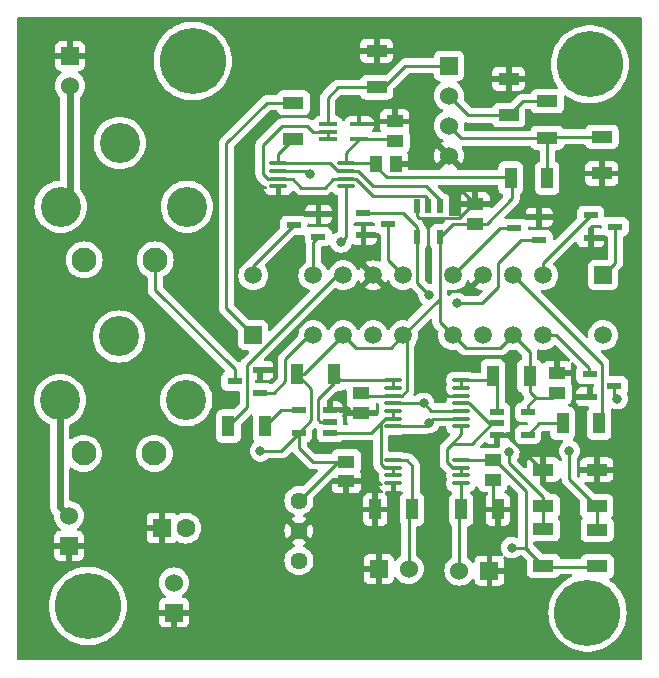
<source format=gbr>
%TF.GenerationSoftware,KiCad,Pcbnew,8.0.0*%
%TF.CreationDate,2024-04-17T16:51:20+02:00*%
%TF.ProjectId,AMS_IMD_Reset,414d535f-494d-4445-9f52-657365742e6b,rev?*%
%TF.SameCoordinates,Original*%
%TF.FileFunction,Copper,L1,Top*%
%TF.FilePolarity,Positive*%
%FSLAX46Y46*%
G04 Gerber Fmt 4.6, Leading zero omitted, Abs format (unit mm)*
G04 Created by KiCad (PCBNEW 8.0.0) date 2024-04-17 16:51:20*
%MOMM*%
%LPD*%
G01*
G04 APERTURE LIST*
G04 Aperture macros list*
%AMRoundRect*
0 Rectangle with rounded corners*
0 $1 Rounding radius*
0 $2 $3 $4 $5 $6 $7 $8 $9 X,Y pos of 4 corners*
0 Add a 4 corners polygon primitive as box body*
4,1,4,$2,$3,$4,$5,$6,$7,$8,$9,$2,$3,0*
0 Add four circle primitives for the rounded corners*
1,1,$1+$1,$2,$3*
1,1,$1+$1,$4,$5*
1,1,$1+$1,$6,$7*
1,1,$1+$1,$8,$9*
0 Add four rect primitives between the rounded corners*
20,1,$1+$1,$2,$3,$4,$5,0*
20,1,$1+$1,$4,$5,$6,$7,0*
20,1,$1+$1,$6,$7,$8,$9,0*
20,1,$1+$1,$8,$9,$2,$3,0*%
G04 Aperture macros list end*
%TA.AperFunction,SMDPad,CuDef*%
%ADD10R,1.800000X1.050000*%
%TD*%
%TA.AperFunction,SMDPad,CuDef*%
%ADD11RoundRect,0.100000X-0.650000X-0.100000X0.650000X-0.100000X0.650000X0.100000X-0.650000X0.100000X0*%
%TD*%
%TA.AperFunction,ComponentPad*%
%ADD12C,5.600000*%
%TD*%
%TA.AperFunction,SMDPad,CuDef*%
%ADD13RoundRect,0.100000X-0.637500X-0.100000X0.637500X-0.100000X0.637500X0.100000X-0.637500X0.100000X0*%
%TD*%
%TA.AperFunction,ComponentPad*%
%ADD14R,1.530000X1.530000*%
%TD*%
%TA.AperFunction,ComponentPad*%
%ADD15C,1.530000*%
%TD*%
%TA.AperFunction,ComponentPad*%
%ADD16R,1.500000X1.500000*%
%TD*%
%TA.AperFunction,ComponentPad*%
%ADD17C,1.500000*%
%TD*%
%TA.AperFunction,SMDPad,CuDef*%
%ADD18R,1.300000X0.600000*%
%TD*%
%TA.AperFunction,ComponentPad*%
%ADD19C,2.100000*%
%TD*%
%TA.AperFunction,ComponentPad*%
%ADD20C,3.400000*%
%TD*%
%TA.AperFunction,SMDPad,CuDef*%
%ADD21R,1.050000X1.800000*%
%TD*%
%TA.AperFunction,SMDPad,CuDef*%
%ADD22R,1.470000X1.070000*%
%TD*%
%TA.AperFunction,SMDPad,CuDef*%
%ADD23R,0.600000X1.150000*%
%TD*%
%TA.AperFunction,ComponentPad*%
%ADD24R,1.600000X1.600000*%
%TD*%
%TA.AperFunction,ComponentPad*%
%ADD25C,1.600000*%
%TD*%
%TA.AperFunction,SMDPad,CuDef*%
%ADD26R,1.150000X0.600000*%
%TD*%
%TA.AperFunction,SMDPad,CuDef*%
%ADD27R,1.070000X1.470000*%
%TD*%
%TA.AperFunction,ComponentPad*%
%ADD28C,1.440000*%
%TD*%
%TA.AperFunction,ViaPad*%
%ADD29C,0.800000*%
%TD*%
%TA.AperFunction,Conductor*%
%ADD30C,0.250000*%
%TD*%
%TA.AperFunction,Conductor*%
%ADD31C,0.600000*%
%TD*%
G04 APERTURE END LIST*
D10*
%TO.P,R18,1*%
%TO.N,/Button_Input*%
X190017400Y-75057600D03*
%TO.P,R18,2*%
%TO.N,GND*%
X190017400Y-71957600D03*
%TD*%
%TO.P,R9,1*%
%TO.N,/4.25V*%
X192963800Y-110108400D03*
%TO.P,R9,2*%
%TO.N,+5V*%
X192963800Y-113208400D03*
%TD*%
D11*
%TO.P,U2,1,+*%
%TO.N,/Raw_Button_Output*%
X174692000Y-75804000D03*
%TO.P,U2,2,-*%
%TO.N,/Button_Output*%
X174692000Y-76454000D03*
%TO.P,U2,3*%
X174692000Y-77104000D03*
%TO.P,U2,4,V+*%
%TO.N,+5V*%
X177352000Y-77104000D03*
%TO.P,U2,5,V-*%
%TO.N,GND*%
X177352000Y-75804000D03*
%TD*%
D12*
%TO.P,,1*%
%TO.N,N/C*%
X163271200Y-70459600D03*
%TD*%
D13*
%TO.P,QU1,1*%
%TO.N,/IMD_SCS_Compliance*%
X180271500Y-97490400D03*
%TO.P,QU1,2*%
X180271500Y-98140400D03*
%TO.P,QU1,3,V+*%
%TO.N,+5V*%
X180271500Y-98790400D03*
%TO.P,QU1,4,-*%
%TO.N,/0.75V*%
X180271500Y-99440400D03*
%TO.P,QU1,5,+*%
%TO.N,/IMD_OK*%
X180271500Y-100090400D03*
%TO.P,QU1,6,-*%
X180271500Y-100740400D03*
%TO.P,QU1,7,+*%
%TO.N,/4.25V*%
X180271500Y-101390400D03*
%TO.P,QU1,8,-*%
%TO.N,/AMS_OK*%
X185996500Y-101390400D03*
%TO.P,QU1,9,+*%
%TO.N,/4.25V*%
X185996500Y-100740400D03*
%TO.P,QU1,10,-*%
%TO.N,/0.75V*%
X185996500Y-100090400D03*
%TO.P,QU1,11,+*%
%TO.N,/AMS_OK*%
X185996500Y-99440400D03*
%TO.P,QU1,12,V-*%
%TO.N,GND*%
X185996500Y-98790400D03*
%TO.P,QU1,13*%
%TO.N,/AMS_SCS_Compliance*%
X185996500Y-98140400D03*
%TO.P,QU1,14*%
X185996500Y-97490400D03*
%TD*%
D14*
%TO.P,J4,1,1*%
%TO.N,GND*%
X179019200Y-113461200D03*
D15*
%TO.P,J4,2,2*%
%TO.N,/Raw_IMD_OK*%
X181559200Y-113461200D03*
%TD*%
D12*
%TO.P,,1*%
%TO.N,N/C*%
X196900800Y-70739000D03*
%TD*%
D16*
%TO.P,K2,1,COIL1*%
%TO.N,+5V*%
X168402000Y-93675200D03*
D17*
%TO.P,K2,3,Reset_1*%
%TO.N,/SC_Closed_IMD*%
X173482000Y-93675200D03*
%TO.P,K2,4,COM_1*%
%TO.N,+5V*%
X176022000Y-93675200D03*
%TO.P,K2,5,Set_1*%
%TO.N,/Button_Input*%
X178562000Y-93675200D03*
%TO.P,K2,6,COIL2*%
%TO.N,+5V*%
X181102000Y-93675200D03*
%TO.P,K2,7,COIL2*%
%TO.N,Net-(K2-COIL2-Pad7)*%
X181102000Y-88595200D03*
%TO.P,K2,8,Set_2*%
%TO.N,GND*%
X178562000Y-88595200D03*
%TO.P,K2,9,COM_2*%
%TO.N,Net-(K2-COM_2)*%
X176022000Y-88595200D03*
%TO.P,K2,10,Reset_2*%
%TO.N,Net-(K2-Reset_2)*%
X173482000Y-88595200D03*
%TO.P,K2,12,COIL1*%
%TO.N,Net-(K2-COIL1-Pad12)*%
X168402000Y-88595200D03*
%TD*%
D10*
%TO.P,R7,1*%
%TO.N,/0.75V*%
X197535800Y-110159200D03*
%TO.P,R7,2*%
%TO.N,+5V*%
X197535800Y-113259200D03*
%TD*%
D14*
%TO.P,J5,1,1*%
%TO.N,GND*%
X188398400Y-113611200D03*
D15*
%TO.P,J5,2,2*%
%TO.N,/Raw_AMS_OK*%
X185858400Y-113611200D03*
%TD*%
D18*
%TO.P,Q3,1*%
%TO.N,Net-(K4-Reset_1)*%
X196968400Y-83530400D03*
%TO.P,Q3,2*%
%TO.N,GND*%
X196968400Y-85430400D03*
%TO.P,Q3,3*%
%TO.N,Net-(K4-COIL1-Pad1)*%
X199068400Y-84480400D03*
%TD*%
D19*
%TO.P,K3,1*%
%TO.N,Net-(K3-Pad1)*%
X160029400Y-103686400D03*
D20*
%TO.P,K3,2*%
%TO.N,Net-(K1-Pad2)*%
X162729400Y-99186400D03*
%TO.P,K3,3*%
%TO.N,unconnected-(K3-Pad3)*%
X157029400Y-93786400D03*
%TO.P,K3,4*%
%TO.N,/SC out*%
X152029400Y-99186400D03*
D19*
%TO.P,K3,5*%
%TO.N,+12V*%
X154029400Y-103686400D03*
%TD*%
D18*
%TO.P,Q2,1*%
%TO.N,Net-(G3-Pad4)*%
X177732000Y-83327200D03*
%TO.P,Q2,2*%
%TO.N,GND*%
X177732000Y-85227200D03*
%TO.P,Q2,3*%
%TO.N,Net-(K2-COIL2-Pad7)*%
X179832000Y-84277200D03*
%TD*%
D21*
%TO.P,R2,1*%
%TO.N,/Raw_IMD_OK*%
X181839200Y-108432000D03*
%TO.P,R2,2*%
%TO.N,GND*%
X178739200Y-108432000D03*
%TD*%
D22*
%TO.P,C4,1*%
%TO.N,GND*%
X194106800Y-96893800D03*
%TO.P,C4,2*%
%TO.N,+5V*%
X194106800Y-98533800D03*
%TD*%
D21*
%TO.P,R6,1*%
%TO.N,+5V*%
X172135200Y-97002600D03*
%TO.P,R6,2*%
%TO.N,/IMD_SCS_Compliance*%
X175235200Y-97002600D03*
%TD*%
D10*
%TO.P,R4,1*%
%TO.N,+5V*%
X171805600Y-73989600D03*
%TO.P,R4,2*%
%TO.N,/Button_Output_SCS_Compliance*%
X171805600Y-77089600D03*
%TD*%
%TO.P,R15,1*%
%TO.N,/Button_Input*%
X193294000Y-73862600D03*
%TO.P,R15,2*%
%TO.N,/Button_Input_SCS*%
X193294000Y-76962600D03*
%TD*%
D14*
%TO.P,J7,1,1*%
%TO.N,/Raw_Button_Output*%
X184962800Y-70866000D03*
D15*
%TO.P,J7,2,2*%
%TO.N,/Button_Input*%
X184962800Y-73406000D03*
%TO.P,J7,3,3*%
%TO.N,/Button_Input_SCS*%
X184962800Y-75946000D03*
%TO.P,J7,4,4*%
%TO.N,GND*%
X184962800Y-78486000D03*
%TD*%
D22*
%TO.P,C8,1*%
%TO.N,+5V*%
X188671200Y-104259200D03*
%TO.P,C8,2*%
%TO.N,GND*%
X188671200Y-105899200D03*
%TD*%
D19*
%TO.P,K1,1*%
%TO.N,Net-(K1-Pad1)*%
X160089600Y-87299800D03*
D20*
%TO.P,K1,2*%
%TO.N,Net-(K1-Pad2)*%
X162789600Y-82799800D03*
%TO.P,K1,3*%
%TO.N,unconnected-(K1-Pad3)*%
X157089600Y-77399800D03*
%TO.P,K1,4*%
%TO.N,/SC in*%
X152089600Y-82799800D03*
D19*
%TO.P,K1,5*%
%TO.N,+12V*%
X154089600Y-87299800D03*
%TD*%
D22*
%TO.P,C6,1*%
%TO.N,+5V*%
X176276000Y-104386800D03*
%TO.P,C6,2*%
%TO.N,GND*%
X176276000Y-106026800D03*
%TD*%
D23*
%TO.P,G3,1*%
%TO.N,/Button_Output_SCS_Compliance*%
X184185600Y-82774000D03*
%TO.P,G3,2*%
%TO.N,/Button_Output*%
X183235600Y-82774000D03*
%TO.P,G3,3,GND*%
%TO.N,GND*%
X182285600Y-82774000D03*
%TO.P,G3,4*%
%TO.N,Net-(G3-Pad4)*%
X182285600Y-85374000D03*
%TO.P,G3,5,VCC*%
%TO.N,+5V*%
X184185600Y-85374000D03*
%TD*%
D18*
%TO.P,Q5,1*%
%TO.N,/SC_Closed_IMD*%
X168944000Y-98536800D03*
%TO.P,Q5,2*%
%TO.N,GND*%
X168944000Y-96636800D03*
%TO.P,Q5,3*%
%TO.N,Net-(K1-Pad1)*%
X166844000Y-97586800D03*
%TD*%
D10*
%TO.P,R10,1*%
%TO.N,GND*%
X192963800Y-105053800D03*
%TO.P,R10,2*%
%TO.N,/4.25V*%
X192963800Y-108153800D03*
%TD*%
D13*
%TO.P,DU2,1*%
%TO.N,/Button_Output_SCS_Compliance*%
X170517900Y-79136600D03*
%TO.P,DU2,2,-*%
%TO.N,/0.75V*%
X170517900Y-79786600D03*
%TO.P,DU2,3,+*%
%TO.N,/Button_Output*%
X170517900Y-80436600D03*
%TO.P,DU2,4,V-*%
%TO.N,GND*%
X170517900Y-81086600D03*
%TO.P,DU2,5,+*%
%TO.N,/4.25V*%
X176242900Y-81086600D03*
%TO.P,DU2,6,-*%
%TO.N,/Button_Output*%
X176242900Y-80436600D03*
%TO.P,DU2,7*%
%TO.N,/Button_Output_SCS_Compliance*%
X176242900Y-79786600D03*
%TO.P,DU2,8,V+*%
%TO.N,+5V*%
X176242900Y-79136600D03*
%TD*%
D18*
%TO.P,Q6,1*%
%TO.N,/SC_Closed_AMS*%
X196883600Y-96992400D03*
%TO.P,Q6,2*%
%TO.N,GND*%
X196883600Y-98892400D03*
%TO.P,Q6,3*%
%TO.N,Net-(K3-Pad1)*%
X198983600Y-97942400D03*
%TD*%
D16*
%TO.P,K4,1,COIL1*%
%TO.N,Net-(K4-COIL1-Pad1)*%
X198018400Y-88595200D03*
D17*
%TO.P,K4,3,Reset_1*%
%TO.N,Net-(K4-Reset_1)*%
X192938400Y-88595200D03*
%TO.P,K4,4,COM_1*%
%TO.N,Net-(K4-COM_1)*%
X190398400Y-88595200D03*
%TO.P,K4,5,Set_1*%
%TO.N,GND*%
X187858400Y-88595200D03*
%TO.P,K4,6,COIL2*%
%TO.N,Net-(K4-COIL2-Pad6)*%
X185318400Y-88595200D03*
%TO.P,K4,7,COIL2*%
%TO.N,+5V*%
X185318400Y-93675200D03*
%TO.P,K4,8,Set_2*%
%TO.N,/Button_Input*%
X187858400Y-93675200D03*
%TO.P,K4,9,COM_2*%
%TO.N,+5V*%
X190398400Y-93675200D03*
%TO.P,K4,10,Reset_2*%
%TO.N,/SC_Closed_AMS*%
X192938400Y-93675200D03*
%TO.P,K4,12,COIL1*%
%TO.N,+5V*%
X198018400Y-93675200D03*
%TD*%
D18*
%TO.P,Q1,1*%
%TO.N,Net-(K2-Reset_2)*%
X173922400Y-85328800D03*
%TO.P,Q1,2*%
%TO.N,GND*%
X173922400Y-83428800D03*
%TO.P,Q1,3*%
%TO.N,Net-(K2-COIL1-Pad12)*%
X171822400Y-84378800D03*
%TD*%
D10*
%TO.P,R1,1*%
%TO.N,/Raw_Button_Output*%
X178841400Y-72695400D03*
%TO.P,R1,2*%
%TO.N,GND*%
X178841400Y-69595400D03*
%TD*%
D22*
%TO.P,C7,1*%
%TO.N,+5V*%
X177546000Y-98595600D03*
%TO.P,C7,2*%
%TO.N,GND*%
X177546000Y-100235600D03*
%TD*%
D24*
%TO.P,C1,1*%
%TO.N,GND*%
X160680400Y-110007400D03*
D25*
%TO.P,C1,2*%
%TO.N,+12V*%
X162680400Y-110007400D03*
%TD*%
D12*
%TO.P,,1*%
%TO.N,N/C*%
X196697600Y-117170200D03*
%TD*%
D21*
%TO.P,R16,1*%
%TO.N,/Button_Input_SCS*%
X193294600Y-80365600D03*
%TO.P,R16,2*%
%TO.N,+5V*%
X190194600Y-80365600D03*
%TD*%
D14*
%TO.P,J2,1,1*%
%TO.N,GND*%
X152888000Y-70021400D03*
D15*
%TO.P,J2,2,2*%
%TO.N,/SC in*%
X152888000Y-72561400D03*
%TD*%
D14*
%TO.P,J1,1,1*%
%TO.N,GND*%
X161681600Y-117160800D03*
D15*
%TO.P,J1,2,2*%
%TO.N,+12V*%
X161681600Y-114620800D03*
%TD*%
D26*
%TO.P,G2,1*%
%TO.N,/AMS_SCS_Compliance*%
X189047600Y-100192800D03*
%TO.P,G2,2*%
%TO.N,/AMS_OK*%
X189047600Y-101142800D03*
%TO.P,G2,3,GND*%
%TO.N,GND*%
X189047600Y-102092800D03*
%TO.P,G2,4*%
%TO.N,Net-(G2-Pad4)*%
X191647600Y-102092800D03*
%TO.P,G2,5,VCC*%
%TO.N,+5V*%
X191647600Y-100192800D03*
%TD*%
D22*
%TO.P,C5,1*%
%TO.N,GND*%
X187198000Y-82593600D03*
%TO.P,C5,2*%
%TO.N,+5V*%
X187198000Y-84233600D03*
%TD*%
D10*
%TO.P,R17,1*%
%TO.N,GND*%
X197916800Y-79985200D03*
%TO.P,R17,2*%
%TO.N,/Button_Input_SCS*%
X197916800Y-76885200D03*
%TD*%
D21*
%TO.P,R12,1*%
%TO.N,Net-(G2-Pad4)*%
X194588800Y-101142800D03*
%TO.P,R12,2*%
%TO.N,Net-(K4-COM_1)*%
X197688800Y-101142800D03*
%TD*%
%TO.P,R5,1*%
%TO.N,/AMS_SCS_Compliance*%
X188696000Y-97129600D03*
%TO.P,R5,2*%
%TO.N,+5V*%
X191796000Y-97129600D03*
%TD*%
%TO.P,R3,1*%
%TO.N,/Raw_AMS_OK*%
X186003600Y-108432000D03*
%TO.P,R3,2*%
%TO.N,GND*%
X189103600Y-108432000D03*
%TD*%
D26*
%TO.P,G1,1*%
%TO.N,/IMD_OK*%
X174883600Y-101940400D03*
%TO.P,G1,2*%
%TO.N,/IMD_SCS_Compliance*%
X174883600Y-100990400D03*
%TO.P,G1,3,GND*%
%TO.N,GND*%
X174883600Y-100040400D03*
%TO.P,G1,4*%
%TO.N,Net-(G1-Pad4)*%
X172283600Y-100040400D03*
%TO.P,G1,5,VCC*%
%TO.N,+5V*%
X172283600Y-101940400D03*
%TD*%
D10*
%TO.P,R8,1*%
%TO.N,GND*%
X197485000Y-105053800D03*
%TO.P,R8,2*%
%TO.N,/0.75V*%
X197485000Y-108153800D03*
%TD*%
D22*
%TO.P,C2,1*%
%TO.N,+5V*%
X180390800Y-77223200D03*
%TO.P,C2,2*%
%TO.N,GND*%
X180390800Y-75583200D03*
%TD*%
D18*
%TO.P,Q4,1*%
%TO.N,Net-(G3-Pad4)*%
X192616800Y-85582800D03*
%TO.P,Q4,2*%
%TO.N,GND*%
X192616800Y-83682800D03*
%TO.P,Q4,3*%
%TO.N,Net-(K4-COIL2-Pad6)*%
X190516800Y-84632800D03*
%TD*%
D27*
%TO.P,C3,1*%
%TO.N,GND*%
X180448800Y-79197200D03*
%TO.P,C3,2*%
%TO.N,+5V*%
X178808800Y-79197200D03*
%TD*%
D14*
%TO.P,J3,1,1*%
%TO.N,GND*%
X152788800Y-111506200D03*
D15*
%TO.P,J3,2,2*%
%TO.N,/SC out*%
X152788800Y-108966200D03*
%TD*%
D28*
%TO.P,U1,1,+VIN*%
%TO.N,+12V*%
X172262800Y-112776000D03*
%TO.P,U1,2,GND*%
%TO.N,GND*%
X172262800Y-110236000D03*
%TO.P,U1,3,+VOUT*%
%TO.N,+5V*%
X172262800Y-107696000D03*
%TD*%
D21*
%TO.P,R11,1*%
%TO.N,Net-(G1-Pad4)*%
X169393200Y-101371400D03*
%TO.P,R11,2*%
%TO.N,Net-(K2-COM_2)*%
X166293200Y-101371400D03*
%TD*%
D12*
%TO.P,,1*%
%TO.N,N/C*%
X154406600Y-116611400D03*
%TD*%
D13*
%TO.P,DU1,1,+*%
%TO.N,/Raw_IMD_OK*%
X180271500Y-104256600D03*
%TO.P,DU1,2,-*%
%TO.N,/IMD_OK*%
X180271500Y-104906600D03*
%TO.P,DU1,3*%
X180271500Y-105556600D03*
%TO.P,DU1,4,V-*%
%TO.N,GND*%
X180271500Y-106206600D03*
%TO.P,DU1,5,+*%
%TO.N,/Raw_AMS_OK*%
X185996500Y-106206600D03*
%TO.P,DU1,6,-*%
%TO.N,/AMS_OK*%
X185996500Y-105556600D03*
%TO.P,DU1,7*%
X185996500Y-104906600D03*
%TO.P,DU1,8,V+*%
%TO.N,+5V*%
X185996500Y-104256600D03*
%TD*%
D29*
%TO.N,GND*%
X176326800Y-100076000D03*
X185420000Y-81534000D03*
%TO.N,+5V*%
X169011600Y-103479600D03*
X190271400Y-111658400D03*
%TO.N,Net-(G3-Pad4)*%
X183286400Y-90271600D03*
X185623200Y-90982800D03*
%TO.N,/0.75V*%
X195173600Y-103479600D03*
X182829200Y-99440400D03*
X173177200Y-80060800D03*
%TO.N,/4.25V*%
X175818800Y-85801200D03*
X183286400Y-101092000D03*
X190042800Y-103581200D03*
%TO.N,Net-(K3-Pad1)*%
X199237600Y-99060000D03*
%TD*%
D30*
%TO.N,/0.75V*%
X195173600Y-105892600D02*
X195173600Y-103479600D01*
X197434800Y-108153800D02*
X195173600Y-105892600D01*
X197485000Y-108153800D02*
X197434800Y-108153800D01*
X197485000Y-110108400D02*
X197485000Y-108153800D01*
X197535800Y-110159200D02*
X197485000Y-110108400D01*
%TO.N,/4.25V*%
X192963800Y-107417800D02*
X192963800Y-108153800D01*
X190042800Y-104496800D02*
X192963800Y-107417800D01*
%TO.N,GND*%
X192833600Y-105053800D02*
X192963800Y-105053800D01*
%TO.N,/4.25V*%
X190042800Y-103581200D02*
X190042800Y-104496800D01*
X192963800Y-110108400D02*
X192963800Y-108153800D01*
%TO.N,GND*%
X189872600Y-102092800D02*
X192833600Y-105053800D01*
X189047600Y-102092800D02*
X189872600Y-102092800D01*
%TO.N,+5V*%
X191413800Y-111658400D02*
X192963800Y-113208400D01*
X190271400Y-111658400D02*
X191413800Y-111658400D01*
X193039400Y-113284000D02*
X192963800Y-113208400D01*
X197511000Y-113284000D02*
X193039400Y-113284000D01*
X197535800Y-113259200D02*
X197511000Y-113284000D01*
X191465200Y-106853200D02*
X191465200Y-111709800D01*
X188871200Y-104259200D02*
X191465200Y-106853200D01*
X188671200Y-104259200D02*
X188871200Y-104259200D01*
X191465200Y-111709800D02*
X192963800Y-113208400D01*
%TO.N,/SC_Closed_IMD*%
X171119800Y-95681800D02*
X173126400Y-93675200D01*
X170169800Y-98536800D02*
X171119800Y-97586800D01*
X171119800Y-97586800D02*
X171119800Y-95681800D01*
X168944000Y-98536800D02*
X170169800Y-98536800D01*
X173126400Y-93675200D02*
X173482000Y-93675200D01*
%TO.N,+5V*%
X191796000Y-95098200D02*
X191796000Y-97129600D01*
X190398400Y-93700600D02*
X191796000Y-95098200D01*
X190398400Y-93675200D02*
X190398400Y-93700600D01*
%TO.N,/SC_Closed_AMS*%
X196816000Y-96435200D02*
X196816000Y-96992400D01*
X194056000Y-93675200D02*
X196816000Y-96435200D01*
X192938400Y-93675200D02*
X194056000Y-93675200D01*
%TO.N,Net-(G2-Pad4)*%
X192597600Y-101142800D02*
X191647600Y-102092800D01*
%TO.N,Net-(K4-COM_1)*%
X190398400Y-88595200D02*
X197916800Y-96113600D01*
X197916800Y-96113600D02*
X197916800Y-100914800D01*
%TO.N,Net-(G2-Pad4)*%
X194588800Y-101142800D02*
X192597600Y-101142800D01*
%TO.N,Net-(K4-COM_1)*%
X197916800Y-100914800D02*
X197688800Y-101142800D01*
%TO.N,+5V*%
X191796000Y-98450400D02*
X192311200Y-98965600D01*
X191796000Y-97129600D02*
X191796000Y-98450400D01*
%TO.N,/AMS_SCS_Compliance*%
X189047600Y-97481200D02*
X188696000Y-97129600D01*
X189047600Y-100192800D02*
X189047600Y-97481200D01*
X185996500Y-97490400D02*
X188335200Y-97490400D01*
X188335200Y-97490400D02*
X188696000Y-97129600D01*
%TO.N,+5V*%
X193675000Y-98965600D02*
X194106800Y-98533800D01*
X192311200Y-98965600D02*
X193675000Y-98965600D01*
%TO.N,Net-(K2-COM_2)*%
X167894000Y-99770600D02*
X166293200Y-101371400D01*
X175463200Y-88595200D02*
X167894000Y-96164400D01*
X167894000Y-96164400D02*
X167894000Y-99770600D01*
X176022000Y-88595200D02*
X175463200Y-88595200D01*
%TO.N,Net-(K1-Pad1)*%
X166844000Y-96577400D02*
X166844000Y-97586800D01*
X160089600Y-89823000D02*
X166844000Y-96577400D01*
X160089600Y-87299800D02*
X160089600Y-89823000D01*
%TO.N,+5V*%
X180271500Y-98790400D02*
X177740800Y-98790400D01*
%TO.N,GND*%
X176326800Y-100076000D02*
X176486400Y-100235600D01*
%TO.N,+5V*%
X177740800Y-98790400D02*
X177546000Y-98595600D01*
%TO.N,GND*%
X176486400Y-100235600D02*
X177546000Y-100235600D01*
%TO.N,/IMD_SCS_Compliance*%
X175723000Y-97490400D02*
X175235200Y-97002600D01*
X180271500Y-97490400D02*
X175723000Y-97490400D01*
X173858600Y-100790400D02*
X174058600Y-100990400D01*
X173858600Y-99084400D02*
X173858600Y-100790400D01*
X174058600Y-100990400D02*
X174883600Y-100990400D01*
X175235200Y-97707800D02*
X173858600Y-99084400D01*
X175235200Y-97002600D02*
X175235200Y-97707800D01*
%TO.N,+5V*%
X172694600Y-97002600D02*
X172135200Y-97002600D01*
X176022000Y-93675200D02*
X172694600Y-97002600D01*
X172283600Y-101940400D02*
X173329600Y-100894400D01*
X173329600Y-100894400D02*
X173329600Y-98197000D01*
X173329600Y-98197000D02*
X172135200Y-97002600D01*
%TO.N,Net-(G1-Pad4)*%
X172283600Y-100040400D02*
X170724200Y-100040400D01*
X170724200Y-100040400D02*
X169393200Y-101371400D01*
%TO.N,GND*%
X176291200Y-100040400D02*
X174883600Y-100040400D01*
X182470200Y-83783600D02*
X185808000Y-83783600D01*
X176326800Y-100076000D02*
X176291200Y-100040400D01*
X184251600Y-79197200D02*
X180448800Y-79197200D01*
X188671200Y-107999600D02*
X189103600Y-108432000D01*
X188671200Y-105899200D02*
X188671200Y-107999600D01*
X185420000Y-81534000D02*
X186138400Y-81534000D01*
X186138400Y-81534000D02*
X187198000Y-82593600D01*
X182285600Y-83599000D02*
X182470200Y-83783600D01*
X184267200Y-98790400D02*
X184251600Y-98806000D01*
X184962800Y-78486000D02*
X184251600Y-79197200D01*
X186998000Y-82593600D02*
X187198000Y-82593600D01*
X185808000Y-83783600D02*
X186998000Y-82593600D01*
X185996500Y-98790400D02*
X184267200Y-98790400D01*
X182285600Y-82774000D02*
X182285600Y-83599000D01*
%TO.N,+5V*%
X172283600Y-103246400D02*
X172283600Y-101940400D01*
X181102000Y-93675200D02*
X180027000Y-94750200D01*
X176242900Y-79136600D02*
X176242900Y-78213100D01*
X185326000Y-84233600D02*
X184185600Y-85374000D01*
X172262800Y-107696000D02*
X175572000Y-104386800D01*
X180027000Y-94750200D02*
X177097000Y-94750200D01*
X185999100Y-104259200D02*
X185996500Y-104256600D01*
X181406800Y-98346412D02*
X181406800Y-93980000D01*
X180271600Y-77104000D02*
X180390800Y-77223200D01*
X178697400Y-79085800D02*
X178808800Y-79197200D01*
X187198000Y-84233600D02*
X185326000Y-84233600D01*
X181406800Y-93980000D02*
X181102000Y-93675200D01*
X190321600Y-80492600D02*
X190321600Y-82095000D01*
X188671200Y-104259200D02*
X185999100Y-104259200D01*
X173424000Y-104386800D02*
X172283600Y-103246400D01*
X178808800Y-79197200D02*
X178808800Y-79397200D01*
X190143800Y-80314800D02*
X190194600Y-80365600D01*
X188183000Y-84233600D02*
X187198000Y-84233600D01*
X179726400Y-80314800D02*
X190143800Y-80314800D01*
X189323400Y-94750200D02*
X186393400Y-94750200D01*
X186393400Y-94750200D02*
X185318400Y-93675200D01*
X180962812Y-98790400D02*
X181406800Y-98346412D01*
X170744400Y-103479600D02*
X169011600Y-103479600D01*
X191647600Y-99629200D02*
X191647600Y-100192800D01*
X184185600Y-85374000D02*
X184185600Y-90591600D01*
X171805600Y-73989600D02*
X169570400Y-73989600D01*
X166116000Y-77444000D02*
X166116000Y-91389200D01*
X176242900Y-79136600D02*
X176293700Y-79085800D01*
X172283600Y-101940400D02*
X170744400Y-103479600D01*
X190321600Y-82095000D02*
X188183000Y-84233600D01*
X190398400Y-93675200D02*
X189323400Y-94750200D01*
X177352000Y-77104000D02*
X180271600Y-77104000D01*
X169570400Y-73989600D02*
X166116000Y-77444000D01*
X192311200Y-98965600D02*
X191647600Y-99629200D01*
X190194600Y-80365600D02*
X190321600Y-80492600D01*
X178808800Y-79397200D02*
X179726400Y-80314800D01*
X176293700Y-79085800D02*
X178697400Y-79085800D01*
X176242900Y-78213100D02*
X177352000Y-77104000D01*
X176276000Y-104386800D02*
X173424000Y-104386800D01*
X184185600Y-90591600D02*
X181102000Y-93675200D01*
X184185600Y-92542400D02*
X185318400Y-93675200D01*
X184185600Y-90591600D02*
X184185600Y-92542400D01*
X177097000Y-94750200D02*
X176022000Y-93675200D01*
X180271500Y-98790400D02*
X180962812Y-98790400D01*
X175572000Y-104386800D02*
X176276000Y-104386800D01*
X166116000Y-91389200D02*
X168402000Y-93675200D01*
%TO.N,/AMS_OK*%
X186029600Y-102082000D02*
X186029600Y-101423500D01*
X188645200Y-101142800D02*
X189047600Y-101142800D01*
X185996500Y-104906600D02*
X185305188Y-104906600D01*
X186029600Y-101423500D02*
X185996500Y-101390400D01*
X185216800Y-102894800D02*
X186029600Y-102082000D01*
X185305188Y-104906600D02*
X184810400Y-104411812D01*
X189047600Y-101142800D02*
X188390212Y-101142800D01*
X184810400Y-103301200D02*
X185216800Y-102894800D01*
X185216800Y-102894800D02*
X186893200Y-102894800D01*
X184810400Y-104411812D02*
X184810400Y-103301200D01*
X185996500Y-104906600D02*
X185996500Y-105556600D01*
X186893200Y-102894800D02*
X188645200Y-101142800D01*
X186687812Y-99440400D02*
X185996500Y-99440400D01*
X188390212Y-101142800D02*
X186687812Y-99440400D01*
%TO.N,/Raw_AMS_OK*%
X185858400Y-113611200D02*
X185858400Y-108577200D01*
X185858400Y-108577200D02*
X186003600Y-108432000D01*
X186003600Y-108432000D02*
X186003600Y-106213700D01*
X186003600Y-106213700D02*
X185996500Y-106206600D01*
%TO.N,Net-(G3-Pad4)*%
X191074000Y-85582800D02*
X192616800Y-85582800D01*
X183286400Y-90271600D02*
X182285600Y-89270800D01*
X189128400Y-87528400D02*
X191074000Y-85582800D01*
X185623200Y-90982800D02*
X187756800Y-90982800D01*
X182285600Y-84549000D02*
X181063800Y-83327200D01*
X189128400Y-89611200D02*
X189128400Y-87528400D01*
X182285600Y-85374000D02*
X182285600Y-84549000D01*
X187756800Y-90982800D02*
X189128400Y-89611200D01*
X181063800Y-83327200D02*
X177732000Y-83327200D01*
X182285600Y-89270800D02*
X182285600Y-85374000D01*
%TO.N,/IMD_OK*%
X178380188Y-101940400D02*
X179580188Y-100740400D01*
X174883600Y-101940400D02*
X178380188Y-101940400D01*
X179209000Y-104581599D02*
X179534001Y-104906600D01*
X180271500Y-100090400D02*
X180271500Y-100740400D01*
X180271500Y-104906600D02*
X180271500Y-105556600D01*
X179580188Y-100740400D02*
X180271500Y-100740400D01*
X179534001Y-104906600D02*
X180271500Y-104906600D01*
X179534001Y-100740400D02*
X179209000Y-101065401D01*
X180271500Y-100740400D02*
X179534001Y-100740400D01*
X179209000Y-101065401D02*
X179209000Y-104581599D01*
%TO.N,/Raw_IMD_OK*%
X181839200Y-108432000D02*
X181864000Y-108407200D01*
X181864000Y-104723600D02*
X181397000Y-104256600D01*
X181397000Y-104256600D02*
X180271500Y-104256600D01*
X181864000Y-108407200D02*
X181864000Y-104723600D01*
X181559200Y-113461200D02*
X181559200Y-108712000D01*
X181559200Y-108712000D02*
X181839200Y-108432000D01*
%TO.N,/IMD_SCS_Compliance*%
X180271500Y-97490400D02*
X180271500Y-98140400D01*
D31*
%TO.N,/SC in*%
X152888000Y-72561400D02*
X152888000Y-82001400D01*
X152888000Y-82001400D02*
X152089600Y-82799800D01*
%TO.N,/SC out*%
X152029400Y-99186400D02*
X152029400Y-108206800D01*
X152029400Y-108206800D02*
X152788800Y-108966200D01*
D30*
%TO.N,/AMS_SCS_Compliance*%
X185996500Y-97490400D02*
X185996500Y-98140400D01*
%TO.N,Net-(K2-Reset_2)*%
X173482000Y-85769200D02*
X173482000Y-88595200D01*
X173922400Y-85328800D02*
X173482000Y-85769200D01*
%TO.N,/0.75V*%
X180962812Y-99440400D02*
X180271500Y-99440400D01*
X183479200Y-100090400D02*
X185996500Y-100090400D01*
X182829200Y-99440400D02*
X180271500Y-99440400D01*
X172903000Y-79786600D02*
X170517900Y-79786600D01*
X173177200Y-80060800D02*
X172903000Y-79786600D01*
X182829200Y-99440400D02*
X183479200Y-100090400D01*
%TO.N,/4.25V*%
X176242900Y-85377100D02*
X176242900Y-81086600D01*
X183638000Y-100740400D02*
X185996500Y-100740400D01*
X183286400Y-101092000D02*
X182988000Y-101390400D01*
X182988000Y-101390400D02*
X180271500Y-101390400D01*
X183286400Y-101092000D02*
X183638000Y-100740400D01*
X175818800Y-85801200D02*
X176242900Y-85377100D01*
%TO.N,/Button_Output_SCS_Compliance*%
X170517900Y-79136600D02*
X174901588Y-79136600D01*
X176242900Y-79786600D02*
X177271800Y-79786600D01*
X174901588Y-79136600D02*
X175551588Y-79786600D01*
X175551588Y-79786600D02*
X176242900Y-79786600D01*
X183063400Y-81076800D02*
X184185600Y-82199000D01*
X171805600Y-77089600D02*
X170517900Y-78377300D01*
X184185600Y-82199000D02*
X184185600Y-82774000D01*
X178562000Y-81076800D02*
X183063400Y-81076800D01*
X177271800Y-79786600D02*
X178562000Y-81076800D01*
X170517900Y-78377300D02*
X170517900Y-79136600D01*
%TO.N,/Button_Output*%
X174692000Y-76454000D02*
X174692000Y-77104000D01*
X170517900Y-80436600D02*
X171724200Y-80436600D01*
X169641400Y-80436600D02*
X170517900Y-80436600D01*
X182966000Y-81874000D02*
X183235600Y-82143600D01*
X177109000Y-80436600D02*
X178546400Y-81874000D01*
X174692000Y-76454000D02*
X173439700Y-76454000D01*
X169214800Y-77571600D02*
X169214800Y-80010000D01*
X172466000Y-81178400D02*
X174447200Y-81178400D01*
X178546400Y-81874000D02*
X182966000Y-81874000D01*
X173439700Y-76454000D02*
X172931700Y-75946000D01*
X176242900Y-80436600D02*
X177109000Y-80436600D01*
X175189000Y-80436600D02*
X176242900Y-80436600D01*
X170840400Y-75946000D02*
X169214800Y-77571600D01*
X172931700Y-75946000D02*
X170840400Y-75946000D01*
X171724200Y-80436600D02*
X172466000Y-81178400D01*
X174447200Y-81178400D02*
X175189000Y-80436600D01*
X169214800Y-80010000D02*
X169641400Y-80436600D01*
X183235600Y-82143600D02*
X183235600Y-82774000D01*
%TO.N,/Button_Input*%
X190017400Y-75057600D02*
X186614400Y-75057600D01*
X186614400Y-75057600D02*
X184962800Y-73406000D01*
X193294000Y-73862600D02*
X191212400Y-73862600D01*
X191212400Y-73862600D02*
X190017400Y-75057600D01*
%TO.N,/Raw_Button_Output*%
X175566000Y-72694800D02*
X174692000Y-73568800D01*
X184962800Y-70866000D02*
X181280400Y-70866000D01*
X181280400Y-70866000D02*
X179451000Y-72695400D01*
X178841400Y-72695400D02*
X178840800Y-72694800D01*
X178840800Y-72694800D02*
X175566000Y-72694800D01*
X179451000Y-72695400D02*
X178841400Y-72695400D01*
X174692000Y-73568800D02*
X174692000Y-75804000D01*
%TO.N,/Button_Input_SCS*%
X184962800Y-75946000D02*
X186030200Y-77013400D01*
X193243200Y-77013400D02*
X193294000Y-76962600D01*
X193294000Y-76962600D02*
X193294000Y-77165200D01*
X197916200Y-76885800D02*
X197916800Y-76885200D01*
X193294000Y-77165200D02*
X193294600Y-77165800D01*
X193370800Y-76885800D02*
X197916200Y-76885800D01*
X193294000Y-76962600D02*
X193370800Y-76885800D01*
X186030200Y-77013400D02*
X193243200Y-77013400D01*
X193294600Y-77165800D02*
X193294600Y-80365600D01*
%TO.N,Net-(K2-COIL2-Pad7)*%
X179832000Y-84277200D02*
X179832000Y-87325200D01*
X179832000Y-87325200D02*
X181102000Y-88595200D01*
%TO.N,Net-(K2-COIL1-Pad12)*%
X168368000Y-88561200D02*
X168402000Y-88595200D01*
X168368000Y-87833200D02*
X168368000Y-88561200D01*
X171822400Y-84378800D02*
X168368000Y-87833200D01*
%TO.N,Net-(K4-COIL1-Pad1)*%
X199068400Y-87545200D02*
X198018400Y-88595200D01*
X199068400Y-84480400D02*
X199068400Y-87545200D01*
%TO.N,Net-(K4-COIL2-Pad6)*%
X189280800Y-84632800D02*
X185318400Y-88595200D01*
X190516800Y-84632800D02*
X189280800Y-84632800D01*
%TO.N,Net-(K3-Pad1)*%
X198983600Y-98806000D02*
X199237600Y-99060000D01*
X198983600Y-97942400D02*
X198983600Y-98806000D01*
%TO.N,Net-(K4-Reset_1)*%
X196968400Y-83530400D02*
X192938400Y-87560400D01*
X192938400Y-87560400D02*
X192938400Y-88595200D01*
%TD*%
%TA.AperFunction,Conductor*%
%TO.N,GND*%
G36*
X190116058Y-106399990D02*
G01*
X190117671Y-106401575D01*
X190795381Y-107079285D01*
X190828866Y-107140608D01*
X190831700Y-107166966D01*
X190831700Y-110722441D01*
X190812015Y-110789480D01*
X190759211Y-110835235D01*
X190690053Y-110845179D01*
X190657265Y-110835721D01*
X190562218Y-110793404D01*
X190553688Y-110789606D01*
X190553686Y-110789605D01*
X190366887Y-110749900D01*
X190175913Y-110749900D01*
X189989114Y-110789605D01*
X189814646Y-110867283D01*
X189660145Y-110979535D01*
X189532359Y-111121457D01*
X189436873Y-111286843D01*
X189436870Y-111286850D01*
X189384706Y-111447396D01*
X189377858Y-111468472D01*
X189357896Y-111658400D01*
X189377858Y-111848328D01*
X189377859Y-111848331D01*
X189436870Y-112029949D01*
X189436873Y-112029956D01*
X189511610Y-112159405D01*
X189532360Y-112195344D01*
X189539324Y-112203078D01*
X189569553Y-112266068D01*
X189560928Y-112335403D01*
X189516187Y-112389069D01*
X189449534Y-112410027D01*
X189403840Y-112402231D01*
X189270780Y-112352603D01*
X189270772Y-112352601D01*
X189211244Y-112346200D01*
X188648400Y-112346200D01*
X188648400Y-113166639D01*
X188595253Y-113135955D01*
X188465543Y-113101200D01*
X188331257Y-113101200D01*
X188201547Y-113135955D01*
X188148400Y-113166639D01*
X188148400Y-112346200D01*
X187585555Y-112346200D01*
X187526027Y-112352601D01*
X187526020Y-112352603D01*
X187391313Y-112402845D01*
X187391306Y-112402849D01*
X187276212Y-112489009D01*
X187276209Y-112489012D01*
X187190049Y-112604106D01*
X187190045Y-112604113D01*
X187139803Y-112738820D01*
X187139801Y-112738827D01*
X187133400Y-112798355D01*
X187133400Y-112818531D01*
X187113715Y-112885570D01*
X187060911Y-112931325D01*
X186991753Y-112941269D01*
X186928197Y-112912244D01*
X186907826Y-112889655D01*
X186843896Y-112798355D01*
X186837684Y-112789483D01*
X186680117Y-112631916D01*
X186680112Y-112631912D01*
X186680109Y-112631910D01*
X186544776Y-112537147D01*
X186501151Y-112482570D01*
X186491900Y-112435573D01*
X186491900Y-109961058D01*
X186511585Y-109894019D01*
X186564389Y-109848264D01*
X186602644Y-109837769D01*
X186612452Y-109836714D01*
X186637801Y-109833989D01*
X186643137Y-109831999D01*
X186682974Y-109817140D01*
X186774804Y-109782889D01*
X186891861Y-109695261D01*
X186979489Y-109578204D01*
X187030589Y-109441201D01*
X187036309Y-109387996D01*
X187037099Y-109380654D01*
X187037100Y-109380637D01*
X187037100Y-108682000D01*
X188078600Y-108682000D01*
X188078600Y-109379844D01*
X188085001Y-109439372D01*
X188085003Y-109439379D01*
X188135245Y-109574086D01*
X188135249Y-109574093D01*
X188221409Y-109689187D01*
X188221412Y-109689190D01*
X188336506Y-109775350D01*
X188336513Y-109775354D01*
X188471220Y-109825596D01*
X188471227Y-109825598D01*
X188530755Y-109831999D01*
X188530772Y-109832000D01*
X188853600Y-109832000D01*
X188853600Y-108682000D01*
X189353600Y-108682000D01*
X189353600Y-109832000D01*
X189676428Y-109832000D01*
X189676444Y-109831999D01*
X189735972Y-109825598D01*
X189735979Y-109825596D01*
X189870686Y-109775354D01*
X189870693Y-109775350D01*
X189985787Y-109689190D01*
X189985790Y-109689187D01*
X190071950Y-109574093D01*
X190071954Y-109574086D01*
X190122196Y-109439379D01*
X190122198Y-109439372D01*
X190128599Y-109379844D01*
X190128600Y-109379827D01*
X190128600Y-108682000D01*
X189353600Y-108682000D01*
X188853600Y-108682000D01*
X188078600Y-108682000D01*
X187037100Y-108682000D01*
X187037100Y-107483362D01*
X187037099Y-107483345D01*
X187033757Y-107452270D01*
X187030589Y-107422799D01*
X187021641Y-107398810D01*
X187003021Y-107348887D01*
X186979489Y-107285796D01*
X186891861Y-107168739D01*
X186804374Y-107103247D01*
X186799317Y-107099461D01*
X186757446Y-107043527D01*
X186752462Y-106973835D01*
X186785947Y-106912512D01*
X186826170Y-106885636D01*
X186940876Y-106838124D01*
X187067987Y-106740587D01*
X187165524Y-106613476D01*
X187205834Y-106516156D01*
X187249673Y-106461756D01*
X187315967Y-106439690D01*
X187383666Y-106456969D01*
X187431277Y-106508105D01*
X187441071Y-106535097D01*
X187442601Y-106541576D01*
X187492845Y-106676286D01*
X187492849Y-106676293D01*
X187579009Y-106791387D01*
X187579012Y-106791390D01*
X187694106Y-106877550D01*
X187694113Y-106877554D01*
X187828820Y-106927796D01*
X187828827Y-106927798D01*
X187888355Y-106934199D01*
X187888372Y-106934200D01*
X188170269Y-106934200D01*
X188237308Y-106953885D01*
X188283063Y-107006689D01*
X188293007Y-107075847D01*
X188263982Y-107139403D01*
X188244581Y-107157466D01*
X188221409Y-107174812D01*
X188135249Y-107289906D01*
X188135245Y-107289913D01*
X188085003Y-107424620D01*
X188085001Y-107424627D01*
X188078600Y-107484155D01*
X188078600Y-108182000D01*
X190128600Y-108182000D01*
X190128600Y-107484172D01*
X190128599Y-107484155D01*
X190122198Y-107424627D01*
X190122196Y-107424620D01*
X190071954Y-107289913D01*
X190071950Y-107289906D01*
X189985790Y-107174812D01*
X189985787Y-107174809D01*
X189870693Y-107088649D01*
X189870686Y-107088645D01*
X189746806Y-107042441D01*
X189690872Y-107000570D01*
X189666455Y-106935105D01*
X189681307Y-106866832D01*
X189715829Y-106826992D01*
X189763389Y-106791388D01*
X189763390Y-106791387D01*
X189849550Y-106676293D01*
X189849554Y-106676286D01*
X189899796Y-106541579D01*
X189899798Y-106541572D01*
X189906556Y-106478725D01*
X189907517Y-106478828D01*
X189929384Y-106416768D01*
X189984545Y-106373884D01*
X190054134Y-106367629D01*
X190116058Y-106399990D01*
G37*
%TD.AperFunction*%
%TA.AperFunction,Conductor*%
G36*
X183471434Y-92304183D02*
G01*
X183527367Y-92346055D01*
X183551784Y-92411519D01*
X183552100Y-92420365D01*
X183552100Y-92604798D01*
X183576443Y-92727177D01*
X183576445Y-92727185D01*
X183624198Y-92842472D01*
X183624203Y-92842481D01*
X183693528Y-92946232D01*
X183693531Y-92946236D01*
X184050889Y-93303593D01*
X184084374Y-93364916D01*
X184082983Y-93423367D01*
X184074285Y-93455826D01*
X184074285Y-93455830D01*
X184055093Y-93675197D01*
X184055093Y-93675202D01*
X184073685Y-93887723D01*
X184074285Y-93894571D01*
X184131280Y-94107276D01*
X184224344Y-94306854D01*
X184350651Y-94487238D01*
X184506362Y-94642949D01*
X184686746Y-94769256D01*
X184886324Y-94862320D01*
X185099029Y-94919315D01*
X185238708Y-94931535D01*
X185318398Y-94938507D01*
X185318400Y-94938507D01*
X185318402Y-94938507D01*
X185348805Y-94935846D01*
X185537771Y-94919315D01*
X185570230Y-94910617D01*
X185640078Y-94912278D01*
X185690004Y-94942708D01*
X185937024Y-95189729D01*
X185989568Y-95242273D01*
X186093321Y-95311599D01*
X186093323Y-95311599D01*
X186093325Y-95311601D01*
X186174847Y-95345368D01*
X186208615Y-95359355D01*
X186208617Y-95359355D01*
X186208622Y-95359357D01*
X186331001Y-95383699D01*
X186331005Y-95383700D01*
X186331006Y-95383700D01*
X189385795Y-95383700D01*
X189385796Y-95383699D01*
X189508185Y-95359355D01*
X189623475Y-95311600D01*
X189727233Y-95242271D01*
X190026795Y-94942707D01*
X190088114Y-94909225D01*
X190146568Y-94910616D01*
X190179029Y-94919315D01*
X190360014Y-94935148D01*
X190398398Y-94938507D01*
X190398400Y-94938507D01*
X190398402Y-94938507D01*
X190428805Y-94935846D01*
X190617771Y-94919315D01*
X190630194Y-94915986D01*
X190700044Y-94917645D01*
X190749974Y-94948078D01*
X191126181Y-95324285D01*
X191159666Y-95385608D01*
X191162500Y-95411966D01*
X191162500Y-95641255D01*
X191142815Y-95708294D01*
X191090011Y-95754049D01*
X191081835Y-95757436D01*
X191024795Y-95778711D01*
X190907739Y-95866339D01*
X190820111Y-95983395D01*
X190769011Y-96120395D01*
X190769011Y-96120397D01*
X190762500Y-96180945D01*
X190762500Y-98078254D01*
X190769011Y-98138802D01*
X190769011Y-98138804D01*
X190809703Y-98247900D01*
X190820111Y-98275804D01*
X190907739Y-98392861D01*
X191024796Y-98480489D01*
X191101802Y-98509211D01*
X191157735Y-98551082D01*
X191180084Y-98601199D01*
X191186843Y-98635180D01*
X191186845Y-98635185D01*
X191234598Y-98750472D01*
X191234603Y-98750481D01*
X191303928Y-98854232D01*
X191303931Y-98854236D01*
X191327614Y-98877919D01*
X191361099Y-98939242D01*
X191356115Y-99008934D01*
X191327615Y-99053281D01*
X191243767Y-99137129D01*
X191211911Y-99168985D01*
X191155529Y-99225366D01*
X191083503Y-99333160D01*
X191029890Y-99377964D01*
X190993659Y-99387557D01*
X190963396Y-99390811D01*
X190963395Y-99390811D01*
X190826395Y-99441911D01*
X190709339Y-99529539D01*
X190621711Y-99646595D01*
X190570611Y-99783595D01*
X190570611Y-99783597D01*
X190564100Y-99844145D01*
X190564100Y-100541454D01*
X190570611Y-100602002D01*
X190570611Y-100602004D01*
X190611318Y-100711139D01*
X190621711Y-100739004D01*
X190709339Y-100856061D01*
X190826396Y-100943689D01*
X190963399Y-100994789D01*
X190990650Y-100997718D01*
X191023945Y-101001299D01*
X191023962Y-101001300D01*
X191543834Y-101001300D01*
X191610873Y-101020985D01*
X191656628Y-101073789D01*
X191666572Y-101142947D01*
X191637547Y-101206503D01*
X191631515Y-101212981D01*
X191596515Y-101247981D01*
X191535192Y-101281466D01*
X191508834Y-101284300D01*
X191023945Y-101284300D01*
X190963397Y-101290811D01*
X190963395Y-101290811D01*
X190826395Y-101341911D01*
X190709339Y-101429539D01*
X190621711Y-101546595D01*
X190570611Y-101683595D01*
X190570611Y-101683597D01*
X190564100Y-101744145D01*
X190564100Y-102441454D01*
X190570611Y-102502002D01*
X190570611Y-102502004D01*
X190610382Y-102608630D01*
X190615367Y-102678322D01*
X190581883Y-102739645D01*
X190520560Y-102773131D01*
X190450869Y-102768147D01*
X190443777Y-102765249D01*
X190325088Y-102712406D01*
X190325086Y-102712405D01*
X190325085Y-102712405D01*
X190198850Y-102685573D01*
X190137368Y-102652381D01*
X190103592Y-102591217D01*
X190108244Y-102521503D01*
X190108450Y-102520946D01*
X190116198Y-102500174D01*
X190116198Y-102500172D01*
X190122599Y-102440644D01*
X190122600Y-102440627D01*
X190122600Y-102342800D01*
X189297600Y-102342800D01*
X189297600Y-102899106D01*
X189323499Y-102946537D01*
X189318515Y-103016229D01*
X189306615Y-103038400D01*
X189307009Y-103038628D01*
X189240572Y-103153700D01*
X189190005Y-103201916D01*
X189133185Y-103215700D01*
X187887545Y-103215700D01*
X187826997Y-103222211D01*
X187826996Y-103222211D01*
X187778469Y-103240311D01*
X187708778Y-103245295D01*
X187647454Y-103211810D01*
X187613970Y-103150487D01*
X187618954Y-103080795D01*
X187647453Y-103036450D01*
X187936983Y-102746920D01*
X187998304Y-102713437D01*
X188067996Y-102718421D01*
X188112339Y-102746917D01*
X188115413Y-102749991D01*
X188230506Y-102836150D01*
X188230513Y-102836154D01*
X188365220Y-102886396D01*
X188365227Y-102886398D01*
X188424755Y-102892799D01*
X188424772Y-102892800D01*
X188797600Y-102892800D01*
X188797600Y-102075300D01*
X188817285Y-102008261D01*
X188870089Y-101962506D01*
X188921600Y-101951300D01*
X189671238Y-101951300D01*
X189671254Y-101951299D01*
X189698292Y-101948391D01*
X189731801Y-101944789D01*
X189868804Y-101893689D01*
X189903744Y-101867532D01*
X189969208Y-101843116D01*
X189978055Y-101842800D01*
X190122600Y-101842800D01*
X190122600Y-101744972D01*
X190122599Y-101744955D01*
X190116198Y-101685423D01*
X190111674Y-101673295D01*
X190106688Y-101603604D01*
X190111668Y-101586642D01*
X190124589Y-101552001D01*
X190127023Y-101529360D01*
X190131099Y-101491454D01*
X190131100Y-101491437D01*
X190131100Y-100794162D01*
X190131099Y-100794145D01*
X190125170Y-100739004D01*
X190124589Y-100733599D01*
X190116209Y-100711134D01*
X190111223Y-100641447D01*
X190116204Y-100624478D01*
X190124589Y-100602001D01*
X190129636Y-100555056D01*
X190131099Y-100541454D01*
X190131100Y-100541437D01*
X190131100Y-99844162D01*
X190131099Y-99844145D01*
X190126815Y-99804303D01*
X190124589Y-99783599D01*
X190118186Y-99766433D01*
X190097915Y-99712085D01*
X190073489Y-99646596D01*
X189985861Y-99529539D01*
X189905391Y-99469300D01*
X189868806Y-99441912D01*
X189868804Y-99441911D01*
X189761764Y-99401986D01*
X189705832Y-99360116D01*
X189681416Y-99294651D01*
X189681100Y-99285806D01*
X189681100Y-98273481D01*
X189688918Y-98230148D01*
X189694128Y-98216178D01*
X189722989Y-98138801D01*
X189727289Y-98098803D01*
X189729499Y-98078254D01*
X189729500Y-98078237D01*
X189729500Y-96180962D01*
X189729499Y-96180945D01*
X189725751Y-96146093D01*
X189722989Y-96120399D01*
X189709908Y-96085329D01*
X189683706Y-96015079D01*
X189671889Y-95983396D01*
X189584261Y-95866339D01*
X189467204Y-95778711D01*
X189428597Y-95764311D01*
X189330203Y-95727611D01*
X189269654Y-95721100D01*
X189269638Y-95721100D01*
X188122362Y-95721100D01*
X188122345Y-95721100D01*
X188061797Y-95727611D01*
X188061795Y-95727611D01*
X187924795Y-95778711D01*
X187807739Y-95866339D01*
X187720111Y-95983395D01*
X187669011Y-96120395D01*
X187669011Y-96120397D01*
X187662500Y-96180945D01*
X187662500Y-96732900D01*
X187642815Y-96799939D01*
X187590011Y-96845694D01*
X187538500Y-96856900D01*
X186960770Y-96856900D01*
X186913318Y-96847461D01*
X186792853Y-96797563D01*
X186792851Y-96797562D01*
X186792850Y-96797562D01*
X186673885Y-96781900D01*
X185319113Y-96781900D01*
X185200157Y-96797560D01*
X185200146Y-96797563D01*
X185052127Y-96858874D01*
X185052124Y-96858875D01*
X185052124Y-96858876D01*
X184925013Y-96956413D01*
X184836848Y-97071311D01*
X184827474Y-97083527D01*
X184766163Y-97231546D01*
X184766161Y-97231551D01*
X184750500Y-97350514D01*
X184750500Y-97630286D01*
X184766160Y-97749244D01*
X184766162Y-97749251D01*
X184773907Y-97767950D01*
X184781374Y-97837419D01*
X184773908Y-97862847D01*
X184766163Y-97881546D01*
X184766161Y-97881551D01*
X184750500Y-98000514D01*
X184750500Y-98280286D01*
X184766160Y-98399247D01*
X184766161Y-98399248D01*
X184778507Y-98429055D01*
X184785975Y-98498524D01*
X184778509Y-98523952D01*
X184774444Y-98533765D01*
X184766987Y-98590400D01*
X184799417Y-98590400D01*
X184866456Y-98610085D01*
X184897791Y-98638911D01*
X184925013Y-98674387D01*
X184925014Y-98674388D01*
X184925016Y-98674390D01*
X184947998Y-98692025D01*
X184989200Y-98748453D01*
X184993355Y-98818199D01*
X184959142Y-98879119D01*
X184947998Y-98888775D01*
X184925016Y-98906409D01*
X184925014Y-98906412D01*
X184925013Y-98906413D01*
X184897793Y-98941887D01*
X184897792Y-98941888D01*
X184841363Y-98983090D01*
X184799417Y-98990400D01*
X184766990Y-98990400D01*
X184766988Y-98990401D01*
X184774442Y-99047027D01*
X184774443Y-99047030D01*
X184778507Y-99056841D01*
X184785974Y-99126311D01*
X184778508Y-99151741D01*
X184766162Y-99181548D01*
X184750500Y-99300514D01*
X184750500Y-99332900D01*
X184730815Y-99399939D01*
X184678011Y-99445694D01*
X184626500Y-99456900D01*
X183856088Y-99456900D01*
X183789049Y-99437215D01*
X183743294Y-99384411D01*
X183732768Y-99345864D01*
X183722742Y-99250472D01*
X183663727Y-99068844D01*
X183568240Y-98903456D01*
X183440453Y-98761534D01*
X183285952Y-98649282D01*
X183111488Y-98571606D01*
X183111486Y-98571605D01*
X182924687Y-98531900D01*
X182733713Y-98531900D01*
X182546914Y-98571605D01*
X182546912Y-98571606D01*
X182387906Y-98642400D01*
X182372446Y-98649283D01*
X182217945Y-98761535D01*
X182214040Y-98765873D01*
X182154554Y-98802521D01*
X182121891Y-98806900D01*
X182087334Y-98806900D01*
X182020295Y-98787215D01*
X181974540Y-98734411D01*
X181964596Y-98665253D01*
X181972773Y-98635447D01*
X181981834Y-98613572D01*
X182015955Y-98531197D01*
X182040300Y-98408806D01*
X182040300Y-98284018D01*
X182040300Y-94567465D01*
X182059985Y-94500426D01*
X182069321Y-94487746D01*
X182069732Y-94487254D01*
X182069749Y-94487238D01*
X182196056Y-94306854D01*
X182289120Y-94107276D01*
X182346115Y-93894571D01*
X182360509Y-93730042D01*
X182365307Y-93675202D01*
X182365307Y-93675197D01*
X182361316Y-93629591D01*
X182346115Y-93455829D01*
X182337417Y-93423367D01*
X182339078Y-93353519D01*
X182369508Y-93303594D01*
X183340420Y-92332683D01*
X183401742Y-92299199D01*
X183471434Y-92304183D01*
G37*
%TD.AperFunction*%
%TA.AperFunction,Conductor*%
G36*
X176237926Y-98270721D02*
G01*
X176287332Y-98320126D01*
X176302500Y-98379554D01*
X176302500Y-99179254D01*
X176309011Y-99239802D01*
X176309011Y-99239804D01*
X176362953Y-99384423D01*
X176367938Y-99454115D01*
X176362954Y-99471091D01*
X176317403Y-99593219D01*
X176317401Y-99593227D01*
X176311000Y-99652755D01*
X176311000Y-99985600D01*
X178780998Y-99985600D01*
X178798240Y-99968357D01*
X178782481Y-99934909D01*
X178781000Y-99915803D01*
X178781000Y-99652772D01*
X178780999Y-99652755D01*
X178774598Y-99593227D01*
X178774597Y-99593221D01*
X178773854Y-99591229D01*
X178773735Y-99589576D01*
X178772813Y-99585670D01*
X178773446Y-99585520D01*
X178768873Y-99521537D01*
X178802360Y-99460215D01*
X178863685Y-99426733D01*
X178890038Y-99423900D01*
X178901501Y-99423900D01*
X178968540Y-99443585D01*
X179014295Y-99496389D01*
X179025501Y-99547900D01*
X179025501Y-99580286D01*
X179041160Y-99699244D01*
X179041162Y-99699251D01*
X179048907Y-99717950D01*
X179056374Y-99787419D01*
X179048908Y-99812847D01*
X179041163Y-99831546D01*
X179041162Y-99831550D01*
X179027939Y-99931989D01*
X179006283Y-99980940D01*
X179025184Y-100031614D01*
X179025500Y-100040460D01*
X179025500Y-100230279D01*
X179031795Y-100278096D01*
X179021027Y-100347131D01*
X178996536Y-100381959D01*
X178924628Y-100453867D01*
X178863307Y-100487352D01*
X178832362Y-100485138D01*
X178832362Y-100485600D01*
X176311000Y-100485600D01*
X176311000Y-100818444D01*
X176317401Y-100877972D01*
X176317403Y-100877979D01*
X176367645Y-101012686D01*
X176367646Y-101012688D01*
X176439438Y-101108589D01*
X176463855Y-101174053D01*
X176449004Y-101242326D01*
X176399599Y-101291732D01*
X176340171Y-101306900D01*
X176091100Y-101306900D01*
X176024061Y-101287215D01*
X175978306Y-101234411D01*
X175967100Y-101182900D01*
X175967100Y-100641762D01*
X175967099Y-100641745D01*
X175960589Y-100581201D01*
X175960589Y-100581199D01*
X175947672Y-100546570D01*
X175942689Y-100476880D01*
X175947675Y-100459901D01*
X175952197Y-100447776D01*
X175952198Y-100447772D01*
X175958599Y-100388244D01*
X175958600Y-100388227D01*
X175958600Y-100290400D01*
X175814055Y-100290400D01*
X175747016Y-100270715D01*
X175739744Y-100265667D01*
X175704804Y-100239511D01*
X175567803Y-100188411D01*
X175507254Y-100181900D01*
X175507238Y-100181900D01*
X174757600Y-100181900D01*
X174690561Y-100162215D01*
X174644806Y-100109411D01*
X174633600Y-100057900D01*
X174633600Y-99256666D01*
X174638376Y-99240400D01*
X175133600Y-99240400D01*
X175133600Y-99790400D01*
X175958600Y-99790400D01*
X175958600Y-99692572D01*
X175958599Y-99692555D01*
X175952198Y-99633027D01*
X175952196Y-99633020D01*
X175901954Y-99498313D01*
X175901950Y-99498306D01*
X175815790Y-99383212D01*
X175815787Y-99383209D01*
X175700693Y-99297049D01*
X175700686Y-99297045D01*
X175565979Y-99246803D01*
X175565972Y-99246801D01*
X175506444Y-99240400D01*
X175133600Y-99240400D01*
X174638376Y-99240400D01*
X174653285Y-99189627D01*
X174669919Y-99168985D01*
X175391485Y-98447419D01*
X175452808Y-98413934D01*
X175479166Y-98411100D01*
X175808838Y-98411100D01*
X175808854Y-98411099D01*
X175835892Y-98408191D01*
X175869401Y-98404589D01*
X176006404Y-98353489D01*
X176104191Y-98280286D01*
X176169653Y-98255870D01*
X176237926Y-98270721D01*
G37*
%TD.AperFunction*%
%TA.AperFunction,Conductor*%
G36*
X178096075Y-88788193D02*
G01*
X178161901Y-88902207D01*
X178254993Y-88995299D01*
X178369007Y-89061125D01*
X178432590Y-89078162D01*
X177872427Y-89638324D01*
X177934612Y-89681866D01*
X178132840Y-89774301D01*
X178132849Y-89774305D01*
X178344105Y-89830910D01*
X178344115Y-89830912D01*
X178561999Y-89849975D01*
X178562001Y-89849975D01*
X178779884Y-89830912D01*
X178779894Y-89830910D01*
X178991150Y-89774305D01*
X178991164Y-89774300D01*
X179189383Y-89681869D01*
X179189385Y-89681868D01*
X179251571Y-89638324D01*
X178691410Y-89078162D01*
X178754993Y-89061125D01*
X178869007Y-88995299D01*
X178962099Y-88902207D01*
X179027925Y-88788193D01*
X179044962Y-88724609D01*
X179605124Y-89284770D01*
X179648668Y-89222585D01*
X179648669Y-89222583D01*
X179714929Y-89080488D01*
X179761101Y-89028048D01*
X179828294Y-89008896D01*
X179895175Y-89029111D01*
X179939692Y-89080487D01*
X180007944Y-89226854D01*
X180134251Y-89407238D01*
X180289962Y-89562949D01*
X180470346Y-89689256D01*
X180669924Y-89782320D01*
X180882629Y-89839315D01*
X181022308Y-89851535D01*
X181101998Y-89858507D01*
X181102000Y-89858507D01*
X181102002Y-89858507D01*
X181163484Y-89853128D01*
X181321371Y-89839315D01*
X181534076Y-89782320D01*
X181705771Y-89702257D01*
X181774847Y-89691766D01*
X181838631Y-89720286D01*
X181845855Y-89726959D01*
X182339778Y-90220882D01*
X182373263Y-90282205D01*
X182375418Y-90295601D01*
X182383392Y-90371468D01*
X182392858Y-90461528D01*
X182392859Y-90461531D01*
X182451870Y-90643149D01*
X182451873Y-90643156D01*
X182547360Y-90808544D01*
X182591873Y-90857980D01*
X182675141Y-90950461D01*
X182675144Y-90950463D01*
X182675147Y-90950466D01*
X182705779Y-90972722D01*
X182748444Y-91028051D01*
X182754423Y-91097664D01*
X182721817Y-91159459D01*
X182720574Y-91160720D01*
X181473606Y-92407688D01*
X181412283Y-92441173D01*
X181353834Y-92439783D01*
X181321372Y-92431085D01*
X181321365Y-92431084D01*
X181102002Y-92411893D01*
X181101998Y-92411893D01*
X180882634Y-92431084D01*
X180882627Y-92431085D01*
X180669920Y-92488081D01*
X180470346Y-92581144D01*
X180470342Y-92581146D01*
X180289967Y-92707447D01*
X180289960Y-92707452D01*
X180134252Y-92863160D01*
X180134247Y-92863167D01*
X180007946Y-93043542D01*
X180007944Y-93043546D01*
X179944382Y-93179857D01*
X179898210Y-93232296D01*
X179831016Y-93251448D01*
X179764135Y-93231232D01*
X179719618Y-93179857D01*
X179656056Y-93043547D01*
X179656054Y-93043544D01*
X179656053Y-93043542D01*
X179583150Y-92939426D01*
X179529749Y-92863162D01*
X179374038Y-92707451D01*
X179193654Y-92581144D01*
X179193650Y-92581142D01*
X178994081Y-92488082D01*
X178994079Y-92488081D01*
X178994076Y-92488080D01*
X178842777Y-92447539D01*
X178781372Y-92431085D01*
X178781365Y-92431084D01*
X178562002Y-92411893D01*
X178561998Y-92411893D01*
X178342634Y-92431084D01*
X178342627Y-92431085D01*
X178129920Y-92488081D01*
X177930346Y-92581144D01*
X177930342Y-92581146D01*
X177749967Y-92707447D01*
X177749960Y-92707452D01*
X177594252Y-92863160D01*
X177594247Y-92863167D01*
X177467946Y-93043542D01*
X177467944Y-93043546D01*
X177404382Y-93179857D01*
X177358210Y-93232296D01*
X177291016Y-93251448D01*
X177224135Y-93231232D01*
X177179618Y-93179857D01*
X177116056Y-93043547D01*
X177116054Y-93043544D01*
X177116053Y-93043542D01*
X177043150Y-92939426D01*
X176989749Y-92863162D01*
X176834038Y-92707451D01*
X176653654Y-92581144D01*
X176653650Y-92581142D01*
X176454081Y-92488082D01*
X176454079Y-92488081D01*
X176454076Y-92488080D01*
X176302777Y-92447539D01*
X176241372Y-92431085D01*
X176241365Y-92431084D01*
X176022002Y-92411893D01*
X176021998Y-92411893D01*
X175802634Y-92431084D01*
X175802627Y-92431085D01*
X175589920Y-92488081D01*
X175390346Y-92581144D01*
X175390342Y-92581146D01*
X175209967Y-92707447D01*
X175209960Y-92707452D01*
X175054252Y-92863160D01*
X175054247Y-92863167D01*
X174927946Y-93043542D01*
X174927944Y-93043546D01*
X174864382Y-93179857D01*
X174818210Y-93232296D01*
X174751016Y-93251448D01*
X174684135Y-93231232D01*
X174639618Y-93179857D01*
X174576056Y-93043547D01*
X174576054Y-93043544D01*
X174576053Y-93043542D01*
X174503150Y-92939426D01*
X174449749Y-92863162D01*
X174294038Y-92707451D01*
X174113654Y-92581144D01*
X174113650Y-92581142D01*
X173914081Y-92488082D01*
X173914079Y-92488081D01*
X173914076Y-92488080D01*
X173762777Y-92447539D01*
X173701372Y-92431085D01*
X173701365Y-92431084D01*
X173482002Y-92411893D01*
X173481998Y-92411893D01*
X173262634Y-92431084D01*
X173262627Y-92431085D01*
X173049920Y-92488081D01*
X172850346Y-92581144D01*
X172850342Y-92581146D01*
X172669967Y-92707447D01*
X172669960Y-92707452D01*
X172514252Y-92863160D01*
X172514247Y-92863167D01*
X172387946Y-93043542D01*
X172387944Y-93043546D01*
X172294881Y-93243120D01*
X172237885Y-93455827D01*
X172237884Y-93455833D01*
X172221494Y-93643174D01*
X172196041Y-93708242D01*
X172185647Y-93720047D01*
X171078773Y-94826923D01*
X170715967Y-95189729D01*
X170671847Y-95233849D01*
X170627727Y-95277968D01*
X170558403Y-95381718D01*
X170558398Y-95381727D01*
X170510645Y-95497014D01*
X170510643Y-95497022D01*
X170486300Y-95619401D01*
X170486300Y-97273033D01*
X170466615Y-97340072D01*
X170449981Y-97360714D01*
X170021739Y-97788955D01*
X169960416Y-97822440D01*
X169890724Y-97817456D01*
X169859747Y-97800541D01*
X169840204Y-97785911D01*
X169703203Y-97734811D01*
X169642654Y-97728300D01*
X169642638Y-97728300D01*
X168651500Y-97728300D01*
X168584461Y-97708615D01*
X168538706Y-97655811D01*
X168527500Y-97604300D01*
X168527500Y-97560800D01*
X168547185Y-97493761D01*
X168599989Y-97448006D01*
X168651500Y-97436800D01*
X168694000Y-97436800D01*
X168694000Y-96886800D01*
X169194000Y-96886800D01*
X169194000Y-97436800D01*
X169641828Y-97436800D01*
X169641844Y-97436799D01*
X169701372Y-97430398D01*
X169701379Y-97430396D01*
X169836086Y-97380154D01*
X169836093Y-97380150D01*
X169951187Y-97293990D01*
X169951190Y-97293987D01*
X170037350Y-97178893D01*
X170037354Y-97178886D01*
X170087596Y-97044179D01*
X170087598Y-97044172D01*
X170093999Y-96984644D01*
X170094000Y-96984627D01*
X170094000Y-96886800D01*
X169194000Y-96886800D01*
X168694000Y-96886800D01*
X168694000Y-96510800D01*
X168713685Y-96443761D01*
X168766489Y-96398006D01*
X168818000Y-96386800D01*
X170094000Y-96386800D01*
X170094000Y-96288972D01*
X170093999Y-96288955D01*
X170087598Y-96229427D01*
X170087596Y-96229420D01*
X170037354Y-96094713D01*
X170037350Y-96094706D01*
X169951190Y-95979612D01*
X169951187Y-95979609D01*
X169836093Y-95893449D01*
X169836086Y-95893445D01*
X169701379Y-95843203D01*
X169701372Y-95843201D01*
X169641844Y-95836800D01*
X169416866Y-95836800D01*
X169349827Y-95817115D01*
X169304072Y-95764311D01*
X169294128Y-95695153D01*
X169323153Y-95631597D01*
X169329185Y-95625119D01*
X170800373Y-94153931D01*
X175243631Y-89710671D01*
X175304952Y-89677188D01*
X175374644Y-89682172D01*
X175385327Y-89687206D01*
X175385439Y-89686968D01*
X175436275Y-89710673D01*
X175589924Y-89782320D01*
X175802629Y-89839315D01*
X175942308Y-89851535D01*
X176021998Y-89858507D01*
X176022000Y-89858507D01*
X176022002Y-89858507D01*
X176083484Y-89853128D01*
X176241371Y-89839315D01*
X176454076Y-89782320D01*
X176653654Y-89689256D01*
X176834038Y-89562949D01*
X176989749Y-89407238D01*
X177116056Y-89226854D01*
X177184309Y-89080483D01*
X177230477Y-89028049D01*
X177297671Y-89008896D01*
X177364552Y-89029111D01*
X177409070Y-89080487D01*
X177475332Y-89222587D01*
X177518874Y-89284771D01*
X178079037Y-88724608D01*
X178096075Y-88788193D01*
G37*
%TD.AperFunction*%
%TA.AperFunction,Conductor*%
G36*
X187392475Y-88788193D02*
G01*
X187458301Y-88902207D01*
X187551393Y-88995299D01*
X187665407Y-89061125D01*
X187728988Y-89078162D01*
X187168827Y-89638324D01*
X187231012Y-89681866D01*
X187429240Y-89774301D01*
X187429249Y-89774305D01*
X187640505Y-89830910D01*
X187640516Y-89830912D01*
X187717927Y-89837685D01*
X187782996Y-89863137D01*
X187823975Y-89919728D01*
X187827853Y-89989490D01*
X187794801Y-90048894D01*
X187530715Y-90312981D01*
X187469392Y-90346466D01*
X187443034Y-90349300D01*
X186330509Y-90349300D01*
X186263470Y-90329615D01*
X186238360Y-90308273D01*
X186234454Y-90303935D01*
X186230415Y-90301000D01*
X186079952Y-90191682D01*
X185905488Y-90114006D01*
X185905486Y-90114005D01*
X185718687Y-90074300D01*
X185602667Y-90074300D01*
X185535628Y-90054615D01*
X185502734Y-90016653D01*
X185491116Y-90049381D01*
X185435855Y-90092135D01*
X185416464Y-90097946D01*
X185340913Y-90114005D01*
X185166446Y-90191683D01*
X185126258Y-90220882D01*
X185015984Y-90301000D01*
X184950179Y-90324480D01*
X184882125Y-90308655D01*
X184833431Y-90258549D01*
X184819100Y-90200682D01*
X184819100Y-89925907D01*
X184838785Y-89858868D01*
X184891589Y-89813113D01*
X184960747Y-89803169D01*
X184975174Y-89806127D01*
X185099029Y-89839315D01*
X185238708Y-89851535D01*
X185318398Y-89858507D01*
X185318399Y-89858507D01*
X185318399Y-89858506D01*
X185318400Y-89858507D01*
X185379876Y-89853128D01*
X185448373Y-89866894D01*
X185491070Y-89908256D01*
X185508954Y-89869097D01*
X185567732Y-89831323D01*
X185570526Y-89830537D01*
X185750476Y-89782320D01*
X185950054Y-89689256D01*
X186130438Y-89562949D01*
X186286149Y-89407238D01*
X186412456Y-89226854D01*
X186480709Y-89080483D01*
X186526877Y-89028049D01*
X186594071Y-89008896D01*
X186660952Y-89029111D01*
X186705470Y-89080487D01*
X186771732Y-89222587D01*
X186815274Y-89284771D01*
X187375437Y-88724607D01*
X187392475Y-88788193D01*
G37*
%TD.AperFunction*%
%TA.AperFunction,Conductor*%
G36*
X183753921Y-83842604D02*
G01*
X183776399Y-83850989D01*
X183793379Y-83852814D01*
X183836945Y-83857499D01*
X183836962Y-83857500D01*
X184506834Y-83857500D01*
X184573873Y-83877185D01*
X184619628Y-83929989D01*
X184629572Y-83999147D01*
X184600547Y-84062703D01*
X184594515Y-84069181D01*
X184409515Y-84254181D01*
X184348192Y-84287666D01*
X184321834Y-84290500D01*
X183836945Y-84290500D01*
X183776397Y-84297011D01*
X183776395Y-84297011D01*
X183639395Y-84348111D01*
X183522339Y-84435739D01*
X183434711Y-84552795D01*
X183383611Y-84689795D01*
X183383611Y-84689797D01*
X183377100Y-84750345D01*
X183377100Y-85997654D01*
X183383611Y-86058202D01*
X183383611Y-86058204D01*
X183426336Y-86172750D01*
X183434711Y-86195204D01*
X183477691Y-86252619D01*
X183527367Y-86318977D01*
X183551784Y-86384442D01*
X183552100Y-86393288D01*
X183552100Y-89246152D01*
X183532415Y-89313191D01*
X183479611Y-89358946D01*
X183410453Y-89368890D01*
X183402323Y-89367443D01*
X183381887Y-89363100D01*
X183325166Y-89363100D01*
X183258127Y-89343415D01*
X183237485Y-89326781D01*
X182955419Y-89044715D01*
X182921934Y-88983392D01*
X182919100Y-88957034D01*
X182919100Y-86393288D01*
X182938785Y-86326249D01*
X182943833Y-86318977D01*
X182948861Y-86312261D01*
X183036489Y-86195204D01*
X183087589Y-86058201D01*
X183091610Y-86020796D01*
X183094099Y-85997654D01*
X183094100Y-85997637D01*
X183094100Y-84750362D01*
X183094099Y-84750345D01*
X183089379Y-84706452D01*
X183087589Y-84689799D01*
X183079025Y-84666839D01*
X183065122Y-84629564D01*
X183036489Y-84552796D01*
X182948861Y-84435739D01*
X182940400Y-84429405D01*
X182939476Y-84428713D01*
X182897605Y-84372780D01*
X182895124Y-84365436D01*
X182894758Y-84364230D01*
X182894755Y-84364215D01*
X182853774Y-84265278D01*
X182847003Y-84248931D01*
X182846996Y-84248918D01*
X182777672Y-84145168D01*
X182751126Y-84118622D01*
X182689433Y-84056929D01*
X182682579Y-84050075D01*
X182649094Y-83988752D01*
X182654078Y-83919060D01*
X182695950Y-83863127D01*
X182761414Y-83838710D01*
X182813594Y-83846213D01*
X182826399Y-83850989D01*
X182833360Y-83851737D01*
X182886945Y-83857499D01*
X182886962Y-83857500D01*
X183584238Y-83857500D01*
X183584254Y-83857499D01*
X183622160Y-83853423D01*
X183644801Y-83850989D01*
X183667265Y-83842609D01*
X183736953Y-83837623D01*
X183753921Y-83842604D01*
G37*
%TD.AperFunction*%
%TA.AperFunction,Conductor*%
G36*
X178637179Y-84152106D02*
G01*
X178670666Y-84213428D01*
X178673500Y-84239789D01*
X178673500Y-84323682D01*
X178653815Y-84390721D01*
X178601011Y-84436476D01*
X178531853Y-84446420D01*
X178506169Y-84439865D01*
X178489378Y-84433603D01*
X178489372Y-84433601D01*
X178429844Y-84427200D01*
X177982000Y-84427200D01*
X177982000Y-84977200D01*
X178826545Y-84977200D01*
X178893584Y-84996885D01*
X178900852Y-85001930D01*
X178935796Y-85028089D01*
X179005185Y-85053970D01*
X179072792Y-85079187D01*
X179072794Y-85079187D01*
X179072799Y-85079189D01*
X179087757Y-85080797D01*
X179152306Y-85107534D01*
X179192154Y-85164927D01*
X179198500Y-85204086D01*
X179198500Y-87318141D01*
X179178815Y-87385180D01*
X179126011Y-87430935D01*
X179056853Y-87440879D01*
X179022096Y-87430524D01*
X178991155Y-87416096D01*
X178991150Y-87416094D01*
X178779894Y-87359489D01*
X178779884Y-87359487D01*
X178562001Y-87340425D01*
X178561999Y-87340425D01*
X178344115Y-87359487D01*
X178344105Y-87359489D01*
X178132849Y-87416094D01*
X178132840Y-87416098D01*
X177934613Y-87508533D01*
X177872427Y-87552074D01*
X178432590Y-88112237D01*
X178369007Y-88129275D01*
X178254993Y-88195101D01*
X178161901Y-88288193D01*
X178096075Y-88402207D01*
X178079037Y-88465791D01*
X177518874Y-87905628D01*
X177475334Y-87967811D01*
X177409070Y-88109913D01*
X177362897Y-88162352D01*
X177295703Y-88181503D01*
X177228822Y-88161287D01*
X177184306Y-88109911D01*
X177177446Y-88095200D01*
X177116056Y-87963547D01*
X177116054Y-87963544D01*
X177116053Y-87963542D01*
X177026445Y-87835569D01*
X176989749Y-87783162D01*
X176834038Y-87627451D01*
X176653654Y-87501144D01*
X176653650Y-87501142D01*
X176454081Y-87408082D01*
X176454079Y-87408081D01*
X176454076Y-87408080D01*
X176302777Y-87367539D01*
X176241372Y-87351085D01*
X176241365Y-87351084D01*
X176022002Y-87331893D01*
X176021998Y-87331893D01*
X175802634Y-87351084D01*
X175802627Y-87351085D01*
X175589920Y-87408081D01*
X175390346Y-87501144D01*
X175390342Y-87501146D01*
X175209967Y-87627447D01*
X175209960Y-87627452D01*
X175054252Y-87783160D01*
X175054247Y-87783167D01*
X174927946Y-87963542D01*
X174927944Y-87963546D01*
X174906502Y-88009530D01*
X174866554Y-88095200D01*
X174864382Y-88099857D01*
X174818210Y-88152296D01*
X174751016Y-88171448D01*
X174684135Y-88151232D01*
X174639618Y-88099857D01*
X174576056Y-87963547D01*
X174576054Y-87963544D01*
X174576053Y-87963542D01*
X174486445Y-87835569D01*
X174449749Y-87783162D01*
X174294038Y-87627451D01*
X174294033Y-87627447D01*
X174294030Y-87627445D01*
X174168376Y-87539460D01*
X174124751Y-87484883D01*
X174115500Y-87437886D01*
X174115500Y-86261300D01*
X174135185Y-86194261D01*
X174187989Y-86148506D01*
X174239500Y-86137300D01*
X174621038Y-86137300D01*
X174621054Y-86137299D01*
X174648092Y-86134391D01*
X174681601Y-86130789D01*
X174818127Y-86079866D01*
X174887815Y-86074881D01*
X174949139Y-86108365D01*
X174979389Y-86157728D01*
X174984268Y-86172746D01*
X174984273Y-86172756D01*
X175079760Y-86338144D01*
X175207547Y-86480066D01*
X175362048Y-86592318D01*
X175536512Y-86669994D01*
X175723313Y-86709700D01*
X175914287Y-86709700D01*
X176101088Y-86669994D01*
X176275552Y-86592318D01*
X176430053Y-86480066D01*
X176557840Y-86338144D01*
X176653327Y-86172756D01*
X176692097Y-86053432D01*
X176731534Y-85995759D01*
X176795893Y-85968560D01*
X176853361Y-85975570D01*
X176974620Y-86020796D01*
X176974627Y-86020798D01*
X177034155Y-86027199D01*
X177034172Y-86027200D01*
X177482000Y-86027200D01*
X177482000Y-85477200D01*
X177982000Y-85477200D01*
X177982000Y-86027200D01*
X178429828Y-86027200D01*
X178429844Y-86027199D01*
X178489372Y-86020798D01*
X178489379Y-86020796D01*
X178624086Y-85970554D01*
X178624093Y-85970550D01*
X178739187Y-85884390D01*
X178739190Y-85884387D01*
X178825350Y-85769293D01*
X178825354Y-85769286D01*
X178875596Y-85634579D01*
X178875598Y-85634572D01*
X178881999Y-85575044D01*
X178882000Y-85575027D01*
X178882000Y-85477200D01*
X177982000Y-85477200D01*
X177482000Y-85477200D01*
X177482000Y-84427200D01*
X177034155Y-84427200D01*
X177013656Y-84429405D01*
X176944896Y-84417000D01*
X176893759Y-84369390D01*
X176876400Y-84306116D01*
X176876400Y-84256871D01*
X176896085Y-84189832D01*
X176948889Y-84144077D01*
X177013656Y-84133582D01*
X177033345Y-84135699D01*
X177033362Y-84135700D01*
X178430638Y-84135700D01*
X178430654Y-84135699D01*
X178491201Y-84129189D01*
X178506164Y-84123608D01*
X178575856Y-84118622D01*
X178637179Y-84152106D01*
G37*
%TD.AperFunction*%
%TA.AperFunction,Conductor*%
G36*
X189104139Y-80967985D02*
G01*
X189149894Y-81020789D01*
X189161100Y-81072300D01*
X189161100Y-81314254D01*
X189167611Y-81374802D01*
X189167611Y-81374804D01*
X189210274Y-81489185D01*
X189218711Y-81511804D01*
X189306339Y-81628861D01*
X189423396Y-81716489D01*
X189475880Y-81736064D01*
X189519975Y-81752512D01*
X189575908Y-81794384D01*
X189600324Y-81859848D01*
X189585472Y-81928121D01*
X189564321Y-81956374D01*
X188642728Y-82877966D01*
X188581405Y-82911451D01*
X188511713Y-82906467D01*
X188467366Y-82877966D01*
X188433000Y-82843600D01*
X185963000Y-82843600D01*
X185963000Y-83176444D01*
X185969401Y-83235972D01*
X185969403Y-83235980D01*
X186014953Y-83358106D01*
X186019937Y-83427798D01*
X186014953Y-83444771D01*
X185987107Y-83519432D01*
X185945237Y-83575366D01*
X185879773Y-83599784D01*
X185870925Y-83600100D01*
X185263601Y-83600100D01*
X185141215Y-83624444D01*
X185137795Y-83625482D01*
X185135914Y-83625498D01*
X185135240Y-83625633D01*
X185135214Y-83625505D01*
X185067928Y-83626106D01*
X185008815Y-83588858D01*
X184979224Y-83525564D01*
X184985618Y-83463487D01*
X184987588Y-83458203D01*
X184987589Y-83458201D01*
X184991191Y-83424692D01*
X184994099Y-83397654D01*
X184994100Y-83397637D01*
X184994100Y-82343600D01*
X185963000Y-82343600D01*
X186948000Y-82343600D01*
X186948000Y-81558600D01*
X187448000Y-81558600D01*
X187448000Y-82343600D01*
X188433000Y-82343600D01*
X188433000Y-82010772D01*
X188432999Y-82010755D01*
X188426598Y-81951227D01*
X188426596Y-81951220D01*
X188376354Y-81816513D01*
X188376350Y-81816506D01*
X188290190Y-81701412D01*
X188290187Y-81701409D01*
X188175093Y-81615249D01*
X188175086Y-81615245D01*
X188040379Y-81565003D01*
X188040372Y-81565001D01*
X187980844Y-81558600D01*
X187448000Y-81558600D01*
X186948000Y-81558600D01*
X186415155Y-81558600D01*
X186355627Y-81565001D01*
X186355620Y-81565003D01*
X186220913Y-81615245D01*
X186220906Y-81615249D01*
X186105812Y-81701409D01*
X186105809Y-81701412D01*
X186019649Y-81816506D01*
X186019645Y-81816513D01*
X185969403Y-81951220D01*
X185969401Y-81951227D01*
X185963000Y-82010755D01*
X185963000Y-82343600D01*
X184994100Y-82343600D01*
X184994100Y-82150362D01*
X184994099Y-82150345D01*
X184990757Y-82119270D01*
X184987589Y-82089799D01*
X184936489Y-81952796D01*
X184848861Y-81835739D01*
X184731804Y-81748111D01*
X184595693Y-81697343D01*
X184551347Y-81668843D01*
X184042485Y-81159981D01*
X184009000Y-81098658D01*
X184013984Y-81028966D01*
X184055856Y-80973033D01*
X184121320Y-80948616D01*
X184130166Y-80948300D01*
X189037100Y-80948300D01*
X189104139Y-80967985D01*
G37*
%TD.AperFunction*%
%TA.AperFunction,Conductor*%
G36*
X183632339Y-71519185D02*
G01*
X183678094Y-71571989D01*
X183689300Y-71623500D01*
X183689300Y-71679654D01*
X183695811Y-71740202D01*
X183695811Y-71740204D01*
X183737075Y-71850833D01*
X183746911Y-71877204D01*
X183834539Y-71994261D01*
X183951596Y-72081889D01*
X184088599Y-72132989D01*
X184115850Y-72135918D01*
X184149145Y-72139499D01*
X184149162Y-72139500D01*
X184157992Y-72139500D01*
X184225031Y-72159185D01*
X184270786Y-72211989D01*
X184280730Y-72281147D01*
X184251705Y-72344703D01*
X184229116Y-72365074D01*
X184141082Y-72426716D01*
X183983516Y-72584282D01*
X183855707Y-72766811D01*
X183855703Y-72766817D01*
X183761531Y-72968771D01*
X183761527Y-72968780D01*
X183703857Y-73184009D01*
X183703855Y-73184019D01*
X183684435Y-73405998D01*
X183684435Y-73406001D01*
X183703855Y-73627980D01*
X183703857Y-73627990D01*
X183761527Y-73843219D01*
X183761532Y-73843233D01*
X183855701Y-74045179D01*
X183855707Y-74045189D01*
X183983510Y-74227710D01*
X183983519Y-74227720D01*
X184141079Y-74385280D01*
X184141089Y-74385289D01*
X184299343Y-74496100D01*
X184323617Y-74513097D01*
X184392042Y-74545004D01*
X184431960Y-74563618D01*
X184484400Y-74609790D01*
X184503552Y-74676983D01*
X184483336Y-74743865D01*
X184431961Y-74788382D01*
X184323617Y-74838903D01*
X184323611Y-74838907D01*
X184141082Y-74966716D01*
X183983516Y-75124282D01*
X183855707Y-75306811D01*
X183855703Y-75306817D01*
X183787106Y-75453924D01*
X183766423Y-75498281D01*
X183761531Y-75508771D01*
X183761527Y-75508780D01*
X183703857Y-75724009D01*
X183703855Y-75724019D01*
X183684435Y-75945998D01*
X183684435Y-75946001D01*
X183703855Y-76167980D01*
X183703857Y-76167990D01*
X183761527Y-76383219D01*
X183761532Y-76383233D01*
X183855701Y-76585179D01*
X183855707Y-76585189D01*
X183983510Y-76767710D01*
X183983519Y-76767720D01*
X184141079Y-76925280D01*
X184141089Y-76925289D01*
X184196540Y-76964116D01*
X184323617Y-77053097D01*
X184397395Y-77087500D01*
X184442016Y-77108307D01*
X184494456Y-77154479D01*
X184513608Y-77221672D01*
X184493393Y-77288554D01*
X184442018Y-77333071D01*
X184327882Y-77386294D01*
X184262457Y-77432104D01*
X184825224Y-77994871D01*
X184765947Y-78010755D01*
X184649653Y-78077898D01*
X184554698Y-78172853D01*
X184487555Y-78289147D01*
X184471671Y-78348424D01*
X183908904Y-77785657D01*
X183863093Y-77851084D01*
X183769549Y-78051690D01*
X183769545Y-78051699D01*
X183712261Y-78265490D01*
X183712259Y-78265500D01*
X183692968Y-78485999D01*
X183692968Y-78486000D01*
X183712259Y-78706499D01*
X183712261Y-78706509D01*
X183769545Y-78920300D01*
X183769549Y-78920309D01*
X183863095Y-79120919D01*
X183908903Y-79186341D01*
X183908905Y-79186342D01*
X184471671Y-78623575D01*
X184487555Y-78682853D01*
X184554698Y-78799147D01*
X184649653Y-78894102D01*
X184765947Y-78961245D01*
X184825224Y-78977128D01*
X184262456Y-79539894D01*
X184263034Y-79546492D01*
X184249268Y-79614992D01*
X184200653Y-79665175D01*
X184139506Y-79681300D01*
X181607800Y-79681300D01*
X181540761Y-79661615D01*
X181495006Y-79608811D01*
X181483800Y-79557300D01*
X181483800Y-79447200D01*
X180322800Y-79447200D01*
X180255761Y-79427515D01*
X180210006Y-79374711D01*
X180198800Y-79323200D01*
X180198800Y-79071200D01*
X180218485Y-79004161D01*
X180271289Y-78958406D01*
X180322800Y-78947200D01*
X181483800Y-78947200D01*
X181483800Y-78414372D01*
X181483799Y-78414355D01*
X181477398Y-78354827D01*
X181477396Y-78354820D01*
X181444341Y-78266193D01*
X181439357Y-78196501D01*
X181472842Y-78135178D01*
X181486214Y-78123591D01*
X181489061Y-78121461D01*
X181576689Y-78004404D01*
X181627789Y-77867401D01*
X181633387Y-77815333D01*
X181634299Y-77806854D01*
X181634300Y-77806837D01*
X181634300Y-76639562D01*
X181634299Y-76639545D01*
X181628454Y-76585189D01*
X181627789Y-76578999D01*
X181624437Y-76570013D01*
X181589536Y-76476440D01*
X181576689Y-76441996D01*
X181576688Y-76441994D01*
X181573846Y-76434375D01*
X181568861Y-76364683D01*
X181573845Y-76347706D01*
X181619397Y-76225576D01*
X181619398Y-76225572D01*
X181625799Y-76166044D01*
X181625800Y-76166027D01*
X181625800Y-75833200D01*
X179155800Y-75833200D01*
X179155800Y-76166044D01*
X179162201Y-76225572D01*
X179162203Y-76225580D01*
X179191141Y-76303167D01*
X179196125Y-76372859D01*
X179162640Y-76434182D01*
X179101316Y-76467666D01*
X179074959Y-76470500D01*
X178575040Y-76470500D01*
X178508001Y-76450815D01*
X178462246Y-76398011D01*
X178452302Y-76328853D01*
X178476664Y-76271014D01*
X178526098Y-76206589D01*
X178526099Y-76206587D01*
X178586555Y-76060631D01*
X178594012Y-76004000D01*
X177276000Y-76004000D01*
X177208961Y-75984315D01*
X177163206Y-75931511D01*
X177152000Y-75880000D01*
X177152000Y-75104000D01*
X177552000Y-75104000D01*
X177552000Y-75604000D01*
X178594010Y-75604000D01*
X178594011Y-75603998D01*
X178586557Y-75547372D01*
X178586555Y-75547366D01*
X178526100Y-75401414D01*
X178473758Y-75333200D01*
X179155800Y-75333200D01*
X180140800Y-75333200D01*
X180140800Y-74548200D01*
X180640800Y-74548200D01*
X180640800Y-75333200D01*
X181625800Y-75333200D01*
X181625800Y-75000372D01*
X181625799Y-75000355D01*
X181619398Y-74940827D01*
X181619396Y-74940820D01*
X181569154Y-74806113D01*
X181569150Y-74806106D01*
X181482990Y-74691012D01*
X181482987Y-74691009D01*
X181367893Y-74604849D01*
X181367886Y-74604845D01*
X181233179Y-74554603D01*
X181233172Y-74554601D01*
X181173644Y-74548200D01*
X180640800Y-74548200D01*
X180140800Y-74548200D01*
X179607955Y-74548200D01*
X179548427Y-74554601D01*
X179548420Y-74554603D01*
X179413713Y-74604845D01*
X179413706Y-74604849D01*
X179298612Y-74691009D01*
X179298609Y-74691012D01*
X179212449Y-74806106D01*
X179212445Y-74806113D01*
X179162203Y-74940820D01*
X179162201Y-74940827D01*
X179155800Y-75000355D01*
X179155800Y-75333200D01*
X178473758Y-75333200D01*
X178429924Y-75276075D01*
X178304586Y-75179899D01*
X178158634Y-75119445D01*
X178158630Y-75119444D01*
X178041330Y-75104000D01*
X177552000Y-75104000D01*
X177152000Y-75104000D01*
X176662675Y-75104000D01*
X176545371Y-75119442D01*
X176545366Y-75119444D01*
X176399414Y-75179899D01*
X176274075Y-75276075D01*
X176177900Y-75401412D01*
X176141161Y-75490109D01*
X176097320Y-75544512D01*
X176031026Y-75566577D01*
X175963326Y-75549298D01*
X175915716Y-75498160D01*
X175912039Y-75490108D01*
X175873525Y-75397126D01*
X175873524Y-75397125D01*
X175873524Y-75397124D01*
X175775987Y-75270013D01*
X175648876Y-75172476D01*
X175648872Y-75172474D01*
X175500853Y-75111163D01*
X175500851Y-75111162D01*
X175500850Y-75111162D01*
X175488822Y-75109578D01*
X175433313Y-75102270D01*
X175369417Y-75074003D01*
X175330947Y-75015678D01*
X175325500Y-74979331D01*
X175325500Y-73882566D01*
X175345185Y-73815527D01*
X175361819Y-73794885D01*
X175792086Y-73364619D01*
X175853409Y-73331134D01*
X175879767Y-73328300D01*
X177352832Y-73328300D01*
X177419871Y-73347985D01*
X177465626Y-73400789D01*
X177469003Y-73408939D01*
X177490511Y-73466604D01*
X177490512Y-73466606D01*
X177513660Y-73497528D01*
X177578139Y-73583661D01*
X177695196Y-73671289D01*
X177832199Y-73722389D01*
X177859450Y-73725318D01*
X177892745Y-73728899D01*
X177892762Y-73728900D01*
X179790038Y-73728900D01*
X179790054Y-73728899D01*
X179817092Y-73725991D01*
X179850601Y-73722389D01*
X179987604Y-73671289D01*
X180104661Y-73583661D01*
X180192289Y-73466604D01*
X180243389Y-73329601D01*
X180247758Y-73288962D01*
X180249899Y-73269054D01*
X180249900Y-73269037D01*
X180249900Y-72843766D01*
X180269585Y-72776727D01*
X180286219Y-72756085D01*
X181506485Y-71535819D01*
X181567808Y-71502334D01*
X181594166Y-71499500D01*
X183565300Y-71499500D01*
X183632339Y-71519185D01*
G37*
%TD.AperFunction*%
%TA.AperFunction,Conductor*%
G36*
X201263439Y-66770885D02*
G01*
X201309194Y-66823689D01*
X201320400Y-66875200D01*
X201320400Y-121084800D01*
X201300715Y-121151839D01*
X201247911Y-121197594D01*
X201196400Y-121208800D01*
X148536200Y-121208800D01*
X148469161Y-121189115D01*
X148423406Y-121136311D01*
X148412200Y-121084800D01*
X148412200Y-116611402D01*
X151093241Y-116611402D01*
X151112663Y-116969634D01*
X151170706Y-117323679D01*
X151170707Y-117323682D01*
X151266682Y-117669355D01*
X151266683Y-117669357D01*
X151399472Y-118002633D01*
X151399481Y-118002651D01*
X151567528Y-118319620D01*
X151567529Y-118319623D01*
X151768856Y-118616557D01*
X151768857Y-118616558D01*
X151991286Y-118878423D01*
X152001116Y-118889995D01*
X152261577Y-119136717D01*
X152547186Y-119353831D01*
X152854595Y-119538793D01*
X152854597Y-119538794D01*
X152854599Y-119538795D01*
X152854603Y-119538797D01*
X153180188Y-119689428D01*
X153180199Y-119689433D01*
X153520183Y-119803987D01*
X153870558Y-119881111D01*
X154227218Y-119919900D01*
X154227224Y-119919900D01*
X154585976Y-119919900D01*
X154585982Y-119919900D01*
X154942642Y-119881111D01*
X155293017Y-119803987D01*
X155633001Y-119689433D01*
X155958605Y-119538793D01*
X156266014Y-119353831D01*
X156551623Y-119136717D01*
X156812084Y-118889995D01*
X157044342Y-118616559D01*
X157173680Y-118425800D01*
X157245670Y-118319623D01*
X157245670Y-118319621D01*
X157245675Y-118319615D01*
X157413723Y-118002643D01*
X157546515Y-117669361D01*
X157642495Y-117323674D01*
X157700536Y-116969637D01*
X157719959Y-116611400D01*
X157700536Y-116253163D01*
X157642495Y-115899126D01*
X157578941Y-115670226D01*
X157546517Y-115553444D01*
X157546516Y-115553442D01*
X157413727Y-115220166D01*
X157413718Y-115220148D01*
X157384502Y-115165041D01*
X157245675Y-114903185D01*
X157245671Y-114903179D01*
X157245670Y-114903176D01*
X157054214Y-114620801D01*
X160403235Y-114620801D01*
X160422655Y-114842780D01*
X160422657Y-114842790D01*
X160480327Y-115058019D01*
X160480332Y-115058033D01*
X160574501Y-115259979D01*
X160574507Y-115259989D01*
X160702310Y-115442510D01*
X160702314Y-115442515D01*
X160702316Y-115442517D01*
X160859883Y-115600084D01*
X160859889Y-115600088D01*
X160859890Y-115600089D01*
X160960054Y-115670226D01*
X161003679Y-115724803D01*
X161010871Y-115794301D01*
X160979348Y-115856656D01*
X160919118Y-115892069D01*
X160888930Y-115895800D01*
X160868755Y-115895800D01*
X160809227Y-115902201D01*
X160809220Y-115902203D01*
X160674513Y-115952445D01*
X160674506Y-115952449D01*
X160559412Y-116038609D01*
X160559409Y-116038612D01*
X160473249Y-116153706D01*
X160473245Y-116153713D01*
X160423003Y-116288420D01*
X160423001Y-116288427D01*
X160416600Y-116347955D01*
X160416600Y-116910800D01*
X161237040Y-116910800D01*
X161206355Y-116963947D01*
X161171600Y-117093657D01*
X161171600Y-117227943D01*
X161206355Y-117357653D01*
X161237040Y-117410800D01*
X160416600Y-117410800D01*
X160416600Y-117973644D01*
X160423001Y-118033172D01*
X160423003Y-118033179D01*
X160473245Y-118167886D01*
X160473249Y-118167893D01*
X160559409Y-118282987D01*
X160559412Y-118282990D01*
X160674506Y-118369150D01*
X160674513Y-118369154D01*
X160809220Y-118419396D01*
X160809227Y-118419398D01*
X160868755Y-118425799D01*
X160868772Y-118425800D01*
X161431600Y-118425800D01*
X161431600Y-117605360D01*
X161484747Y-117636045D01*
X161614457Y-117670800D01*
X161748743Y-117670800D01*
X161878453Y-117636045D01*
X161931600Y-117605360D01*
X161931600Y-118425800D01*
X162494428Y-118425800D01*
X162494444Y-118425799D01*
X162553972Y-118419398D01*
X162553979Y-118419396D01*
X162688686Y-118369154D01*
X162688693Y-118369150D01*
X162803787Y-118282990D01*
X162803790Y-118282987D01*
X162889950Y-118167893D01*
X162889954Y-118167886D01*
X162940196Y-118033179D01*
X162940198Y-118033172D01*
X162946599Y-117973644D01*
X162946600Y-117973627D01*
X162946600Y-117410800D01*
X162126160Y-117410800D01*
X162156845Y-117357653D01*
X162191600Y-117227943D01*
X162191600Y-117093657D01*
X162156845Y-116963947D01*
X162126160Y-116910800D01*
X162946600Y-116910800D01*
X162946600Y-116347972D01*
X162946599Y-116347955D01*
X162940198Y-116288427D01*
X162940196Y-116288420D01*
X162889954Y-116153713D01*
X162889950Y-116153706D01*
X162803790Y-116038612D01*
X162803787Y-116038609D01*
X162688693Y-115952449D01*
X162688686Y-115952445D01*
X162553979Y-115902203D01*
X162553972Y-115902201D01*
X162494444Y-115895800D01*
X162474270Y-115895800D01*
X162407231Y-115876115D01*
X162361476Y-115823311D01*
X162351532Y-115754153D01*
X162380557Y-115690597D01*
X162403146Y-115670226D01*
X162459935Y-115630460D01*
X162503317Y-115600084D01*
X162660884Y-115442517D01*
X162788697Y-115259983D01*
X162882870Y-115058027D01*
X162940544Y-114842786D01*
X162959965Y-114620800D01*
X162958690Y-114606232D01*
X162947959Y-114483572D01*
X162940544Y-114398814D01*
X162882870Y-114183573D01*
X162788697Y-113981618D01*
X162660884Y-113799083D01*
X162503317Y-113641516D01*
X162503315Y-113641514D01*
X162503310Y-113641510D01*
X162320789Y-113513707D01*
X162320786Y-113513705D01*
X162320783Y-113513703D01*
X162320779Y-113513701D01*
X162118833Y-113419532D01*
X162118819Y-113419527D01*
X161903590Y-113361857D01*
X161903588Y-113361856D01*
X161903586Y-113361856D01*
X161903584Y-113361855D01*
X161903580Y-113361855D01*
X161681602Y-113342435D01*
X161681598Y-113342435D01*
X161459619Y-113361855D01*
X161459609Y-113361857D01*
X161244380Y-113419527D01*
X161244371Y-113419531D01*
X161042417Y-113513703D01*
X161042411Y-113513707D01*
X160859882Y-113641516D01*
X160702316Y-113799082D01*
X160574507Y-113981611D01*
X160574503Y-113981617D01*
X160480331Y-114183571D01*
X160480327Y-114183580D01*
X160422657Y-114398809D01*
X160422655Y-114398819D01*
X160403235Y-114620798D01*
X160403235Y-114620801D01*
X157054214Y-114620801D01*
X157044343Y-114606242D01*
X157044335Y-114606232D01*
X156812091Y-114332813D01*
X156812086Y-114332807D01*
X156791651Y-114313450D01*
X156551623Y-114086083D01*
X156551616Y-114086077D01*
X156551613Y-114086075D01*
X156411552Y-113979604D01*
X156266014Y-113868969D01*
X155958605Y-113684007D01*
X155958604Y-113684006D01*
X155958600Y-113684004D01*
X155958596Y-113684002D01*
X155633011Y-113533371D01*
X155633006Y-113533369D01*
X155633001Y-113533367D01*
X155467278Y-113477528D01*
X155293016Y-113418812D01*
X154942640Y-113341688D01*
X154585983Y-113302900D01*
X154585982Y-113302900D01*
X154227218Y-113302900D01*
X154227216Y-113302900D01*
X153870559Y-113341688D01*
X153520183Y-113418812D01*
X153257368Y-113507365D01*
X153180199Y-113533367D01*
X153180196Y-113533368D01*
X153180188Y-113533371D01*
X152854603Y-113684002D01*
X152854599Y-113684004D01*
X152663339Y-113799082D01*
X152547186Y-113868969D01*
X152463389Y-113932670D01*
X152261586Y-114086075D01*
X152261577Y-114086083D01*
X152001113Y-114332807D01*
X152001108Y-114332813D01*
X151768864Y-114606232D01*
X151768856Y-114606242D01*
X151567529Y-114903176D01*
X151567528Y-114903179D01*
X151399481Y-115220148D01*
X151399472Y-115220166D01*
X151266683Y-115553442D01*
X151266682Y-115553444D01*
X151170707Y-115899117D01*
X151170706Y-115899120D01*
X151112663Y-116253165D01*
X151093241Y-116611397D01*
X151093241Y-116611402D01*
X148412200Y-116611402D01*
X148412200Y-99186407D01*
X149816161Y-99186407D01*
X149835094Y-99475269D01*
X149835095Y-99475279D01*
X149835096Y-99475286D01*
X149887524Y-99738864D01*
X149891574Y-99759222D01*
X149891577Y-99759236D01*
X149984632Y-100033365D01*
X149984641Y-100033386D01*
X150112679Y-100293021D01*
X150273514Y-100533729D01*
X150273516Y-100533731D01*
X150273519Y-100533735D01*
X150464404Y-100751396D01*
X150682065Y-100942281D01*
X150682068Y-100942283D01*
X150682070Y-100942285D01*
X150922778Y-101103120D01*
X150922779Y-101103120D01*
X150922780Y-101103121D01*
X151151744Y-101216033D01*
X151203163Y-101263338D01*
X151220900Y-101327245D01*
X151220900Y-108286434D01*
X151251968Y-108442623D01*
X151251970Y-108442631D01*
X151281866Y-108514806D01*
X151281866Y-108514807D01*
X151312912Y-108589761D01*
X151312919Y-108589774D01*
X151401396Y-108722188D01*
X151401399Y-108722192D01*
X151480406Y-108801199D01*
X151513891Y-108862522D01*
X151516253Y-108899686D01*
X151510435Y-108966197D01*
X151510435Y-108966201D01*
X151529855Y-109188180D01*
X151529857Y-109188190D01*
X151587527Y-109403419D01*
X151587532Y-109403433D01*
X151681701Y-109605379D01*
X151681707Y-109605389D01*
X151809510Y-109787910D01*
X151809514Y-109787915D01*
X151809516Y-109787917D01*
X151967083Y-109945484D01*
X151967089Y-109945488D01*
X151967090Y-109945489D01*
X152067254Y-110015626D01*
X152110879Y-110070203D01*
X152118071Y-110139701D01*
X152086548Y-110202056D01*
X152026318Y-110237469D01*
X151996130Y-110241200D01*
X151975955Y-110241200D01*
X151916427Y-110247601D01*
X151916420Y-110247603D01*
X151781713Y-110297845D01*
X151781706Y-110297849D01*
X151666612Y-110384009D01*
X151666609Y-110384012D01*
X151580449Y-110499106D01*
X151580445Y-110499113D01*
X151530203Y-110633820D01*
X151530201Y-110633827D01*
X151523800Y-110693355D01*
X151523800Y-111256200D01*
X152344240Y-111256200D01*
X152313555Y-111309347D01*
X152278800Y-111439057D01*
X152278800Y-111573343D01*
X152313555Y-111703053D01*
X152344240Y-111756200D01*
X151523800Y-111756200D01*
X151523800Y-112319044D01*
X151530201Y-112378572D01*
X151530203Y-112378579D01*
X151580445Y-112513286D01*
X151580449Y-112513293D01*
X151666609Y-112628387D01*
X151666612Y-112628390D01*
X151781706Y-112714550D01*
X151781713Y-112714554D01*
X151916420Y-112764796D01*
X151916427Y-112764798D01*
X151975955Y-112771199D01*
X151975972Y-112771200D01*
X152538800Y-112771200D01*
X152538800Y-111950760D01*
X152591947Y-111981445D01*
X152721657Y-112016200D01*
X152855943Y-112016200D01*
X152985653Y-111981445D01*
X153038800Y-111950760D01*
X153038800Y-112771200D01*
X153601628Y-112771200D01*
X153601644Y-112771199D01*
X153661172Y-112764798D01*
X153661179Y-112764796D01*
X153795886Y-112714554D01*
X153795893Y-112714550D01*
X153910987Y-112628390D01*
X153910990Y-112628387D01*
X153997150Y-112513293D01*
X153997154Y-112513286D01*
X154047396Y-112378579D01*
X154047398Y-112378572D01*
X154053799Y-112319044D01*
X154053800Y-112319027D01*
X154053800Y-111756200D01*
X153233360Y-111756200D01*
X153264045Y-111703053D01*
X153298800Y-111573343D01*
X153298800Y-111439057D01*
X153264045Y-111309347D01*
X153233360Y-111256200D01*
X154053800Y-111256200D01*
X154053800Y-110855244D01*
X159380400Y-110855244D01*
X159386801Y-110914772D01*
X159386803Y-110914779D01*
X159437045Y-111049486D01*
X159437049Y-111049493D01*
X159523209Y-111164587D01*
X159523212Y-111164590D01*
X159638306Y-111250750D01*
X159638313Y-111250754D01*
X159773020Y-111300996D01*
X159773027Y-111300998D01*
X159832555Y-111307399D01*
X159832572Y-111307400D01*
X160430400Y-111307400D01*
X160430400Y-110323086D01*
X160434794Y-110327480D01*
X160526006Y-110380141D01*
X160627739Y-110407400D01*
X160733061Y-110407400D01*
X160834794Y-110380141D01*
X160926006Y-110327480D01*
X160930400Y-110323086D01*
X160930400Y-111307400D01*
X161528228Y-111307400D01*
X161528244Y-111307399D01*
X161587772Y-111300998D01*
X161587779Y-111300996D01*
X161722486Y-111250754D01*
X161722488Y-111250752D01*
X161837586Y-111164590D01*
X161837587Y-111164590D01*
X161839244Y-111162377D01*
X161841456Y-111160720D01*
X161843856Y-111158321D01*
X161844201Y-111158665D01*
X161895176Y-111120504D01*
X161964868Y-111115518D01*
X162009636Y-111135110D01*
X162023646Y-111144920D01*
X162023648Y-111144921D01*
X162023651Y-111144923D01*
X162112145Y-111186188D01*
X162231150Y-111241681D01*
X162231152Y-111241681D01*
X162231157Y-111241684D01*
X162452313Y-111300943D01*
X162615232Y-111315196D01*
X162680398Y-111320898D01*
X162680400Y-111320898D01*
X162680402Y-111320898D01*
X162737421Y-111315909D01*
X162908487Y-111300943D01*
X163129643Y-111241684D01*
X163337149Y-111144923D01*
X163524700Y-111013598D01*
X163686598Y-110851700D01*
X163817923Y-110664149D01*
X163914684Y-110456643D01*
X163973943Y-110235487D01*
X163993898Y-110007400D01*
X163988481Y-109945489D01*
X163988196Y-109942232D01*
X163973943Y-109779313D01*
X163914684Y-109558157D01*
X163899220Y-109524995D01*
X163842535Y-109403433D01*
X163817923Y-109350651D01*
X163686598Y-109163100D01*
X163524700Y-109001202D01*
X163337149Y-108869877D01*
X163321376Y-108862522D01*
X163129649Y-108773118D01*
X163129638Y-108773114D01*
X162908489Y-108713857D01*
X162908481Y-108713856D01*
X162680402Y-108693902D01*
X162680398Y-108693902D01*
X162452318Y-108713856D01*
X162452310Y-108713857D01*
X162231161Y-108773114D01*
X162231150Y-108773118D01*
X162023656Y-108869874D01*
X162023650Y-108869877D01*
X162009633Y-108879692D01*
X161943426Y-108902017D01*
X161875660Y-108885003D01*
X161839250Y-108852429D01*
X161837592Y-108850214D01*
X161837585Y-108850208D01*
X161722493Y-108764049D01*
X161722486Y-108764045D01*
X161587779Y-108713803D01*
X161587772Y-108713801D01*
X161528244Y-108707400D01*
X160930400Y-108707400D01*
X160930400Y-109691714D01*
X160926006Y-109687320D01*
X160834794Y-109634659D01*
X160733061Y-109607400D01*
X160627739Y-109607400D01*
X160526006Y-109634659D01*
X160434794Y-109687320D01*
X160430400Y-109691714D01*
X160430400Y-108707400D01*
X159832555Y-108707400D01*
X159773027Y-108713801D01*
X159773020Y-108713803D01*
X159638313Y-108764045D01*
X159638306Y-108764049D01*
X159523212Y-108850209D01*
X159523209Y-108850212D01*
X159437049Y-108965306D01*
X159437045Y-108965313D01*
X159386803Y-109100020D01*
X159386801Y-109100027D01*
X159380400Y-109159555D01*
X159380400Y-109757400D01*
X160364714Y-109757400D01*
X160360320Y-109761794D01*
X160307659Y-109853006D01*
X160280400Y-109954739D01*
X160280400Y-110060061D01*
X160307659Y-110161794D01*
X160360320Y-110253006D01*
X160364714Y-110257400D01*
X159380400Y-110257400D01*
X159380400Y-110855244D01*
X154053800Y-110855244D01*
X154053800Y-110693372D01*
X154053799Y-110693355D01*
X154047398Y-110633827D01*
X154047396Y-110633820D01*
X153997154Y-110499113D01*
X153997150Y-110499106D01*
X153910990Y-110384012D01*
X153910987Y-110384009D01*
X153795893Y-110297849D01*
X153795886Y-110297845D01*
X153661179Y-110247603D01*
X153661172Y-110247601D01*
X153601644Y-110241200D01*
X153581470Y-110241200D01*
X153514431Y-110221515D01*
X153468676Y-110168711D01*
X153458732Y-110099553D01*
X153487757Y-110035997D01*
X153510346Y-110015626D01*
X153567135Y-109975860D01*
X153610517Y-109945484D01*
X153768084Y-109787917D01*
X153895897Y-109605383D01*
X153990070Y-109403427D01*
X154047744Y-109188186D01*
X154067165Y-108966200D01*
X154067087Y-108965313D01*
X154051575Y-108788002D01*
X154047744Y-108744214D01*
X153990070Y-108528973D01*
X153895897Y-108327018D01*
X153768084Y-108144483D01*
X153610517Y-107986916D01*
X153610515Y-107986914D01*
X153610510Y-107986910D01*
X153427989Y-107859107D01*
X153427986Y-107859105D01*
X153427983Y-107859103D01*
X153427979Y-107859101D01*
X153226033Y-107764932D01*
X153226019Y-107764927D01*
X153010790Y-107707257D01*
X153010781Y-107707255D01*
X152951092Y-107702033D01*
X152886023Y-107676580D01*
X152845045Y-107619989D01*
X152837900Y-107578505D01*
X152837900Y-104987302D01*
X152857585Y-104920263D01*
X152910389Y-104874508D01*
X152979547Y-104864564D01*
X153042430Y-104893011D01*
X153110504Y-104951152D01*
X153141976Y-104970438D01*
X153319669Y-105079328D01*
X153426508Y-105123582D01*
X153546308Y-105173205D01*
X153784843Y-105230472D01*
X154029400Y-105249719D01*
X154273957Y-105230472D01*
X154512492Y-105173205D01*
X154739132Y-105079327D01*
X154948296Y-104951152D01*
X155134833Y-104791833D01*
X155294152Y-104605296D01*
X155422327Y-104396132D01*
X155516205Y-104169492D01*
X155573472Y-103930957D01*
X155592719Y-103686400D01*
X158466081Y-103686400D01*
X158485327Y-103930954D01*
X158542593Y-104169487D01*
X158636471Y-104396130D01*
X158723913Y-104538822D01*
X158764648Y-104605296D01*
X158923967Y-104791833D01*
X159110504Y-104951152D01*
X159141976Y-104970438D01*
X159319669Y-105079328D01*
X159426508Y-105123582D01*
X159546308Y-105173205D01*
X159784843Y-105230472D01*
X160029400Y-105249719D01*
X160273957Y-105230472D01*
X160512492Y-105173205D01*
X160739132Y-105079327D01*
X160948296Y-104951152D01*
X161134833Y-104791833D01*
X161294152Y-104605296D01*
X161422327Y-104396132D01*
X161516205Y-104169492D01*
X161573472Y-103930957D01*
X161592719Y-103686400D01*
X161573472Y-103441843D01*
X161516205Y-103203308D01*
X161447992Y-103038628D01*
X161422328Y-102976669D01*
X161301748Y-102779900D01*
X161294152Y-102767504D01*
X161134833Y-102580967D01*
X160948296Y-102421648D01*
X160948293Y-102421646D01*
X160739130Y-102293471D01*
X160512487Y-102199593D01*
X160273953Y-102142327D01*
X160273954Y-102142327D01*
X160029400Y-102123081D01*
X159784845Y-102142327D01*
X159546312Y-102199593D01*
X159319669Y-102293471D01*
X159110506Y-102421646D01*
X158923967Y-102580967D01*
X158764646Y-102767506D01*
X158636471Y-102976669D01*
X158542593Y-103203312D01*
X158485327Y-103441845D01*
X158466081Y-103686400D01*
X155592719Y-103686400D01*
X155573472Y-103441843D01*
X155516205Y-103203308D01*
X155447992Y-103038628D01*
X155422328Y-102976669D01*
X155301748Y-102779900D01*
X155294152Y-102767504D01*
X155134833Y-102580967D01*
X154948296Y-102421648D01*
X154948293Y-102421646D01*
X154739130Y-102293471D01*
X154512487Y-102199593D01*
X154273953Y-102142327D01*
X154273954Y-102142327D01*
X154029400Y-102123081D01*
X153784845Y-102142327D01*
X153546312Y-102199593D01*
X153319669Y-102293471D01*
X153110506Y-102421646D01*
X153042431Y-102479788D01*
X152978670Y-102508358D01*
X152909584Y-102497921D01*
X152857108Y-102451790D01*
X152837900Y-102385497D01*
X152837900Y-101327245D01*
X152857585Y-101260206D01*
X152907055Y-101216033D01*
X153136020Y-101103121D01*
X153376735Y-100942281D01*
X153594396Y-100751396D01*
X153785281Y-100533735D01*
X153946121Y-100293020D01*
X154074166Y-100033370D01*
X154167225Y-99759228D01*
X154223704Y-99475286D01*
X154229739Y-99383209D01*
X154242639Y-99186407D01*
X160516161Y-99186407D01*
X160535094Y-99475269D01*
X160535095Y-99475279D01*
X160535096Y-99475286D01*
X160587524Y-99738864D01*
X160591574Y-99759222D01*
X160591577Y-99759236D01*
X160684632Y-100033365D01*
X160684641Y-100033386D01*
X160812679Y-100293021D01*
X160973514Y-100533729D01*
X160973516Y-100533731D01*
X160973519Y-100533735D01*
X161164404Y-100751396D01*
X161382065Y-100942281D01*
X161382068Y-100942283D01*
X161382070Y-100942285D01*
X161622778Y-101103120D01*
X161882413Y-101231158D01*
X161882418Y-101231160D01*
X161882430Y-101231166D01*
X162156572Y-101324225D01*
X162440514Y-101380704D01*
X162468258Y-101382522D01*
X162729393Y-101399639D01*
X162729400Y-101399639D01*
X162729407Y-101399639D01*
X162960674Y-101384480D01*
X163018286Y-101380704D01*
X163302228Y-101324225D01*
X163576370Y-101231166D01*
X163836020Y-101103121D01*
X164076735Y-100942281D01*
X164294396Y-100751396D01*
X164485281Y-100533735D01*
X164646121Y-100293020D01*
X164774166Y-100033370D01*
X164867225Y-99759228D01*
X164923704Y-99475286D01*
X164929739Y-99383209D01*
X164942639Y-99186407D01*
X164942639Y-99186392D01*
X164924287Y-98906409D01*
X164923704Y-98897514D01*
X164867225Y-98613572D01*
X164774166Y-98339430D01*
X164646121Y-98079781D01*
X164645089Y-98078237D01*
X164485282Y-97839066D01*
X164409449Y-97752596D01*
X164294396Y-97621404D01*
X164076735Y-97430519D01*
X164076731Y-97430516D01*
X164076729Y-97430514D01*
X163836021Y-97269679D01*
X163576386Y-97141641D01*
X163576365Y-97141632D01*
X163302236Y-97048577D01*
X163302230Y-97048575D01*
X163302228Y-97048575D01*
X163018286Y-96992096D01*
X163018279Y-96992095D01*
X163018269Y-96992094D01*
X162729407Y-96973161D01*
X162729393Y-96973161D01*
X162440530Y-96992094D01*
X162440518Y-96992095D01*
X162440514Y-96992096D01*
X162440506Y-96992097D01*
X162440503Y-96992098D01*
X162156577Y-97048574D01*
X162156563Y-97048577D01*
X161882426Y-97141635D01*
X161622776Y-97269681D01*
X161382066Y-97430517D01*
X161164404Y-97621404D01*
X160973517Y-97839066D01*
X160812681Y-98079776D01*
X160684635Y-98339426D01*
X160591577Y-98613563D01*
X160591574Y-98613577D01*
X160535098Y-98897503D01*
X160535094Y-98897530D01*
X160516161Y-99186392D01*
X160516161Y-99186407D01*
X154242639Y-99186407D01*
X154242639Y-99186392D01*
X154224287Y-98906409D01*
X154223704Y-98897514D01*
X154167225Y-98613572D01*
X154074166Y-98339430D01*
X153946121Y-98079781D01*
X153945089Y-98078237D01*
X153785282Y-97839066D01*
X153709449Y-97752596D01*
X153594396Y-97621404D01*
X153376735Y-97430519D01*
X153376731Y-97430516D01*
X153376729Y-97430514D01*
X153136021Y-97269679D01*
X152876386Y-97141641D01*
X152876365Y-97141632D01*
X152602236Y-97048577D01*
X152602230Y-97048575D01*
X152602228Y-97048575D01*
X152318286Y-96992096D01*
X152318279Y-96992095D01*
X152318269Y-96992094D01*
X152029407Y-96973161D01*
X152029393Y-96973161D01*
X151740530Y-96992094D01*
X151740518Y-96992095D01*
X151740514Y-96992096D01*
X151740506Y-96992097D01*
X151740503Y-96992098D01*
X151456577Y-97048574D01*
X151456563Y-97048577D01*
X151182426Y-97141635D01*
X150922776Y-97269681D01*
X150682066Y-97430517D01*
X150464404Y-97621404D01*
X150273517Y-97839066D01*
X150112681Y-98079776D01*
X149984635Y-98339426D01*
X149891577Y-98613563D01*
X149891574Y-98613577D01*
X149835098Y-98897503D01*
X149835094Y-98897530D01*
X149816161Y-99186392D01*
X149816161Y-99186407D01*
X148412200Y-99186407D01*
X148412200Y-93786407D01*
X154816161Y-93786407D01*
X154835094Y-94075269D01*
X154835095Y-94075279D01*
X154835096Y-94075286D01*
X154881156Y-94306850D01*
X154891574Y-94359222D01*
X154891577Y-94359236D01*
X154984632Y-94633365D01*
X154984641Y-94633386D01*
X155112679Y-94893021D01*
X155273514Y-95133729D01*
X155273516Y-95133731D01*
X155273519Y-95133735D01*
X155464404Y-95351396D01*
X155682065Y-95542281D01*
X155682068Y-95542283D01*
X155682070Y-95542285D01*
X155922778Y-95703120D01*
X156182413Y-95831158D01*
X156182418Y-95831160D01*
X156182430Y-95831166D01*
X156456572Y-95924225D01*
X156740514Y-95980704D01*
X156768258Y-95982522D01*
X157029393Y-95999639D01*
X157029400Y-95999639D01*
X157029407Y-95999639D01*
X157260674Y-95984480D01*
X157318286Y-95980704D01*
X157602228Y-95924225D01*
X157876370Y-95831166D01*
X158136020Y-95703121D01*
X158376735Y-95542281D01*
X158594396Y-95351396D01*
X158785281Y-95133735D01*
X158946121Y-94893020D01*
X159074166Y-94633370D01*
X159167225Y-94359228D01*
X159223704Y-94075286D01*
X159235549Y-93894571D01*
X159242639Y-93786407D01*
X159242639Y-93786392D01*
X159223705Y-93497530D01*
X159223704Y-93497514D01*
X159167225Y-93213572D01*
X159074166Y-92939430D01*
X158946121Y-92679781D01*
X158945596Y-92678996D01*
X158785282Y-92439066D01*
X158733816Y-92380381D01*
X158594396Y-92221404D01*
X158376735Y-92030519D01*
X158376731Y-92030516D01*
X158376729Y-92030514D01*
X158136021Y-91869679D01*
X157876386Y-91741641D01*
X157876365Y-91741632D01*
X157602236Y-91648577D01*
X157602230Y-91648575D01*
X157602228Y-91648575D01*
X157318286Y-91592096D01*
X157318279Y-91592095D01*
X157318269Y-91592094D01*
X157029407Y-91573161D01*
X157029393Y-91573161D01*
X156740530Y-91592094D01*
X156740518Y-91592095D01*
X156740514Y-91592096D01*
X156740506Y-91592097D01*
X156740503Y-91592098D01*
X156456577Y-91648574D01*
X156456563Y-91648577D01*
X156182426Y-91741635D01*
X155922776Y-91869681D01*
X155682066Y-92030517D01*
X155464404Y-92221404D01*
X155273517Y-92439066D01*
X155112681Y-92679776D01*
X154984635Y-92939426D01*
X154891577Y-93213563D01*
X154891574Y-93213577D01*
X154835098Y-93497503D01*
X154835094Y-93497530D01*
X154816161Y-93786392D01*
X154816161Y-93786407D01*
X148412200Y-93786407D01*
X148412200Y-87299800D01*
X152526281Y-87299800D01*
X152545527Y-87544354D01*
X152602793Y-87782887D01*
X152696671Y-88009530D01*
X152823764Y-88216927D01*
X152824848Y-88218696D01*
X152984167Y-88405233D01*
X153170704Y-88564552D01*
X153220717Y-88595200D01*
X153379869Y-88692728D01*
X153485368Y-88736427D01*
X153606508Y-88786605D01*
X153606511Y-88786605D01*
X153606512Y-88786606D01*
X153618969Y-88789596D01*
X153845043Y-88843872D01*
X154089600Y-88863119D01*
X154334157Y-88843872D01*
X154572692Y-88786605D01*
X154793987Y-88694941D01*
X154799330Y-88692728D01*
X154815401Y-88682880D01*
X155008496Y-88564552D01*
X155195033Y-88405233D01*
X155354352Y-88218696D01*
X155482527Y-88009532D01*
X155576405Y-87782892D01*
X155633672Y-87544357D01*
X155652919Y-87299800D01*
X158526281Y-87299800D01*
X158545527Y-87544354D01*
X158602793Y-87782887D01*
X158696671Y-88009530D01*
X158823764Y-88216927D01*
X158824848Y-88218696D01*
X158984167Y-88405233D01*
X159170704Y-88564552D01*
X159379868Y-88692727D01*
X159379870Y-88692727D01*
X159379872Y-88692729D01*
X159384213Y-88694941D01*
X159383702Y-88695943D01*
X159433949Y-88736427D01*
X159456021Y-88802719D01*
X159456100Y-88807157D01*
X159456100Y-89885398D01*
X159480443Y-90007777D01*
X159480445Y-90007785D01*
X159528198Y-90123072D01*
X159528203Y-90123081D01*
X159597528Y-90226832D01*
X159597531Y-90226836D01*
X165999864Y-96629168D01*
X166033349Y-96690491D01*
X166028365Y-96760183D01*
X165986493Y-96816116D01*
X165955524Y-96833028D01*
X165947796Y-96835910D01*
X165830739Y-96923539D01*
X165743111Y-97040595D01*
X165692011Y-97177595D01*
X165692011Y-97177597D01*
X165685500Y-97238145D01*
X165685500Y-97935454D01*
X165692011Y-97996002D01*
X165692011Y-97996004D01*
X165739715Y-98123900D01*
X165743111Y-98133004D01*
X165830739Y-98250061D01*
X165947796Y-98337689D01*
X166084799Y-98388789D01*
X166112050Y-98391718D01*
X166145345Y-98395299D01*
X166145362Y-98395300D01*
X167136500Y-98395300D01*
X167203539Y-98414985D01*
X167249294Y-98467789D01*
X167260500Y-98519300D01*
X167260500Y-99456834D01*
X167240815Y-99523873D01*
X167224181Y-99544515D01*
X166842115Y-99926581D01*
X166780792Y-99960066D01*
X166754434Y-99962900D01*
X165719545Y-99962900D01*
X165658997Y-99969411D01*
X165658995Y-99969411D01*
X165521995Y-100020511D01*
X165404939Y-100108139D01*
X165317311Y-100225195D01*
X165266211Y-100362195D01*
X165266211Y-100362197D01*
X165259700Y-100422745D01*
X165259700Y-102320054D01*
X165266211Y-102380602D01*
X165266211Y-102380604D01*
X165310809Y-102500172D01*
X165317311Y-102517604D01*
X165404939Y-102634661D01*
X165521996Y-102722289D01*
X165658999Y-102773389D01*
X165686250Y-102776318D01*
X165719545Y-102779899D01*
X165719562Y-102779900D01*
X166866838Y-102779900D01*
X166866854Y-102779899D01*
X166893892Y-102776991D01*
X166927401Y-102773389D01*
X167064404Y-102722289D01*
X167181461Y-102634661D01*
X167269089Y-102517604D01*
X167320189Y-102380601D01*
X167324253Y-102342800D01*
X167326699Y-102320054D01*
X167326700Y-102320037D01*
X167326700Y-101285166D01*
X167346385Y-101218127D01*
X167363019Y-101197485D01*
X168148019Y-100412485D01*
X168209342Y-100379000D01*
X168279034Y-100383984D01*
X168334967Y-100425856D01*
X168359384Y-100491320D01*
X168359700Y-100500166D01*
X168359700Y-102320054D01*
X168366211Y-102380602D01*
X168366211Y-102380604D01*
X168410809Y-102500172D01*
X168417311Y-102517604D01*
X168472417Y-102591217D01*
X168473238Y-102592313D01*
X168497655Y-102657777D01*
X168482803Y-102726050D01*
X168446858Y-102766941D01*
X168400346Y-102800734D01*
X168272559Y-102942657D01*
X168177073Y-103108043D01*
X168177070Y-103108050D01*
X168134096Y-103240311D01*
X168118058Y-103289672D01*
X168098096Y-103479600D01*
X168118058Y-103669528D01*
X168118059Y-103669531D01*
X168177070Y-103851149D01*
X168177073Y-103851156D01*
X168272560Y-104016544D01*
X168400347Y-104158466D01*
X168554848Y-104270718D01*
X168729312Y-104348394D01*
X168916113Y-104388100D01*
X169107087Y-104388100D01*
X169293888Y-104348394D01*
X169468352Y-104270718D01*
X169622853Y-104158466D01*
X169626760Y-104154127D01*
X169686246Y-104117479D01*
X169718909Y-104113100D01*
X170806795Y-104113100D01*
X170806796Y-104113099D01*
X170929185Y-104088755D01*
X171044475Y-104041000D01*
X171148233Y-103971671D01*
X171555773Y-103564129D01*
X171617092Y-103530647D01*
X171686784Y-103535631D01*
X171742718Y-103577502D01*
X171746553Y-103582922D01*
X171791528Y-103650233D01*
X171791531Y-103650236D01*
X172931929Y-104790633D01*
X173005860Y-104864564D01*
X173020168Y-104878872D01*
X173123918Y-104948196D01*
X173123927Y-104948201D01*
X173131054Y-104951153D01*
X173239215Y-104995955D01*
X173361601Y-105020299D01*
X173361605Y-105020300D01*
X173361606Y-105020300D01*
X173743233Y-105020300D01*
X173810272Y-105039985D01*
X173856027Y-105092789D01*
X173865971Y-105161947D01*
X173836946Y-105225503D01*
X173830914Y-105231981D01*
X172609910Y-106452983D01*
X172548587Y-106486468D01*
X172490138Y-106485077D01*
X172476951Y-106481543D01*
X172476942Y-106481542D01*
X172369871Y-106472174D01*
X172262801Y-106462807D01*
X172262798Y-106462807D01*
X172048663Y-106481541D01*
X172048655Y-106481542D01*
X171841027Y-106537176D01*
X171841021Y-106537179D01*
X171646205Y-106628023D01*
X171646203Y-106628024D01*
X171470116Y-106751320D01*
X171318120Y-106903316D01*
X171194824Y-107079403D01*
X171194823Y-107079405D01*
X171103979Y-107274221D01*
X171103976Y-107274227D01*
X171048342Y-107481855D01*
X171048341Y-107481863D01*
X171029607Y-107695998D01*
X171029607Y-107696001D01*
X171048341Y-107910136D01*
X171048342Y-107910144D01*
X171103976Y-108117772D01*
X171103977Y-108117774D01*
X171103978Y-108117777D01*
X171133926Y-108182000D01*
X171194824Y-108312597D01*
X171194826Y-108312601D01*
X171318119Y-108488682D01*
X171470117Y-108640680D01*
X171646198Y-108763973D01*
X171646200Y-108763974D01*
X171646203Y-108763976D01*
X171841023Y-108854822D01*
X171845930Y-108857110D01*
X171845186Y-108858704D01*
X171895091Y-108895456D01*
X171920020Y-108960727D01*
X171905704Y-109029114D01*
X171856687Y-109078905D01*
X171848814Y-109082924D01*
X171650471Y-109175412D01*
X171650469Y-109175413D01*
X171594769Y-109214415D01*
X171594768Y-109214415D01*
X172157885Y-109777531D01*
X172081387Y-109798029D01*
X171974213Y-109859906D01*
X171886706Y-109947413D01*
X171824829Y-110054587D01*
X171804331Y-110131084D01*
X171241215Y-109567968D01*
X171241215Y-109567969D01*
X171202213Y-109623669D01*
X171202212Y-109623671D01*
X171111997Y-109817140D01*
X171111994Y-109817146D01*
X171056745Y-110023337D01*
X171056744Y-110023345D01*
X171038140Y-110235997D01*
X171038140Y-110236002D01*
X171056744Y-110448654D01*
X171056745Y-110448662D01*
X171111994Y-110654853D01*
X171111997Y-110654859D01*
X171202213Y-110848329D01*
X171241215Y-110904030D01*
X171804331Y-110340914D01*
X171824829Y-110417413D01*
X171886706Y-110524587D01*
X171974213Y-110612094D01*
X172081387Y-110673971D01*
X172157884Y-110694468D01*
X171594768Y-111257584D01*
X171650463Y-111296582D01*
X171650473Y-111296588D01*
X171848813Y-111389075D01*
X171901253Y-111435247D01*
X171920405Y-111502440D01*
X171900190Y-111569321D01*
X171847024Y-111614656D01*
X171842501Y-111616488D01*
X171646205Y-111708023D01*
X171646203Y-111708024D01*
X171470116Y-111831320D01*
X171318120Y-111983316D01*
X171194824Y-112159403D01*
X171194823Y-112159405D01*
X171103979Y-112354221D01*
X171103976Y-112354227D01*
X171048342Y-112561855D01*
X171048341Y-112561863D01*
X171029607Y-112775998D01*
X171029607Y-112776001D01*
X171048341Y-112990136D01*
X171048342Y-112990144D01*
X171103976Y-113197772D01*
X171103977Y-113197774D01*
X171103978Y-113197777D01*
X171152998Y-113302900D01*
X171194824Y-113392597D01*
X171194826Y-113392601D01*
X171318119Y-113568682D01*
X171470117Y-113720680D01*
X171646198Y-113843973D01*
X171646200Y-113843974D01*
X171646203Y-113843976D01*
X171841023Y-113934822D01*
X172048658Y-113990458D01*
X172201616Y-114003840D01*
X172262798Y-114009193D01*
X172262800Y-114009193D01*
X172262802Y-114009193D01*
X172316335Y-114004509D01*
X172476942Y-113990458D01*
X172684577Y-113934822D01*
X172879397Y-113843976D01*
X173055481Y-113720681D01*
X173207481Y-113568681D01*
X173330776Y-113392597D01*
X173421622Y-113197777D01*
X173477258Y-112990142D01*
X173494813Y-112789483D01*
X173495993Y-112776001D01*
X173495993Y-112775998D01*
X173485013Y-112650500D01*
X173477258Y-112561858D01*
X173421622Y-112354223D01*
X173330776Y-112159404D01*
X173207481Y-111983319D01*
X173207479Y-111983316D01*
X173055482Y-111831319D01*
X172879401Y-111708026D01*
X172879397Y-111708024D01*
X172679670Y-111614890D01*
X172680411Y-111613300D01*
X172630494Y-111576524D01*
X172605577Y-111511248D01*
X172619907Y-111442864D01*
X172668933Y-111393082D01*
X172676786Y-111389074D01*
X172875129Y-111296586D01*
X172930830Y-111257583D01*
X172367715Y-110694467D01*
X172444213Y-110673971D01*
X172551387Y-110612094D01*
X172638894Y-110524587D01*
X172700771Y-110417413D01*
X172721268Y-110340915D01*
X173284383Y-110904029D01*
X173323389Y-110848325D01*
X173413601Y-110654864D01*
X173413605Y-110654853D01*
X173468854Y-110448662D01*
X173468855Y-110448654D01*
X173487460Y-110236002D01*
X173487460Y-110235997D01*
X173468855Y-110023345D01*
X173468854Y-110023337D01*
X173413605Y-109817146D01*
X173413602Y-109817140D01*
X173323386Y-109623669D01*
X173323382Y-109623663D01*
X173284384Y-109567968D01*
X172721268Y-110131084D01*
X172700771Y-110054587D01*
X172638894Y-109947413D01*
X172551387Y-109859906D01*
X172444213Y-109798029D01*
X172367714Y-109777531D01*
X172930830Y-109214415D01*
X172875128Y-109175412D01*
X172875126Y-109175411D01*
X172676786Y-109082924D01*
X172624346Y-109036752D01*
X172605194Y-108969559D01*
X172625410Y-108902677D01*
X172678575Y-108857343D01*
X172683108Y-108855506D01*
X172684571Y-108854823D01*
X172684577Y-108854822D01*
X172879397Y-108763976D01*
X172996471Y-108682000D01*
X177714200Y-108682000D01*
X177714200Y-109379844D01*
X177720601Y-109439372D01*
X177720603Y-109439379D01*
X177770845Y-109574086D01*
X177770849Y-109574093D01*
X177857009Y-109689187D01*
X177857012Y-109689190D01*
X177972106Y-109775350D01*
X177972113Y-109775354D01*
X178106820Y-109825596D01*
X178106827Y-109825598D01*
X178166355Y-109831999D01*
X178166372Y-109832000D01*
X178489200Y-109832000D01*
X178489200Y-108682000D01*
X178989200Y-108682000D01*
X178989200Y-109832000D01*
X179312028Y-109832000D01*
X179312044Y-109831999D01*
X179371572Y-109825598D01*
X179371579Y-109825596D01*
X179506286Y-109775354D01*
X179506293Y-109775350D01*
X179621387Y-109689190D01*
X179621390Y-109689187D01*
X179707550Y-109574093D01*
X179707554Y-109574086D01*
X179757796Y-109439379D01*
X179757798Y-109439372D01*
X179764199Y-109379844D01*
X179764200Y-109379827D01*
X179764200Y-108682000D01*
X178989200Y-108682000D01*
X178489200Y-108682000D01*
X177714200Y-108682000D01*
X172996471Y-108682000D01*
X173055481Y-108640681D01*
X173207481Y-108488681D01*
X173330776Y-108312597D01*
X173391674Y-108182000D01*
X177714200Y-108182000D01*
X178489200Y-108182000D01*
X178489200Y-107032000D01*
X178166355Y-107032000D01*
X178106827Y-107038401D01*
X178106820Y-107038403D01*
X177972113Y-107088645D01*
X177972106Y-107088649D01*
X177857012Y-107174809D01*
X177857009Y-107174812D01*
X177770849Y-107289906D01*
X177770845Y-107289913D01*
X177720603Y-107424620D01*
X177720601Y-107424627D01*
X177714200Y-107484155D01*
X177714200Y-108182000D01*
X173391674Y-108182000D01*
X173421622Y-108117777D01*
X173477258Y-107910142D01*
X173495993Y-107696000D01*
X173495654Y-107692130D01*
X173485857Y-107580145D01*
X173477258Y-107481858D01*
X173473722Y-107468660D01*
X173475385Y-107398810D01*
X173505814Y-107348889D01*
X174577904Y-106276800D01*
X175041000Y-106276800D01*
X175041000Y-106609644D01*
X175047401Y-106669172D01*
X175047403Y-106669179D01*
X175097645Y-106803886D01*
X175097649Y-106803893D01*
X175183809Y-106918987D01*
X175183812Y-106918990D01*
X175298906Y-107005150D01*
X175298913Y-107005154D01*
X175433620Y-107055396D01*
X175433627Y-107055398D01*
X175493155Y-107061799D01*
X175493172Y-107061800D01*
X176026000Y-107061800D01*
X176026000Y-106276800D01*
X176526000Y-106276800D01*
X176526000Y-107061800D01*
X177058828Y-107061800D01*
X177058844Y-107061799D01*
X177118372Y-107055398D01*
X177118379Y-107055396D01*
X177253086Y-107005154D01*
X177253093Y-107005150D01*
X177368187Y-106918990D01*
X177368190Y-106918987D01*
X177454350Y-106803893D01*
X177454354Y-106803886D01*
X177504596Y-106669179D01*
X177504598Y-106669172D01*
X177510999Y-106609644D01*
X177511000Y-106609627D01*
X177511000Y-106276800D01*
X176526000Y-106276800D01*
X176026000Y-106276800D01*
X175041000Y-106276800D01*
X174577904Y-106276800D01*
X175041585Y-105813119D01*
X175102908Y-105779634D01*
X175129266Y-105776800D01*
X177511000Y-105776800D01*
X177511000Y-105443972D01*
X177510999Y-105443955D01*
X177504598Y-105384427D01*
X177504597Y-105384423D01*
X177459045Y-105262293D01*
X177454061Y-105192601D01*
X177459046Y-105175624D01*
X177461887Y-105168006D01*
X177461889Y-105168004D01*
X177512989Y-105031001D01*
X177517888Y-104985431D01*
X177519499Y-104970454D01*
X177519500Y-104970437D01*
X177519500Y-103803162D01*
X177519499Y-103803145D01*
X177515347Y-103764531D01*
X177512989Y-103742599D01*
X177509638Y-103733615D01*
X177490522Y-103682364D01*
X177461889Y-103605596D01*
X177374261Y-103488539D01*
X177257204Y-103400911D01*
X177231361Y-103391272D01*
X177120203Y-103349811D01*
X177059654Y-103343300D01*
X177059638Y-103343300D01*
X175492362Y-103343300D01*
X175492345Y-103343300D01*
X175431797Y-103349811D01*
X175431795Y-103349811D01*
X175294795Y-103400911D01*
X175177739Y-103488539D01*
X175090111Y-103605595D01*
X175065106Y-103672635D01*
X175023234Y-103728568D01*
X174957770Y-103752984D01*
X174948925Y-103753300D01*
X173737766Y-103753300D01*
X173670727Y-103733615D01*
X173650085Y-103716981D01*
X172953419Y-103020315D01*
X172919934Y-102958992D01*
X172917100Y-102932634D01*
X172917100Y-102847394D01*
X172936785Y-102780355D01*
X172989589Y-102734600D01*
X172997753Y-102731217D01*
X173104804Y-102691289D01*
X173221861Y-102603661D01*
X173309489Y-102486604D01*
X173360589Y-102349601D01*
X173364191Y-102316092D01*
X173367099Y-102289054D01*
X173367100Y-102289037D01*
X173367100Y-101804165D01*
X173386785Y-101737126D01*
X173403410Y-101716493D01*
X173572419Y-101547483D01*
X173633739Y-101514001D01*
X173703430Y-101518985D01*
X173728988Y-101532065D01*
X173744991Y-101542758D01*
X173789796Y-101596371D01*
X173800100Y-101645860D01*
X173800100Y-102289054D01*
X173806611Y-102349602D01*
X173806611Y-102349604D01*
X173842927Y-102446968D01*
X173857711Y-102486604D01*
X173945339Y-102603661D01*
X174062396Y-102691289D01*
X174199399Y-102742389D01*
X174226650Y-102745318D01*
X174259945Y-102748899D01*
X174259962Y-102748900D01*
X175507238Y-102748900D01*
X175507254Y-102748899D01*
X175534292Y-102745991D01*
X175567801Y-102742389D01*
X175704804Y-102691289D01*
X175821861Y-102603661D01*
X175821861Y-102603659D01*
X175828577Y-102598633D01*
X175894042Y-102574216D01*
X175902888Y-102573900D01*
X178448674Y-102573900D01*
X178448674Y-102575993D01*
X178507966Y-102587224D01*
X178558688Y-102635277D01*
X178575500Y-102697621D01*
X178575500Y-104643997D01*
X178599843Y-104766376D01*
X178599845Y-104766384D01*
X178647598Y-104881671D01*
X178647603Y-104881680D01*
X178716928Y-104985431D01*
X178716931Y-104985435D01*
X178996535Y-105265038D01*
X179030020Y-105326361D01*
X179031794Y-105368901D01*
X179029751Y-105384423D01*
X179025501Y-105416713D01*
X179025500Y-105416717D01*
X179025500Y-105696486D01*
X179041160Y-105815447D01*
X179041161Y-105815448D01*
X179053507Y-105845255D01*
X179060975Y-105914724D01*
X179053509Y-105940152D01*
X179049444Y-105949965D01*
X179041987Y-106006600D01*
X179074417Y-106006600D01*
X179141456Y-106026285D01*
X179172791Y-106055111D01*
X179200013Y-106090587D01*
X179200014Y-106090588D01*
X179200016Y-106090590D01*
X179322042Y-106184225D01*
X179363244Y-106240653D01*
X179367399Y-106310399D01*
X179333186Y-106371319D01*
X179271469Y-106404071D01*
X179246555Y-106406600D01*
X179041990Y-106406600D01*
X179041988Y-106406601D01*
X179049442Y-106463227D01*
X179049444Y-106463233D01*
X179109899Y-106609185D01*
X179206075Y-106734524D01*
X179303947Y-106809624D01*
X179345149Y-106866052D01*
X179349304Y-106935798D01*
X179315092Y-106996719D01*
X179253374Y-107029471D01*
X179228460Y-107032000D01*
X178989200Y-107032000D01*
X178989200Y-108182000D01*
X179764200Y-108182000D01*
X179764200Y-107484172D01*
X179764199Y-107484155D01*
X179757798Y-107424627D01*
X179757796Y-107424620D01*
X179707554Y-107289913D01*
X179707550Y-107289906D01*
X179621390Y-107174812D01*
X179561350Y-107129865D01*
X179519479Y-107073930D01*
X179514496Y-107004239D01*
X179547982Y-106942916D01*
X179609306Y-106909432D01*
X179635662Y-106906599D01*
X180071499Y-106906599D01*
X180071500Y-106906598D01*
X180071500Y-106389099D01*
X180091185Y-106322060D01*
X180143989Y-106276305D01*
X180195497Y-106265099D01*
X180347501Y-106265099D01*
X180414539Y-106284784D01*
X180460294Y-106337588D01*
X180471500Y-106389099D01*
X180471500Y-106906599D01*
X180928557Y-106906599D01*
X180995596Y-106926284D01*
X181041351Y-106979088D01*
X181051295Y-107048246D01*
X181022270Y-107111802D01*
X181002871Y-107129862D01*
X180988518Y-107140608D01*
X180950939Y-107168739D01*
X180863311Y-107285795D01*
X180812211Y-107422795D01*
X180812211Y-107422797D01*
X180805700Y-107483345D01*
X180805700Y-109380654D01*
X180812211Y-109441202D01*
X180812211Y-109441204D01*
X180861775Y-109574086D01*
X180863311Y-109578204D01*
X180868806Y-109585545D01*
X180900966Y-109628504D01*
X180925384Y-109693968D01*
X180925700Y-109702816D01*
X180925700Y-112285574D01*
X180906015Y-112352613D01*
X180872824Y-112387148D01*
X180737482Y-112481916D01*
X180579916Y-112639482D01*
X180509774Y-112739655D01*
X180455197Y-112783280D01*
X180385699Y-112790472D01*
X180323344Y-112758949D01*
X180287931Y-112698719D01*
X180284200Y-112668531D01*
X180284200Y-112648372D01*
X180284199Y-112648355D01*
X180277798Y-112588827D01*
X180277796Y-112588820D01*
X180227554Y-112454113D01*
X180227550Y-112454106D01*
X180141390Y-112339012D01*
X180141387Y-112339009D01*
X180026293Y-112252849D01*
X180026286Y-112252845D01*
X179891579Y-112202603D01*
X179891572Y-112202601D01*
X179832044Y-112196200D01*
X179269200Y-112196200D01*
X179269200Y-113016639D01*
X179216053Y-112985955D01*
X179086343Y-112951200D01*
X178952057Y-112951200D01*
X178822347Y-112985955D01*
X178769200Y-113016639D01*
X178769200Y-112196200D01*
X178206355Y-112196200D01*
X178146827Y-112202601D01*
X178146820Y-112202603D01*
X178012113Y-112252845D01*
X178012106Y-112252849D01*
X177897012Y-112339009D01*
X177897009Y-112339012D01*
X177810849Y-112454106D01*
X177810845Y-112454113D01*
X177760603Y-112588820D01*
X177760601Y-112588827D01*
X177754200Y-112648355D01*
X177754200Y-113211200D01*
X178574640Y-113211200D01*
X178543955Y-113264347D01*
X178509200Y-113394057D01*
X178509200Y-113528343D01*
X178543955Y-113658053D01*
X178574640Y-113711200D01*
X177754200Y-113711200D01*
X177754200Y-114274044D01*
X177760601Y-114333572D01*
X177760603Y-114333579D01*
X177810845Y-114468286D01*
X177810849Y-114468293D01*
X177897009Y-114583387D01*
X177897012Y-114583390D01*
X178012106Y-114669550D01*
X178012113Y-114669554D01*
X178146820Y-114719796D01*
X178146827Y-114719798D01*
X178206355Y-114726199D01*
X178206372Y-114726200D01*
X178769200Y-114726200D01*
X178769200Y-113905760D01*
X178822347Y-113936445D01*
X178952057Y-113971200D01*
X179086343Y-113971200D01*
X179216053Y-113936445D01*
X179269200Y-113905760D01*
X179269200Y-114726200D01*
X179832028Y-114726200D01*
X179832044Y-114726199D01*
X179891572Y-114719798D01*
X179891579Y-114719796D01*
X180026286Y-114669554D01*
X180026293Y-114669550D01*
X180141387Y-114583390D01*
X180141390Y-114583387D01*
X180227550Y-114468293D01*
X180227554Y-114468286D01*
X180277796Y-114333579D01*
X180277798Y-114333572D01*
X180284199Y-114274044D01*
X180284200Y-114274027D01*
X180284200Y-114253869D01*
X180303885Y-114186830D01*
X180356689Y-114141075D01*
X180425847Y-114131131D01*
X180489403Y-114160156D01*
X180509770Y-114182740D01*
X180559576Y-114253869D01*
X180579916Y-114282917D01*
X180737479Y-114440480D01*
X180737489Y-114440489D01*
X180799018Y-114483572D01*
X180920017Y-114568297D01*
X181032607Y-114620798D01*
X181121966Y-114662467D01*
X181121968Y-114662467D01*
X181121973Y-114662470D01*
X181337214Y-114720144D01*
X181495775Y-114734016D01*
X181559198Y-114739565D01*
X181559200Y-114739565D01*
X181559202Y-114739565D01*
X181614696Y-114734709D01*
X181781186Y-114720144D01*
X181996427Y-114662470D01*
X182198383Y-114568297D01*
X182380917Y-114440484D01*
X182538484Y-114282917D01*
X182666297Y-114100383D01*
X182760470Y-113898427D01*
X182818144Y-113683186D01*
X182837565Y-113461200D01*
X182833919Y-113419531D01*
X182828874Y-113361856D01*
X182818144Y-113239214D01*
X182760470Y-113023973D01*
X182666297Y-112822018D01*
X182538484Y-112639483D01*
X182380917Y-112481916D01*
X182380912Y-112481912D01*
X182380909Y-112481910D01*
X182245576Y-112387147D01*
X182201951Y-112332570D01*
X182192700Y-112285573D01*
X182192700Y-109964500D01*
X182212385Y-109897461D01*
X182265189Y-109851706D01*
X182316700Y-109840500D01*
X182412838Y-109840500D01*
X182412854Y-109840499D01*
X182439892Y-109837591D01*
X182473401Y-109833989D01*
X182478737Y-109831999D01*
X182518574Y-109817140D01*
X182610404Y-109782889D01*
X182727461Y-109695261D01*
X182815089Y-109578204D01*
X182866189Y-109441201D01*
X182871909Y-109387996D01*
X182872699Y-109380654D01*
X182872700Y-109380637D01*
X182872700Y-107483362D01*
X182872699Y-107483345D01*
X182869357Y-107452270D01*
X182866189Y-107422799D01*
X182857241Y-107398810D01*
X182838621Y-107348887D01*
X182815089Y-107285796D01*
X182727461Y-107168739D01*
X182610404Y-107081111D01*
X182596291Y-107075847D01*
X182578165Y-107069086D01*
X182522232Y-107027215D01*
X182497816Y-106961750D01*
X182497500Y-106952905D01*
X182497500Y-104661205D01*
X182497499Y-104661201D01*
X182486378Y-104605293D01*
X182473155Y-104538815D01*
X182446177Y-104473685D01*
X182425401Y-104423525D01*
X182401731Y-104388100D01*
X182356072Y-104319766D01*
X182356069Y-104319763D01*
X181800836Y-103764531D01*
X181800832Y-103764528D01*
X181697081Y-103695203D01*
X181697072Y-103695198D01*
X181581785Y-103647445D01*
X181581777Y-103647443D01*
X181459398Y-103623100D01*
X181459394Y-103623100D01*
X181235770Y-103623100D01*
X181188318Y-103613661D01*
X181067853Y-103563763D01*
X181067851Y-103563762D01*
X181067850Y-103563762D01*
X181052979Y-103561804D01*
X180948892Y-103548100D01*
X180948885Y-103548100D01*
X179966500Y-103548100D01*
X179899461Y-103528415D01*
X179853706Y-103475611D01*
X179842500Y-103424100D01*
X179842500Y-102222899D01*
X179862185Y-102155860D01*
X179914989Y-102110105D01*
X179966500Y-102098899D01*
X180948886Y-102098899D01*
X181067842Y-102083239D01*
X181067841Y-102083239D01*
X181067850Y-102083238D01*
X181150871Y-102048849D01*
X181188318Y-102033339D01*
X181235770Y-102023900D01*
X183050395Y-102023900D01*
X183050395Y-102023899D01*
X183157497Y-102002595D01*
X183184414Y-102001364D01*
X183184414Y-102000500D01*
X183381887Y-102000500D01*
X183568688Y-101960794D01*
X183743152Y-101883118D01*
X183897653Y-101770866D01*
X184025440Y-101628944D01*
X184120927Y-101463556D01*
X184122220Y-101459577D01*
X184161660Y-101401903D01*
X184226020Y-101374708D01*
X184240150Y-101373900D01*
X184626501Y-101373900D01*
X184693540Y-101393585D01*
X184739295Y-101446389D01*
X184750501Y-101497900D01*
X184750501Y-101530286D01*
X184766160Y-101649242D01*
X184766163Y-101649253D01*
X184818787Y-101776300D01*
X184827476Y-101797276D01*
X184925013Y-101924387D01*
X185020097Y-101997348D01*
X185061298Y-102053775D01*
X185065453Y-102123521D01*
X185032290Y-102183404D01*
X184812967Y-102402729D01*
X184406567Y-102809129D01*
X184379546Y-102836150D01*
X184318327Y-102897368D01*
X184249003Y-103001118D01*
X184248998Y-103001127D01*
X184201245Y-103116414D01*
X184201243Y-103116422D01*
X184176900Y-103238801D01*
X184176900Y-104474210D01*
X184201243Y-104596589D01*
X184201245Y-104596597D01*
X184248998Y-104711884D01*
X184249003Y-104711893D01*
X184318328Y-104815644D01*
X184318331Y-104815648D01*
X184726909Y-105224225D01*
X184760394Y-105285548D01*
X184762167Y-105328091D01*
X184750500Y-105416713D01*
X184750500Y-105696486D01*
X184766160Y-105815444D01*
X184766162Y-105815451D01*
X184773907Y-105834150D01*
X184781374Y-105903619D01*
X184773908Y-105929047D01*
X184766163Y-105947746D01*
X184766161Y-105947751D01*
X184750500Y-106066714D01*
X184750500Y-106346486D01*
X184766160Y-106465442D01*
X184766163Y-106465453D01*
X184825888Y-106609644D01*
X184827476Y-106613476D01*
X184925013Y-106740587D01*
X185052124Y-106838124D01*
X185175965Y-106889420D01*
X185230369Y-106933260D01*
X185252434Y-106999554D01*
X185235155Y-107067254D01*
X185202824Y-107103247D01*
X185115341Y-107168737D01*
X185115340Y-107168738D01*
X185115339Y-107168739D01*
X185110795Y-107174809D01*
X185027711Y-107285795D01*
X184976611Y-107422795D01*
X184976611Y-107422797D01*
X184970100Y-107483345D01*
X184970100Y-109380654D01*
X184976611Y-109441202D01*
X184976611Y-109441204D01*
X185026175Y-109574086D01*
X185027711Y-109578204D01*
X185115339Y-109695261D01*
X185175212Y-109740081D01*
X185217081Y-109796011D01*
X185224900Y-109839346D01*
X185224900Y-112435574D01*
X185205215Y-112502613D01*
X185172024Y-112537148D01*
X185036682Y-112631916D01*
X184879116Y-112789482D01*
X184751307Y-112972011D01*
X184751303Y-112972017D01*
X184657131Y-113173971D01*
X184657127Y-113173980D01*
X184599457Y-113389209D01*
X184599455Y-113389219D01*
X184580035Y-113611198D01*
X184580035Y-113611201D01*
X184599455Y-113833180D01*
X184599457Y-113833190D01*
X184657127Y-114048419D01*
X184657132Y-114048433D01*
X184751301Y-114250379D01*
X184751307Y-114250389D01*
X184879110Y-114432910D01*
X184879114Y-114432915D01*
X184879116Y-114432917D01*
X185036683Y-114590484D01*
X185036685Y-114590485D01*
X185036688Y-114590488D01*
X185139491Y-114662472D01*
X185219217Y-114718297D01*
X185264827Y-114739565D01*
X185421166Y-114812467D01*
X185421168Y-114812467D01*
X185421173Y-114812470D01*
X185636414Y-114870144D01*
X185794975Y-114884016D01*
X185858398Y-114889565D01*
X185858400Y-114889565D01*
X185858402Y-114889565D01*
X185913896Y-114884709D01*
X186080386Y-114870144D01*
X186295627Y-114812470D01*
X186497583Y-114718297D01*
X186609934Y-114639627D01*
X186680112Y-114590488D01*
X186680113Y-114590486D01*
X186680117Y-114590484D01*
X186837684Y-114432917D01*
X186907827Y-114332743D01*
X186962402Y-114289120D01*
X187031901Y-114281928D01*
X187094255Y-114313450D01*
X187129669Y-114373680D01*
X187133400Y-114403869D01*
X187133400Y-114424044D01*
X187139801Y-114483572D01*
X187139803Y-114483579D01*
X187190045Y-114618286D01*
X187190049Y-114618293D01*
X187276209Y-114733387D01*
X187276212Y-114733390D01*
X187391306Y-114819550D01*
X187391313Y-114819554D01*
X187526020Y-114869796D01*
X187526027Y-114869798D01*
X187585555Y-114876199D01*
X187585572Y-114876200D01*
X188148400Y-114876200D01*
X188148400Y-114055760D01*
X188201547Y-114086445D01*
X188331257Y-114121200D01*
X188465543Y-114121200D01*
X188595253Y-114086445D01*
X188648400Y-114055760D01*
X188648400Y-114876200D01*
X189211228Y-114876200D01*
X189211244Y-114876199D01*
X189270772Y-114869798D01*
X189270779Y-114869796D01*
X189405486Y-114819554D01*
X189405493Y-114819550D01*
X189520587Y-114733390D01*
X189520590Y-114733387D01*
X189606750Y-114618293D01*
X189606754Y-114618286D01*
X189656996Y-114483579D01*
X189656998Y-114483572D01*
X189663399Y-114424044D01*
X189663400Y-114424027D01*
X189663400Y-113861200D01*
X188842960Y-113861200D01*
X188873645Y-113808053D01*
X188908400Y-113678343D01*
X188908400Y-113544057D01*
X188873645Y-113414347D01*
X188842960Y-113361200D01*
X189663400Y-113361200D01*
X189663400Y-112798372D01*
X189663399Y-112798355D01*
X189656998Y-112738827D01*
X189656996Y-112738820D01*
X189606754Y-112604113D01*
X189606752Y-112604110D01*
X189597016Y-112591104D01*
X189572598Y-112525639D01*
X189587449Y-112457366D01*
X189636854Y-112407960D01*
X189705127Y-112393108D01*
X189769168Y-112416475D01*
X189814642Y-112449514D01*
X189814643Y-112449515D01*
X189814645Y-112449516D01*
X189814648Y-112449518D01*
X189989112Y-112527194D01*
X190175913Y-112566900D01*
X190366887Y-112566900D01*
X190553688Y-112527194D01*
X190728152Y-112449518D01*
X190882653Y-112337266D01*
X190886560Y-112332927D01*
X190946046Y-112296279D01*
X190978709Y-112291900D01*
X191100034Y-112291900D01*
X191167073Y-112311585D01*
X191187715Y-112328219D01*
X191518981Y-112659485D01*
X191552466Y-112720808D01*
X191555300Y-112747166D01*
X191555300Y-113782054D01*
X191561811Y-113842602D01*
X191561811Y-113842604D01*
X191582630Y-113898419D01*
X191612911Y-113979604D01*
X191700539Y-114096661D01*
X191817596Y-114184289D01*
X191932749Y-114227239D01*
X191953794Y-114235089D01*
X191954599Y-114235389D01*
X191981850Y-114238318D01*
X192015145Y-114241899D01*
X192015162Y-114241900D01*
X193912438Y-114241900D01*
X193912454Y-114241899D01*
X193939492Y-114238991D01*
X193973001Y-114235389D01*
X193973806Y-114235089D01*
X193987568Y-114229955D01*
X194110004Y-114184289D01*
X194227061Y-114096661D01*
X194314689Y-113979604D01*
X194314689Y-113979603D01*
X194320004Y-113972504D01*
X194321666Y-113973748D01*
X194362743Y-113932670D01*
X194422173Y-113917500D01*
X195285397Y-113917500D01*
X195352436Y-113937185D01*
X195398191Y-113989989D01*
X195408135Y-114059147D01*
X195379110Y-114122703D01*
X195337463Y-114154039D01*
X195145603Y-114242802D01*
X195145599Y-114242804D01*
X194916661Y-114380551D01*
X194838186Y-114427769D01*
X194784887Y-114468286D01*
X194552586Y-114644875D01*
X194552577Y-114644883D01*
X194292113Y-114891607D01*
X194292108Y-114891613D01*
X194059864Y-115165032D01*
X194059856Y-115165042D01*
X193858529Y-115461976D01*
X193858528Y-115461979D01*
X193690481Y-115778948D01*
X193690472Y-115778966D01*
X193557683Y-116112242D01*
X193557682Y-116112244D01*
X193461707Y-116457917D01*
X193461706Y-116457920D01*
X193403663Y-116811965D01*
X193384241Y-117170197D01*
X193384241Y-117170202D01*
X193403663Y-117528434D01*
X193461706Y-117882479D01*
X193461707Y-117882482D01*
X193557682Y-118228155D01*
X193557683Y-118228157D01*
X193690472Y-118561433D01*
X193690481Y-118561451D01*
X193858528Y-118878420D01*
X193858529Y-118878423D01*
X194059856Y-119175357D01*
X194059864Y-119175367D01*
X194211453Y-119353831D01*
X194292116Y-119448795D01*
X194552577Y-119695517D01*
X194838186Y-119912631D01*
X195145595Y-120097593D01*
X195145597Y-120097594D01*
X195145599Y-120097595D01*
X195145603Y-120097597D01*
X195471188Y-120248228D01*
X195471199Y-120248233D01*
X195811183Y-120362787D01*
X196161558Y-120439911D01*
X196518218Y-120478700D01*
X196518224Y-120478700D01*
X196876976Y-120478700D01*
X196876982Y-120478700D01*
X197233642Y-120439911D01*
X197584017Y-120362787D01*
X197924001Y-120248233D01*
X198249605Y-120097593D01*
X198557014Y-119912631D01*
X198842623Y-119695517D01*
X199103084Y-119448795D01*
X199335342Y-119175359D01*
X199536675Y-118878415D01*
X199704723Y-118561443D01*
X199837515Y-118228161D01*
X199854249Y-118167893D01*
X199866329Y-118124381D01*
X199933495Y-117882474D01*
X199991536Y-117528437D01*
X200010959Y-117170200D01*
X199991536Y-116811963D01*
X199933495Y-116457926D01*
X199876643Y-116253163D01*
X199837517Y-116112244D01*
X199837516Y-116112242D01*
X199704727Y-115778966D01*
X199704718Y-115778948D01*
X199536675Y-115461985D01*
X199536671Y-115461979D01*
X199536670Y-115461976D01*
X199335343Y-115165042D01*
X199335335Y-115165032D01*
X199103091Y-114891613D01*
X199103086Y-114891607D01*
X199080426Y-114870142D01*
X198842623Y-114644883D01*
X198842616Y-114644877D01*
X198842613Y-114644875D01*
X198723466Y-114554302D01*
X198607323Y-114466013D01*
X198565866Y-114409773D01*
X198561397Y-114340046D01*
X198595334Y-114278972D01*
X198639028Y-114251118D01*
X198682004Y-114235089D01*
X198799061Y-114147461D01*
X198886689Y-114030404D01*
X198937789Y-113893401D01*
X198943103Y-113843973D01*
X198944299Y-113832854D01*
X198944300Y-113832837D01*
X198944300Y-112685562D01*
X198944299Y-112685545D01*
X198940957Y-112654470D01*
X198937789Y-112624999D01*
X198929996Y-112604106D01*
X198905022Y-112537148D01*
X198886689Y-112487996D01*
X198799061Y-112370939D01*
X198682004Y-112283311D01*
X198545003Y-112232211D01*
X198484454Y-112225700D01*
X198484438Y-112225700D01*
X196587162Y-112225700D01*
X196587145Y-112225700D01*
X196526597Y-112232211D01*
X196526595Y-112232211D01*
X196389595Y-112283311D01*
X196272539Y-112370939D01*
X196188973Y-112482570D01*
X196184911Y-112487996D01*
X196154386Y-112569835D01*
X196112517Y-112625767D01*
X196047052Y-112650184D01*
X196038206Y-112650500D01*
X194480343Y-112650500D01*
X194413304Y-112630815D01*
X194367549Y-112578011D01*
X194364162Y-112569835D01*
X194337985Y-112499655D01*
X194314689Y-112437196D01*
X194227061Y-112320139D01*
X194110004Y-112232511D01*
X194091743Y-112225700D01*
X193973003Y-112181411D01*
X193912454Y-112174900D01*
X193912438Y-112174900D01*
X192877566Y-112174900D01*
X192810527Y-112155215D01*
X192789885Y-112138581D01*
X192135019Y-111483715D01*
X192101534Y-111422392D01*
X192098700Y-111396034D01*
X192098700Y-111265900D01*
X192118385Y-111198861D01*
X192171189Y-111153106D01*
X192222700Y-111141900D01*
X193912438Y-111141900D01*
X193912454Y-111141899D01*
X193939492Y-111138991D01*
X193973001Y-111135389D01*
X193973806Y-111135089D01*
X193987568Y-111129955D01*
X194110004Y-111084289D01*
X194227061Y-110996661D01*
X194314689Y-110879604D01*
X194365789Y-110742601D01*
X194371082Y-110693372D01*
X194372299Y-110682054D01*
X194372300Y-110682037D01*
X194372300Y-109534762D01*
X194372299Y-109534745D01*
X194368957Y-109503670D01*
X194365789Y-109474199D01*
X194353482Y-109441204D01*
X194339389Y-109403419D01*
X194314689Y-109337196D01*
X194227061Y-109220139D01*
X194227059Y-109220137D01*
X194227058Y-109220136D01*
X194225703Y-109218781D01*
X194224784Y-109217098D01*
X194221746Y-109213040D01*
X194222329Y-109212603D01*
X194192218Y-109157458D01*
X194197202Y-109087766D01*
X194221926Y-109049295D01*
X194221746Y-109049160D01*
X194223635Y-109046635D01*
X194225703Y-109043419D01*
X194227058Y-109042063D01*
X194227057Y-109042063D01*
X194227061Y-109042061D01*
X194314689Y-108925004D01*
X194365789Y-108788001D01*
X194370496Y-108744219D01*
X194372299Y-108727454D01*
X194372300Y-108727437D01*
X194372300Y-107580162D01*
X194372299Y-107580145D01*
X194368957Y-107549070D01*
X194365789Y-107519599D01*
X194314689Y-107382596D01*
X194227061Y-107265539D01*
X194110004Y-107177911D01*
X194101687Y-107174809D01*
X193973003Y-107126811D01*
X193912454Y-107120300D01*
X193912438Y-107120300D01*
X193593200Y-107120300D01*
X193526161Y-107100615D01*
X193490098Y-107065191D01*
X193455872Y-107013968D01*
X193415739Y-106973835D01*
X193367633Y-106925729D01*
X192704933Y-106263029D01*
X192671448Y-106201706D01*
X192676432Y-106132014D01*
X192704933Y-106087667D01*
X192713800Y-106078800D01*
X192713800Y-104028800D01*
X192015955Y-104028800D01*
X191956427Y-104035201D01*
X191956420Y-104035203D01*
X191821713Y-104085445D01*
X191821706Y-104085449D01*
X191706612Y-104171609D01*
X191706609Y-104171612D01*
X191620449Y-104286706D01*
X191620445Y-104286713D01*
X191570203Y-104421420D01*
X191570201Y-104421427D01*
X191563800Y-104480955D01*
X191563800Y-104822534D01*
X191544115Y-104889573D01*
X191491311Y-104935328D01*
X191422153Y-104945272D01*
X191358597Y-104916247D01*
X191352119Y-104910215D01*
X190759961Y-104318057D01*
X190726476Y-104256734D01*
X190731460Y-104187042D01*
X190755491Y-104147406D01*
X190781840Y-104118144D01*
X190877327Y-103952756D01*
X190936342Y-103771128D01*
X190956304Y-103581200D01*
X190936342Y-103391272D01*
X190877327Y-103209644D01*
X190794505Y-103066192D01*
X190778032Y-102998292D01*
X190800885Y-102932265D01*
X190855806Y-102889074D01*
X190925359Y-102882433D01*
X190945227Y-102888011D01*
X190963399Y-102894789D01*
X190992870Y-102897957D01*
X191023945Y-102901299D01*
X191023962Y-102901300D01*
X192271238Y-102901300D01*
X192271254Y-102901299D01*
X192298292Y-102898391D01*
X192331801Y-102894789D01*
X192337137Y-102892799D01*
X192364928Y-102882433D01*
X192468804Y-102843689D01*
X192585861Y-102756061D01*
X192673489Y-102639004D01*
X192724589Y-102502001D01*
X192728191Y-102468492D01*
X192731099Y-102441454D01*
X192731100Y-102441437D01*
X192731100Y-101956566D01*
X192750785Y-101889527D01*
X192767419Y-101868885D01*
X192823685Y-101812619D01*
X192885008Y-101779134D01*
X192911366Y-101776300D01*
X193431300Y-101776300D01*
X193498339Y-101795985D01*
X193544094Y-101848789D01*
X193555300Y-101900300D01*
X193555300Y-102091454D01*
X193561811Y-102152002D01*
X193561811Y-102152004D01*
X193598364Y-102250002D01*
X193612911Y-102289004D01*
X193700539Y-102406061D01*
X193817596Y-102493689D01*
X193954599Y-102544789D01*
X193981850Y-102547718D01*
X194015145Y-102551299D01*
X194015162Y-102551300D01*
X194524031Y-102551300D01*
X194591070Y-102570985D01*
X194636825Y-102623789D01*
X194646769Y-102692947D01*
X194617744Y-102756503D01*
X194596916Y-102775618D01*
X194562348Y-102800732D01*
X194562346Y-102800734D01*
X194434559Y-102942657D01*
X194339073Y-103108043D01*
X194339070Y-103108050D01*
X194296096Y-103240311D01*
X194280058Y-103289672D01*
X194260096Y-103479600D01*
X194280058Y-103669528D01*
X194280059Y-103669531D01*
X194339070Y-103851149D01*
X194339073Y-103851156D01*
X194434558Y-104016542D01*
X194434560Y-104016544D01*
X194508249Y-104098384D01*
X194538480Y-104161375D01*
X194540100Y-104181356D01*
X194540100Y-104227493D01*
X194520415Y-104294532D01*
X194467611Y-104340287D01*
X194398453Y-104350231D01*
X194334897Y-104321206D01*
X194312688Y-104293647D01*
X194312469Y-104293811D01*
X194307877Y-104287677D01*
X194307271Y-104286925D01*
X194307154Y-104286712D01*
X194220990Y-104171612D01*
X194220987Y-104171609D01*
X194105893Y-104085449D01*
X194105886Y-104085445D01*
X193971179Y-104035203D01*
X193971172Y-104035201D01*
X193911644Y-104028800D01*
X193213800Y-104028800D01*
X193213800Y-106078800D01*
X193911628Y-106078800D01*
X193911644Y-106078799D01*
X193971172Y-106072398D01*
X193971179Y-106072396D01*
X194105886Y-106022154D01*
X194105893Y-106022150D01*
X194220987Y-105935990D01*
X194220990Y-105935987D01*
X194307150Y-105820894D01*
X194307267Y-105820680D01*
X194307439Y-105820507D01*
X194312469Y-105813789D01*
X194313434Y-105814512D01*
X194356673Y-105771274D01*
X194424945Y-105756422D01*
X194490410Y-105780838D01*
X194532282Y-105836772D01*
X194540100Y-105880106D01*
X194540100Y-105954998D01*
X194564443Y-106077377D01*
X194564445Y-106077385D01*
X194612198Y-106192672D01*
X194612203Y-106192681D01*
X194681528Y-106296432D01*
X194681531Y-106296436D01*
X196040181Y-107655085D01*
X196073666Y-107716408D01*
X196076500Y-107742766D01*
X196076500Y-108727454D01*
X196083011Y-108788002D01*
X196083011Y-108788004D01*
X196134111Y-108925004D01*
X196221739Y-109042061D01*
X196267408Y-109076248D01*
X196309278Y-109132181D01*
X196314262Y-109201872D01*
X196280777Y-109263195D01*
X196277072Y-109266405D01*
X196272541Y-109270936D01*
X196184911Y-109387995D01*
X196133811Y-109524995D01*
X196133811Y-109524997D01*
X196127300Y-109585545D01*
X196127300Y-110732854D01*
X196133811Y-110793402D01*
X196133811Y-110793404D01*
X196179083Y-110914779D01*
X196184911Y-110930404D01*
X196272539Y-111047461D01*
X196389596Y-111135089D01*
X196526599Y-111186189D01*
X196553850Y-111189118D01*
X196587145Y-111192699D01*
X196587162Y-111192700D01*
X198484438Y-111192700D01*
X198484454Y-111192699D01*
X198511492Y-111189791D01*
X198545001Y-111186189D01*
X198682004Y-111135089D01*
X198799061Y-111047461D01*
X198886689Y-110930404D01*
X198937789Y-110793401D01*
X198942466Y-110749900D01*
X198944299Y-110732854D01*
X198944300Y-110732837D01*
X198944300Y-109585562D01*
X198944299Y-109585545D01*
X198940957Y-109554470D01*
X198937789Y-109524999D01*
X198886689Y-109387996D01*
X198799061Y-109270939D01*
X198753391Y-109236750D01*
X198711521Y-109180818D01*
X198706537Y-109111126D01*
X198740022Y-109049803D01*
X198743734Y-109046587D01*
X198748258Y-109042063D01*
X198748257Y-109042063D01*
X198748261Y-109042061D01*
X198835889Y-108925004D01*
X198886989Y-108788001D01*
X198891696Y-108744219D01*
X198893499Y-108727454D01*
X198893500Y-108727437D01*
X198893500Y-107580162D01*
X198893499Y-107580145D01*
X198890157Y-107549070D01*
X198886989Y-107519599D01*
X198835889Y-107382596D01*
X198748261Y-107265539D01*
X198631204Y-107177911D01*
X198622887Y-107174809D01*
X198494203Y-107126811D01*
X198433654Y-107120300D01*
X198433638Y-107120300D01*
X197348567Y-107120300D01*
X197281528Y-107100615D01*
X197260886Y-107083981D01*
X196467386Y-106290481D01*
X196433901Y-106229158D01*
X196438885Y-106159466D01*
X196480757Y-106103533D01*
X196546221Y-106079116D01*
X196555067Y-106078800D01*
X197235000Y-106078800D01*
X197235000Y-105303800D01*
X197735000Y-105303800D01*
X197735000Y-106078800D01*
X198432828Y-106078800D01*
X198432844Y-106078799D01*
X198492372Y-106072398D01*
X198492379Y-106072396D01*
X198627086Y-106022154D01*
X198627093Y-106022150D01*
X198742187Y-105935990D01*
X198742190Y-105935987D01*
X198828350Y-105820893D01*
X198828354Y-105820886D01*
X198878596Y-105686179D01*
X198878598Y-105686172D01*
X198884999Y-105626644D01*
X198885000Y-105626627D01*
X198885000Y-105303800D01*
X197735000Y-105303800D01*
X197235000Y-105303800D01*
X196085000Y-105303800D01*
X196085000Y-105608733D01*
X196065315Y-105675772D01*
X196012511Y-105721527D01*
X195943353Y-105731471D01*
X195879797Y-105702446D01*
X195873319Y-105696414D01*
X195843419Y-105666514D01*
X195809934Y-105605191D01*
X195807100Y-105578833D01*
X195807100Y-104803800D01*
X196085000Y-104803800D01*
X197235000Y-104803800D01*
X197235000Y-104028800D01*
X197735000Y-104028800D01*
X197735000Y-104803800D01*
X198885000Y-104803800D01*
X198885000Y-104480972D01*
X198884999Y-104480955D01*
X198878598Y-104421427D01*
X198878596Y-104421420D01*
X198828354Y-104286713D01*
X198828350Y-104286706D01*
X198742190Y-104171612D01*
X198742187Y-104171609D01*
X198627093Y-104085449D01*
X198627086Y-104085445D01*
X198492379Y-104035203D01*
X198492372Y-104035201D01*
X198432844Y-104028800D01*
X197735000Y-104028800D01*
X197235000Y-104028800D01*
X196537155Y-104028800D01*
X196477627Y-104035201D01*
X196477620Y-104035203D01*
X196342913Y-104085445D01*
X196342906Y-104085449D01*
X196227812Y-104171609D01*
X196227809Y-104171612D01*
X196141649Y-104286706D01*
X196141645Y-104286713D01*
X196091403Y-104421420D01*
X196091401Y-104421427D01*
X196085000Y-104480955D01*
X196085000Y-104803800D01*
X195807100Y-104803800D01*
X195807100Y-104181356D01*
X195826785Y-104114317D01*
X195838946Y-104098388D01*
X195912640Y-104016544D01*
X196008127Y-103851156D01*
X196067142Y-103669528D01*
X196087104Y-103479600D01*
X196067142Y-103289672D01*
X196008127Y-103108044D01*
X195912640Y-102942656D01*
X195784853Y-102800734D01*
X195671559Y-102718421D01*
X195630355Y-102688484D01*
X195630354Y-102688483D01*
X195630352Y-102688482D01*
X195490667Y-102626290D01*
X195437432Y-102581041D01*
X195417111Y-102514192D01*
X195436156Y-102446968D01*
X195466792Y-102413747D01*
X195477061Y-102406061D01*
X195564689Y-102289004D01*
X195615789Y-102152001D01*
X195621498Y-102098899D01*
X195622299Y-102091454D01*
X195622300Y-102091437D01*
X195622300Y-100194162D01*
X195622299Y-100194145D01*
X195618865Y-100162215D01*
X195615789Y-100133599D01*
X195610442Y-100119264D01*
X195587554Y-100057900D01*
X195564689Y-99996596D01*
X195477061Y-99879539D01*
X195360004Y-99791911D01*
X195337708Y-99783595D01*
X195223003Y-99740811D01*
X195160020Y-99734039D01*
X195095469Y-99707301D01*
X195055621Y-99649908D01*
X195053128Y-99580083D01*
X195088781Y-99519994D01*
X195098957Y-99511489D01*
X195205061Y-99432061D01*
X195292689Y-99315004D01*
X195343789Y-99178001D01*
X195348821Y-99131194D01*
X195350299Y-99117454D01*
X195350300Y-99117437D01*
X195350300Y-98642400D01*
X195733600Y-98642400D01*
X196633600Y-98642400D01*
X196633600Y-98092400D01*
X196185755Y-98092400D01*
X196126227Y-98098801D01*
X196126220Y-98098803D01*
X195991513Y-98149045D01*
X195991506Y-98149049D01*
X195876412Y-98235209D01*
X195876409Y-98235212D01*
X195790249Y-98350306D01*
X195790245Y-98350313D01*
X195740003Y-98485020D01*
X195740001Y-98485027D01*
X195733600Y-98544555D01*
X195733600Y-98642400D01*
X195350300Y-98642400D01*
X195350300Y-97950162D01*
X195350299Y-97950145D01*
X195346957Y-97919070D01*
X195343789Y-97889599D01*
X195340848Y-97881715D01*
X195305115Y-97785911D01*
X195292689Y-97752596D01*
X195292688Y-97752594D01*
X195289846Y-97744975D01*
X195284861Y-97675283D01*
X195289845Y-97658306D01*
X195335397Y-97536176D01*
X195335398Y-97536172D01*
X195341799Y-97476644D01*
X195341800Y-97476627D01*
X195341800Y-97143800D01*
X193980800Y-97143800D01*
X193913761Y-97124115D01*
X193868006Y-97071311D01*
X193856800Y-97019800D01*
X193856800Y-95858800D01*
X193323955Y-95858800D01*
X193264427Y-95865201D01*
X193264420Y-95865203D01*
X193129713Y-95915445D01*
X193129706Y-95915449D01*
X193014612Y-96001609D01*
X193014611Y-96001610D01*
X192993228Y-96030174D01*
X192937294Y-96072044D01*
X192867602Y-96077027D01*
X192806280Y-96043540D01*
X192777782Y-95999195D01*
X192771889Y-95983396D01*
X192756987Y-95963489D01*
X192684261Y-95866339D01*
X192567204Y-95778711D01*
X192528597Y-95764311D01*
X192510165Y-95757436D01*
X192454232Y-95715564D01*
X192429816Y-95650100D01*
X192429500Y-95641255D01*
X192429500Y-95035808D01*
X192429500Y-95035806D01*
X192427626Y-95026386D01*
X192433852Y-94956798D01*
X192476713Y-94901619D01*
X192542602Y-94878372D01*
X192581331Y-94882418D01*
X192719029Y-94919315D01*
X192858708Y-94931535D01*
X192938398Y-94938507D01*
X192938400Y-94938507D01*
X192938402Y-94938507D01*
X192993357Y-94933699D01*
X193157771Y-94919315D01*
X193370476Y-94862320D01*
X193570054Y-94769256D01*
X193750438Y-94642949D01*
X193851463Y-94541923D01*
X193912782Y-94508441D01*
X193982474Y-94513425D01*
X194026822Y-94541926D01*
X195185520Y-95700624D01*
X195219005Y-95761947D01*
X195214021Y-95831639D01*
X195172149Y-95887572D01*
X195106685Y-95911989D01*
X195054506Y-95904487D01*
X194949180Y-95865203D01*
X194949172Y-95865201D01*
X194889644Y-95858800D01*
X194356800Y-95858800D01*
X194356800Y-96643800D01*
X195341800Y-96643800D01*
X195341800Y-96310972D01*
X195341799Y-96310955D01*
X195335398Y-96251427D01*
X195335396Y-96251420D01*
X195296112Y-96146093D01*
X195291128Y-96076402D01*
X195324613Y-96015079D01*
X195385936Y-95981594D01*
X195455628Y-95986578D01*
X195499975Y-96015079D01*
X195770258Y-96285362D01*
X195803743Y-96346685D01*
X195798759Y-96416377D01*
X195786781Y-96438313D01*
X195786962Y-96438412D01*
X195782713Y-96446192D01*
X195782711Y-96446196D01*
X195782710Y-96446199D01*
X195731611Y-96583195D01*
X195731611Y-96583197D01*
X195725100Y-96643745D01*
X195725100Y-97341054D01*
X195731611Y-97401602D01*
X195731611Y-97401604D01*
X195780694Y-97533197D01*
X195782711Y-97538604D01*
X195870339Y-97655661D01*
X195987396Y-97743289D01*
X196101669Y-97785911D01*
X196123444Y-97794033D01*
X196124399Y-97794389D01*
X196151650Y-97797318D01*
X196184945Y-97800899D01*
X196184962Y-97800900D01*
X197159300Y-97800900D01*
X197226339Y-97820585D01*
X197272094Y-97873389D01*
X197283300Y-97924900D01*
X197283300Y-97968400D01*
X197263615Y-98035439D01*
X197210811Y-98081194D01*
X197159300Y-98092400D01*
X197133600Y-98092400D01*
X197133600Y-99018400D01*
X197113915Y-99085439D01*
X197061111Y-99131194D01*
X197009600Y-99142400D01*
X195733600Y-99142400D01*
X195733600Y-99240244D01*
X195740001Y-99299772D01*
X195740003Y-99299779D01*
X195790245Y-99434486D01*
X195790249Y-99434493D01*
X195876409Y-99549587D01*
X195876412Y-99549590D01*
X195991506Y-99635750D01*
X195991513Y-99635754D01*
X196126220Y-99685996D01*
X196126227Y-99685998D01*
X196185755Y-99692399D01*
X196185772Y-99692400D01*
X196692909Y-99692400D01*
X196759948Y-99712085D01*
X196805703Y-99764889D01*
X196815647Y-99834047D01*
X196792176Y-99890711D01*
X196712911Y-99996595D01*
X196661811Y-100133595D01*
X196661811Y-100133597D01*
X196655300Y-100194145D01*
X196655300Y-102091454D01*
X196661811Y-102152002D01*
X196661811Y-102152004D01*
X196698364Y-102250002D01*
X196712911Y-102289004D01*
X196800539Y-102406061D01*
X196917596Y-102493689D01*
X197054599Y-102544789D01*
X197081850Y-102547718D01*
X197115145Y-102551299D01*
X197115162Y-102551300D01*
X198262438Y-102551300D01*
X198262454Y-102551299D01*
X198289492Y-102548391D01*
X198323001Y-102544789D01*
X198460004Y-102493689D01*
X198577061Y-102406061D01*
X198664689Y-102289004D01*
X198715789Y-102152001D01*
X198721498Y-102098899D01*
X198722299Y-102091454D01*
X198722300Y-102091437D01*
X198722300Y-100194162D01*
X198722299Y-100194145D01*
X198718865Y-100162215D01*
X198715789Y-100133599D01*
X198710442Y-100119264D01*
X198687554Y-100057900D01*
X198679716Y-100036887D01*
X198674731Y-99967196D01*
X198708216Y-99905873D01*
X198769538Y-99872387D01*
X198839230Y-99877371D01*
X198846315Y-99880265D01*
X198955312Y-99928794D01*
X199142113Y-99968500D01*
X199333087Y-99968500D01*
X199519888Y-99928794D01*
X199694352Y-99851118D01*
X199848853Y-99738866D01*
X199976640Y-99596944D01*
X200072127Y-99431556D01*
X200131142Y-99249928D01*
X200151104Y-99060000D01*
X200131142Y-98870072D01*
X200072127Y-98688444D01*
X200053264Y-98655773D01*
X200036792Y-98587875D01*
X200059644Y-98521848D01*
X200061323Y-98519549D01*
X200084489Y-98488604D01*
X200120200Y-98392860D01*
X200135587Y-98351607D01*
X200135587Y-98351605D01*
X200135589Y-98351601D01*
X200140678Y-98304264D01*
X200142099Y-98291054D01*
X200142100Y-98291037D01*
X200142100Y-97593762D01*
X200142099Y-97593745D01*
X200138556Y-97560800D01*
X200135589Y-97533199D01*
X200084489Y-97396196D01*
X199996861Y-97279139D01*
X199879804Y-97191511D01*
X199742803Y-97140411D01*
X199682254Y-97133900D01*
X199682238Y-97133900D01*
X198674300Y-97133900D01*
X198607261Y-97114215D01*
X198561506Y-97061411D01*
X198550300Y-97009900D01*
X198550300Y-96051205D01*
X198550299Y-96051201D01*
X198540435Y-96001610D01*
X198525955Y-95928815D01*
X198478200Y-95813525D01*
X198478199Y-95813524D01*
X198478196Y-95813518D01*
X198408872Y-95709768D01*
X198371433Y-95672329D01*
X198320633Y-95621529D01*
X197842004Y-95142900D01*
X197808519Y-95081577D01*
X197813503Y-95011885D01*
X197855375Y-94955952D01*
X197920839Y-94931535D01*
X197940490Y-94931690D01*
X197969201Y-94934202D01*
X198018398Y-94938507D01*
X198018400Y-94938507D01*
X198018402Y-94938507D01*
X198073357Y-94933699D01*
X198237771Y-94919315D01*
X198450476Y-94862320D01*
X198650054Y-94769256D01*
X198830438Y-94642949D01*
X198986149Y-94487238D01*
X199112456Y-94306854D01*
X199205520Y-94107276D01*
X199262515Y-93894571D01*
X199276909Y-93730042D01*
X199281707Y-93675202D01*
X199281707Y-93675197D01*
X199262515Y-93455834D01*
X199262515Y-93455833D01*
X199262515Y-93455829D01*
X199205520Y-93243124D01*
X199112456Y-93043547D01*
X199112454Y-93043544D01*
X199112453Y-93043542D01*
X199039550Y-92939426D01*
X198986149Y-92863162D01*
X198830438Y-92707451D01*
X198650054Y-92581144D01*
X198650050Y-92581142D01*
X198450481Y-92488082D01*
X198450479Y-92488081D01*
X198450476Y-92488080D01*
X198299177Y-92447539D01*
X198237772Y-92431085D01*
X198237765Y-92431084D01*
X198018402Y-92411893D01*
X198018398Y-92411893D01*
X197799034Y-92431084D01*
X197799027Y-92431085D01*
X197586320Y-92488081D01*
X197386746Y-92581144D01*
X197386742Y-92581146D01*
X197206367Y-92707447D01*
X197206360Y-92707452D01*
X197050652Y-92863160D01*
X197050647Y-92863167D01*
X196924346Y-93043542D01*
X196924344Y-93043546D01*
X196831281Y-93243120D01*
X196774285Y-93455827D01*
X196774284Y-93455834D01*
X196755093Y-93675197D01*
X196755093Y-93675203D01*
X196761908Y-93753108D01*
X196748141Y-93821608D01*
X196699525Y-93871790D01*
X196631496Y-93887723D01*
X196565653Y-93864347D01*
X196550699Y-93851595D01*
X192762004Y-90062900D01*
X192728519Y-90001577D01*
X192733503Y-89931885D01*
X192775375Y-89875952D01*
X192840839Y-89851535D01*
X192860490Y-89851690D01*
X192889201Y-89854202D01*
X192938398Y-89858507D01*
X192938400Y-89858507D01*
X192938402Y-89858507D01*
X192999884Y-89853128D01*
X193157771Y-89839315D01*
X193370476Y-89782320D01*
X193570054Y-89689256D01*
X193750438Y-89562949D01*
X193906149Y-89407238D01*
X194032456Y-89226854D01*
X194125520Y-89027276D01*
X194182515Y-88814571D01*
X194201707Y-88595200D01*
X194182515Y-88375829D01*
X194125520Y-88163124D01*
X194032456Y-87963547D01*
X194032454Y-87963544D01*
X194032453Y-87963542D01*
X193942845Y-87835569D01*
X193906149Y-87783162D01*
X193846526Y-87723539D01*
X193813041Y-87662216D01*
X193818025Y-87592524D01*
X193846526Y-87548177D01*
X194577995Y-86816708D01*
X195616379Y-85778324D01*
X195677700Y-85744841D01*
X195747392Y-85749825D01*
X195803325Y-85791697D01*
X195821561Y-85830705D01*
X195822091Y-85830508D01*
X195824545Y-85837087D01*
X195824735Y-85837494D01*
X195824801Y-85837774D01*
X195875045Y-85972486D01*
X195875049Y-85972493D01*
X195961209Y-86087587D01*
X195961212Y-86087590D01*
X196076306Y-86173750D01*
X196076313Y-86173754D01*
X196211020Y-86223996D01*
X196211027Y-86223998D01*
X196270555Y-86230399D01*
X196270572Y-86230400D01*
X196718400Y-86230400D01*
X196718400Y-85680400D01*
X197218400Y-85680400D01*
X197218400Y-86230400D01*
X197666228Y-86230400D01*
X197666244Y-86230399D01*
X197725772Y-86223998D01*
X197725779Y-86223996D01*
X197860486Y-86173754D01*
X197860493Y-86173750D01*
X197975587Y-86087590D01*
X197975590Y-86087587D01*
X198061750Y-85972493D01*
X198061754Y-85972486D01*
X198111996Y-85837779D01*
X198111998Y-85837772D01*
X198118399Y-85778244D01*
X198118400Y-85778227D01*
X198118400Y-85680400D01*
X197218400Y-85680400D01*
X196718400Y-85680400D01*
X196718400Y-84727666D01*
X196738085Y-84660627D01*
X196754715Y-84639989D01*
X197019486Y-84375219D01*
X197080809Y-84341734D01*
X197107167Y-84338900D01*
X197667038Y-84338900D01*
X197667054Y-84338899D01*
X197727601Y-84332389D01*
X197742564Y-84326808D01*
X197812256Y-84321822D01*
X197873579Y-84355306D01*
X197907066Y-84416628D01*
X197909900Y-84442989D01*
X197909900Y-84526882D01*
X197890215Y-84593921D01*
X197837411Y-84639676D01*
X197768253Y-84649620D01*
X197742569Y-84643065D01*
X197725778Y-84636803D01*
X197725772Y-84636801D01*
X197666244Y-84630400D01*
X197218400Y-84630400D01*
X197218400Y-85180400D01*
X198062945Y-85180400D01*
X198129984Y-85200085D01*
X198137252Y-85205130D01*
X198172196Y-85231289D01*
X198241585Y-85257170D01*
X198309192Y-85282387D01*
X198309194Y-85282387D01*
X198309199Y-85282389D01*
X198324157Y-85283997D01*
X198388706Y-85310734D01*
X198428554Y-85368127D01*
X198434900Y-85407286D01*
X198434900Y-87212700D01*
X198415215Y-87279739D01*
X198362411Y-87325494D01*
X198310900Y-87336700D01*
X197219745Y-87336700D01*
X197159197Y-87343211D01*
X197159195Y-87343211D01*
X197022195Y-87394311D01*
X196905139Y-87481939D01*
X196817511Y-87598995D01*
X196766411Y-87735995D01*
X196766411Y-87735997D01*
X196759900Y-87796545D01*
X196759900Y-89393854D01*
X196766411Y-89454402D01*
X196766411Y-89454404D01*
X196817511Y-89591404D01*
X196905139Y-89708461D01*
X197022196Y-89796089D01*
X197159199Y-89847189D01*
X197186450Y-89850118D01*
X197219745Y-89853699D01*
X197219762Y-89853700D01*
X198817038Y-89853700D01*
X198817054Y-89853699D01*
X198844092Y-89850791D01*
X198877601Y-89847189D01*
X199014604Y-89796089D01*
X199131661Y-89708461D01*
X199219289Y-89591404D01*
X199270389Y-89454401D01*
X199273991Y-89420892D01*
X199276899Y-89393854D01*
X199276900Y-89393837D01*
X199276900Y-88283966D01*
X199296585Y-88216927D01*
X199313219Y-88196285D01*
X199560468Y-87949036D01*
X199560471Y-87949033D01*
X199629800Y-87845275D01*
X199677555Y-87729985D01*
X199701900Y-87607594D01*
X199701900Y-87482806D01*
X199701900Y-85407286D01*
X199721585Y-85340247D01*
X199774389Y-85294492D01*
X199812639Y-85283997D01*
X199827601Y-85282389D01*
X199827606Y-85282387D01*
X199827607Y-85282387D01*
X199874147Y-85265028D01*
X199964604Y-85231289D01*
X200081661Y-85143661D01*
X200169289Y-85026604D01*
X200220389Y-84889601D01*
X200225231Y-84844566D01*
X200226899Y-84829054D01*
X200226900Y-84829037D01*
X200226900Y-84131762D01*
X200226899Y-84131745D01*
X200222429Y-84090179D01*
X200220389Y-84071199D01*
X200219636Y-84069181D01*
X200193515Y-83999147D01*
X200169289Y-83934196D01*
X200081661Y-83817139D01*
X199964604Y-83729511D01*
X199827603Y-83678411D01*
X199767054Y-83671900D01*
X199767038Y-83671900D01*
X198369762Y-83671900D01*
X198369745Y-83671900D01*
X198309197Y-83678411D01*
X198294231Y-83683993D01*
X198224540Y-83688976D01*
X198163217Y-83655490D01*
X198129733Y-83594166D01*
X198126900Y-83567810D01*
X198126900Y-83181762D01*
X198126899Y-83181745D01*
X198122486Y-83140706D01*
X198120389Y-83121199D01*
X198069289Y-82984196D01*
X197981661Y-82867139D01*
X197864604Y-82779511D01*
X197827844Y-82765800D01*
X197727603Y-82728411D01*
X197667054Y-82721900D01*
X197667038Y-82721900D01*
X196269762Y-82721900D01*
X196269745Y-82721900D01*
X196209197Y-82728411D01*
X196209195Y-82728411D01*
X196072195Y-82779511D01*
X195955139Y-82867139D01*
X195867511Y-82984195D01*
X195816411Y-83121195D01*
X195816411Y-83121197D01*
X195809900Y-83181745D01*
X195809900Y-83741633D01*
X195790215Y-83808672D01*
X195773581Y-83829314D01*
X193986981Y-85615914D01*
X193925658Y-85649399D01*
X193855966Y-85644415D01*
X193800033Y-85602543D01*
X193775616Y-85537079D01*
X193775300Y-85528233D01*
X193775300Y-85234162D01*
X193775299Y-85234145D01*
X193771636Y-85200085D01*
X193768789Y-85173599D01*
X193767529Y-85170222D01*
X193734175Y-85080796D01*
X193717689Y-85036596D01*
X193630061Y-84919539D01*
X193513004Y-84831911D01*
X193490196Y-84823404D01*
X193376003Y-84780811D01*
X193315454Y-84774300D01*
X193315438Y-84774300D01*
X191918162Y-84774300D01*
X191918145Y-84774300D01*
X191857597Y-84780811D01*
X191842631Y-84786393D01*
X191772940Y-84791376D01*
X191711617Y-84757890D01*
X191678133Y-84696566D01*
X191675300Y-84670210D01*
X191675300Y-84586317D01*
X191694985Y-84519278D01*
X191747789Y-84473523D01*
X191816947Y-84463579D01*
X191842635Y-84470136D01*
X191859419Y-84476396D01*
X191859427Y-84476398D01*
X191918955Y-84482799D01*
X191918972Y-84482800D01*
X192366800Y-84482800D01*
X192366800Y-83932800D01*
X192866800Y-83932800D01*
X192866800Y-84482800D01*
X193314628Y-84482800D01*
X193314644Y-84482799D01*
X193374172Y-84476398D01*
X193374179Y-84476396D01*
X193508886Y-84426154D01*
X193508893Y-84426150D01*
X193623987Y-84339990D01*
X193623990Y-84339987D01*
X193710150Y-84224893D01*
X193710154Y-84224886D01*
X193760396Y-84090179D01*
X193760398Y-84090172D01*
X193766799Y-84030644D01*
X193766800Y-84030627D01*
X193766800Y-83932800D01*
X192866800Y-83932800D01*
X192366800Y-83932800D01*
X191522255Y-83932800D01*
X191455216Y-83913115D01*
X191447944Y-83908067D01*
X191413004Y-83881911D01*
X191276003Y-83830811D01*
X191215454Y-83824300D01*
X191215438Y-83824300D01*
X189818162Y-83824300D01*
X189818154Y-83824300D01*
X189797933Y-83826474D01*
X189729174Y-83814067D01*
X189678038Y-83766455D01*
X189660760Y-83698755D01*
X189682826Y-83632462D01*
X189696994Y-83615509D01*
X189879703Y-83432800D01*
X191466800Y-83432800D01*
X192366800Y-83432800D01*
X192366800Y-82882800D01*
X192866800Y-82882800D01*
X192866800Y-83432800D01*
X193766800Y-83432800D01*
X193766800Y-83334972D01*
X193766799Y-83334955D01*
X193760398Y-83275427D01*
X193760396Y-83275420D01*
X193710154Y-83140713D01*
X193710150Y-83140706D01*
X193623990Y-83025612D01*
X193623987Y-83025609D01*
X193508893Y-82939449D01*
X193508886Y-82939445D01*
X193374179Y-82889203D01*
X193374172Y-82889201D01*
X193314644Y-82882800D01*
X192866800Y-82882800D01*
X192366800Y-82882800D01*
X191918955Y-82882800D01*
X191859427Y-82889201D01*
X191859420Y-82889203D01*
X191724713Y-82939445D01*
X191724706Y-82939449D01*
X191609612Y-83025609D01*
X191609609Y-83025612D01*
X191523449Y-83140706D01*
X191523445Y-83140713D01*
X191473203Y-83275420D01*
X191473201Y-83275427D01*
X191466800Y-83334955D01*
X191466800Y-83432800D01*
X189879703Y-83432800D01*
X190813671Y-82498833D01*
X190883000Y-82395075D01*
X190930755Y-82279785D01*
X190955100Y-82157394D01*
X190955100Y-82032606D01*
X190955100Y-81786571D01*
X190974785Y-81719532D01*
X191004790Y-81687304D01*
X191027275Y-81670472D01*
X191082861Y-81628861D01*
X191170489Y-81511804D01*
X191221589Y-81374801D01*
X191227731Y-81317673D01*
X191228099Y-81314254D01*
X191228100Y-81314237D01*
X191228100Y-79416962D01*
X191228099Y-79416945D01*
X191224757Y-79385870D01*
X191221589Y-79356399D01*
X191220254Y-79352820D01*
X191199122Y-79296164D01*
X191170489Y-79219396D01*
X191082861Y-79102339D01*
X190965804Y-79014711D01*
X190937519Y-79004161D01*
X190828803Y-78963611D01*
X190768254Y-78957100D01*
X190768238Y-78957100D01*
X189620962Y-78957100D01*
X189620945Y-78957100D01*
X189560397Y-78963611D01*
X189560395Y-78963611D01*
X189423395Y-79014711D01*
X189306339Y-79102339D01*
X189218711Y-79219395D01*
X189167611Y-79356395D01*
X189167611Y-79356397D01*
X189161100Y-79416945D01*
X189161100Y-79557300D01*
X189141415Y-79624339D01*
X189088611Y-79670094D01*
X189037100Y-79681300D01*
X185786093Y-79681300D01*
X185719054Y-79661615D01*
X185673299Y-79608811D01*
X185662565Y-79546492D01*
X185663142Y-79539894D01*
X185100375Y-78977127D01*
X185159653Y-78961245D01*
X185275947Y-78894102D01*
X185370902Y-78799147D01*
X185438045Y-78682853D01*
X185453928Y-78623575D01*
X186016694Y-79186342D01*
X186062506Y-79120915D01*
X186156050Y-78920309D01*
X186156054Y-78920300D01*
X186213338Y-78706509D01*
X186213340Y-78706499D01*
X186232632Y-78486000D01*
X186232632Y-78485999D01*
X186213340Y-78265500D01*
X186213338Y-78265490D01*
X186156054Y-78051699D01*
X186156050Y-78051690D01*
X186062506Y-77851083D01*
X186062505Y-77851081D01*
X186056162Y-77842022D01*
X186033835Y-77775816D01*
X186050847Y-77708048D01*
X186101796Y-77660236D01*
X186157738Y-77646900D01*
X191824603Y-77646900D01*
X191891642Y-77666585D01*
X191937397Y-77719389D01*
X191940783Y-77727563D01*
X191943111Y-77733804D01*
X192030739Y-77850861D01*
X192147796Y-77938489D01*
X192284799Y-77989589D01*
X192312050Y-77992518D01*
X192345345Y-77996099D01*
X192345362Y-77996100D01*
X192537100Y-77996100D01*
X192604139Y-78015785D01*
X192649894Y-78068589D01*
X192661100Y-78120100D01*
X192661100Y-78877255D01*
X192641415Y-78944294D01*
X192588611Y-78990049D01*
X192580435Y-78993436D01*
X192523395Y-79014711D01*
X192406339Y-79102339D01*
X192318711Y-79219395D01*
X192267611Y-79356395D01*
X192267611Y-79356397D01*
X192261100Y-79416945D01*
X192261100Y-81314254D01*
X192267611Y-81374802D01*
X192267611Y-81374804D01*
X192310274Y-81489185D01*
X192318711Y-81511804D01*
X192406339Y-81628861D01*
X192523396Y-81716489D01*
X192660399Y-81767589D01*
X192687650Y-81770518D01*
X192720945Y-81774099D01*
X192720962Y-81774100D01*
X193868238Y-81774100D01*
X193868254Y-81774099D01*
X193895641Y-81771154D01*
X193928801Y-81767589D01*
X194065804Y-81716489D01*
X194182861Y-81628861D01*
X194270489Y-81511804D01*
X194321589Y-81374801D01*
X194327731Y-81317673D01*
X194328099Y-81314254D01*
X194328100Y-81314237D01*
X194328100Y-80235200D01*
X196516800Y-80235200D01*
X196516800Y-80558044D01*
X196523201Y-80617572D01*
X196523203Y-80617579D01*
X196573445Y-80752286D01*
X196573449Y-80752293D01*
X196659609Y-80867387D01*
X196659612Y-80867390D01*
X196774706Y-80953550D01*
X196774713Y-80953554D01*
X196909420Y-81003796D01*
X196909427Y-81003798D01*
X196968955Y-81010199D01*
X196968972Y-81010200D01*
X197666800Y-81010200D01*
X197666800Y-80235200D01*
X198166800Y-80235200D01*
X198166800Y-81010200D01*
X198864628Y-81010200D01*
X198864644Y-81010199D01*
X198924172Y-81003798D01*
X198924179Y-81003796D01*
X199058886Y-80953554D01*
X199058893Y-80953550D01*
X199173987Y-80867390D01*
X199173990Y-80867387D01*
X199260150Y-80752293D01*
X199260154Y-80752286D01*
X199310396Y-80617579D01*
X199310398Y-80617572D01*
X199316799Y-80558044D01*
X199316800Y-80558027D01*
X199316800Y-80235200D01*
X198166800Y-80235200D01*
X197666800Y-80235200D01*
X196516800Y-80235200D01*
X194328100Y-80235200D01*
X194328100Y-79735200D01*
X196516800Y-79735200D01*
X197666800Y-79735200D01*
X197666800Y-78960200D01*
X198166800Y-78960200D01*
X198166800Y-79735200D01*
X199316800Y-79735200D01*
X199316800Y-79412372D01*
X199316799Y-79412355D01*
X199310398Y-79352827D01*
X199310396Y-79352820D01*
X199260154Y-79218113D01*
X199260150Y-79218106D01*
X199173990Y-79103012D01*
X199173987Y-79103009D01*
X199058893Y-79016849D01*
X199058886Y-79016845D01*
X198924179Y-78966603D01*
X198924172Y-78966601D01*
X198864644Y-78960200D01*
X198166800Y-78960200D01*
X197666800Y-78960200D01*
X196968955Y-78960200D01*
X196909427Y-78966601D01*
X196909420Y-78966603D01*
X196774713Y-79016845D01*
X196774706Y-79016849D01*
X196659612Y-79103009D01*
X196659609Y-79103012D01*
X196573449Y-79218106D01*
X196573445Y-79218113D01*
X196523203Y-79352820D01*
X196523201Y-79352827D01*
X196516800Y-79412355D01*
X196516800Y-79735200D01*
X194328100Y-79735200D01*
X194328100Y-79416962D01*
X194328099Y-79416945D01*
X194324757Y-79385870D01*
X194321589Y-79356399D01*
X194320254Y-79352820D01*
X194299122Y-79296164D01*
X194270489Y-79219396D01*
X194182861Y-79102339D01*
X194065804Y-79014711D01*
X194037519Y-79004161D01*
X194008765Y-78993436D01*
X193952832Y-78951564D01*
X193928416Y-78886100D01*
X193928100Y-78877255D01*
X193928100Y-78120100D01*
X193947785Y-78053061D01*
X194000589Y-78007306D01*
X194052100Y-77996100D01*
X194242638Y-77996100D01*
X194242654Y-77996099D01*
X194269692Y-77993191D01*
X194303201Y-77989589D01*
X194440204Y-77938489D01*
X194557261Y-77850861D01*
X194644889Y-77733804D01*
X194671209Y-77663238D01*
X194694810Y-77599965D01*
X194736682Y-77544032D01*
X194802146Y-77519616D01*
X194810991Y-77519300D01*
X196428679Y-77519300D01*
X196495718Y-77538985D01*
X196541473Y-77591789D01*
X196544860Y-77599965D01*
X196565911Y-77656404D01*
X196653539Y-77773461D01*
X196770596Y-77861089D01*
X196907599Y-77912189D01*
X196934850Y-77915118D01*
X196968145Y-77918699D01*
X196968162Y-77918700D01*
X198865438Y-77918700D01*
X198865454Y-77918699D01*
X198892492Y-77915791D01*
X198926001Y-77912189D01*
X199063004Y-77861089D01*
X199180061Y-77773461D01*
X199267689Y-77656404D01*
X199318789Y-77519401D01*
X199322391Y-77485892D01*
X199325299Y-77458854D01*
X199325300Y-77458837D01*
X199325300Y-76311562D01*
X199325299Y-76311545D01*
X199320674Y-76268535D01*
X199318789Y-76250999D01*
X199310049Y-76227567D01*
X199294624Y-76186211D01*
X199267689Y-76113996D01*
X199180061Y-75996939D01*
X199063004Y-75909311D01*
X198926003Y-75858211D01*
X198865454Y-75851700D01*
X198865438Y-75851700D01*
X196968162Y-75851700D01*
X196968145Y-75851700D01*
X196907597Y-75858211D01*
X196907595Y-75858211D01*
X196770595Y-75909311D01*
X196653539Y-75996939D01*
X196565912Y-76113993D01*
X196565911Y-76113996D01*
X196544411Y-76171636D01*
X196502542Y-76227567D01*
X196437078Y-76251984D01*
X196428232Y-76252300D01*
X194751718Y-76252300D01*
X194684679Y-76232615D01*
X194651799Y-76197301D01*
X194650204Y-76198496D01*
X194644887Y-76191393D01*
X194557261Y-76074339D01*
X194440204Y-75986711D01*
X194433780Y-75984315D01*
X194303203Y-75935611D01*
X194242654Y-75929100D01*
X194242638Y-75929100D01*
X192345362Y-75929100D01*
X192345345Y-75929100D01*
X192284797Y-75935611D01*
X192284795Y-75935611D01*
X192147795Y-75986711D01*
X192030739Y-76074339D01*
X191943112Y-76191393D01*
X191940463Y-76198496D01*
X191902888Y-76299236D01*
X191861018Y-76355167D01*
X191795554Y-76379584D01*
X191786708Y-76379900D01*
X186343968Y-76379900D01*
X186276929Y-76360215D01*
X186256290Y-76343584D01*
X186242561Y-76329856D01*
X186209074Y-76268535D01*
X186210464Y-76210078D01*
X186221744Y-76167986D01*
X186241165Y-75946000D01*
X186226539Y-75778826D01*
X186240305Y-75710329D01*
X186288921Y-75660146D01*
X186356949Y-75644212D01*
X186397521Y-75653461D01*
X186429609Y-75666753D01*
X186429611Y-75666753D01*
X186429615Y-75666755D01*
X186552001Y-75691099D01*
X186552005Y-75691100D01*
X186552006Y-75691100D01*
X186676794Y-75691100D01*
X188529055Y-75691100D01*
X188596094Y-75710785D01*
X188641849Y-75763589D01*
X188645236Y-75771765D01*
X188666511Y-75828804D01*
X188754139Y-75945861D01*
X188871196Y-76033489D01*
X189008199Y-76084589D01*
X189035450Y-76087518D01*
X189068745Y-76091099D01*
X189068762Y-76091100D01*
X190966038Y-76091100D01*
X190966054Y-76091099D01*
X190993092Y-76088191D01*
X191026601Y-76084589D01*
X191163604Y-76033489D01*
X191280661Y-75945861D01*
X191368289Y-75828804D01*
X191419389Y-75691801D01*
X191423511Y-75653461D01*
X191425899Y-75631254D01*
X191425900Y-75631237D01*
X191425900Y-74620100D01*
X191445585Y-74553061D01*
X191498389Y-74507306D01*
X191549900Y-74496100D01*
X191805655Y-74496100D01*
X191872694Y-74515785D01*
X191918449Y-74568589D01*
X191921836Y-74576765D01*
X191943111Y-74633804D01*
X192030739Y-74750861D01*
X192147796Y-74838489D01*
X192284799Y-74889589D01*
X192312050Y-74892518D01*
X192345345Y-74896099D01*
X192345362Y-74896100D01*
X194242638Y-74896100D01*
X194242654Y-74896099D01*
X194269692Y-74893191D01*
X194303201Y-74889589D01*
X194440204Y-74838489D01*
X194557261Y-74750861D01*
X194644889Y-74633804D01*
X194695989Y-74496801D01*
X194699591Y-74463292D01*
X194702499Y-74436254D01*
X194702500Y-74436237D01*
X194702500Y-73473839D01*
X194722185Y-73406800D01*
X194774989Y-73361045D01*
X194844147Y-73351101D01*
X194901537Y-73375121D01*
X195041386Y-73481431D01*
X195348795Y-73666393D01*
X195348797Y-73666394D01*
X195348799Y-73666395D01*
X195348803Y-73666397D01*
X195671144Y-73815527D01*
X195674399Y-73817033D01*
X196014383Y-73931587D01*
X196364758Y-74008711D01*
X196721418Y-74047500D01*
X196721424Y-74047500D01*
X197080176Y-74047500D01*
X197080182Y-74047500D01*
X197436842Y-74008711D01*
X197787217Y-73931587D01*
X198127201Y-73817033D01*
X198452805Y-73666393D01*
X198760214Y-73481431D01*
X199045823Y-73264317D01*
X199306284Y-73017595D01*
X199538542Y-72744159D01*
X199662457Y-72561398D01*
X199739870Y-72447223D01*
X199739870Y-72447221D01*
X199739875Y-72447215D01*
X199907923Y-72130243D01*
X200040715Y-71796961D01*
X200056475Y-71740201D01*
X200078215Y-71661900D01*
X200136695Y-71451274D01*
X200194736Y-71097237D01*
X200214159Y-70739000D01*
X200207381Y-70613996D01*
X200199986Y-70477587D01*
X200194736Y-70380763D01*
X200136695Y-70026726D01*
X200048271Y-69708253D01*
X200040717Y-69681044D01*
X200040716Y-69681042D01*
X199907927Y-69347766D01*
X199907918Y-69347748D01*
X199906673Y-69345400D01*
X199739875Y-69030785D01*
X199739871Y-69030779D01*
X199739870Y-69030776D01*
X199538543Y-68733842D01*
X199538535Y-68733832D01*
X199306291Y-68460413D01*
X199306286Y-68460407D01*
X199299978Y-68454432D01*
X199045823Y-68213683D01*
X199045816Y-68213677D01*
X199045813Y-68213675D01*
X198978066Y-68162175D01*
X198760214Y-67996569D01*
X198452805Y-67811607D01*
X198452804Y-67811606D01*
X198452800Y-67811604D01*
X198452796Y-67811602D01*
X198127211Y-67660971D01*
X198127206Y-67660969D01*
X198127201Y-67660967D01*
X197961478Y-67605128D01*
X197787216Y-67546412D01*
X197436840Y-67469288D01*
X197080183Y-67430500D01*
X197080182Y-67430500D01*
X196721418Y-67430500D01*
X196721416Y-67430500D01*
X196364759Y-67469288D01*
X196014383Y-67546412D01*
X195751568Y-67634965D01*
X195674399Y-67660967D01*
X195674396Y-67660968D01*
X195674388Y-67660971D01*
X195348803Y-67811602D01*
X195348799Y-67811604D01*
X195144919Y-67934275D01*
X195041386Y-67996569D01*
X194952860Y-68063864D01*
X194755786Y-68213675D01*
X194755777Y-68213683D01*
X194495313Y-68460407D01*
X194495308Y-68460413D01*
X194263064Y-68733832D01*
X194263056Y-68733842D01*
X194061729Y-69030776D01*
X194061728Y-69030779D01*
X193893681Y-69347748D01*
X193893672Y-69347766D01*
X193760883Y-69681042D01*
X193760882Y-69681044D01*
X193664907Y-70026717D01*
X193664906Y-70026720D01*
X193606863Y-70380765D01*
X193587441Y-70738997D01*
X193587441Y-70739002D01*
X193606863Y-71097234D01*
X193664906Y-71451279D01*
X193664907Y-71451282D01*
X193760882Y-71796955D01*
X193760883Y-71796957D01*
X193893672Y-72130233D01*
X193893681Y-72130251D01*
X194061726Y-72447217D01*
X194115854Y-72527050D01*
X194158521Y-72589979D01*
X194189394Y-72635512D01*
X194210723Y-72702047D01*
X194192695Y-72769551D01*
X194141034Y-72816592D01*
X194086761Y-72829100D01*
X192345345Y-72829100D01*
X192284797Y-72835611D01*
X192284795Y-72835611D01*
X192147795Y-72886711D01*
X192030739Y-72974339D01*
X191943111Y-73091395D01*
X191921836Y-73148435D01*
X191879964Y-73204368D01*
X191814500Y-73228784D01*
X191805655Y-73229100D01*
X191150001Y-73229100D01*
X191027622Y-73253443D01*
X191027614Y-73253445D01*
X190912327Y-73301198D01*
X190912318Y-73301203D01*
X190808567Y-73370528D01*
X190808563Y-73370531D01*
X190191315Y-73987781D01*
X190129992Y-74021266D01*
X190103634Y-74024100D01*
X189068745Y-74024100D01*
X189008197Y-74030611D01*
X189008195Y-74030611D01*
X188871195Y-74081711D01*
X188754139Y-74169339D01*
X188666511Y-74286395D01*
X188645236Y-74343435D01*
X188603364Y-74399368D01*
X188537900Y-74423784D01*
X188529055Y-74424100D01*
X186928166Y-74424100D01*
X186861127Y-74404415D01*
X186840485Y-74387781D01*
X186242558Y-73789854D01*
X186209073Y-73728531D01*
X186210465Y-73670077D01*
X186211453Y-73666393D01*
X186221744Y-73627986D01*
X186241165Y-73406000D01*
X186239502Y-73386997D01*
X186234367Y-73328300D01*
X186221744Y-73184014D01*
X186166059Y-72976196D01*
X186164072Y-72968780D01*
X186164071Y-72968779D01*
X186164070Y-72968773D01*
X186069897Y-72766818D01*
X185942084Y-72584283D01*
X185784517Y-72426716D01*
X185784512Y-72426712D01*
X185784509Y-72426710D01*
X185696485Y-72365074D01*
X185652860Y-72310497D01*
X185645668Y-72240999D01*
X185662553Y-72207600D01*
X188617400Y-72207600D01*
X188617400Y-72530444D01*
X188623801Y-72589972D01*
X188623803Y-72589979D01*
X188674045Y-72724686D01*
X188674049Y-72724693D01*
X188760209Y-72839787D01*
X188760212Y-72839790D01*
X188875306Y-72925950D01*
X188875313Y-72925954D01*
X189010020Y-72976196D01*
X189010027Y-72976198D01*
X189069555Y-72982599D01*
X189069572Y-72982600D01*
X189767400Y-72982600D01*
X189767400Y-72207600D01*
X190267400Y-72207600D01*
X190267400Y-72982600D01*
X190965228Y-72982600D01*
X190965244Y-72982599D01*
X191024772Y-72976198D01*
X191024779Y-72976196D01*
X191159486Y-72925954D01*
X191159493Y-72925950D01*
X191274587Y-72839790D01*
X191274590Y-72839787D01*
X191360750Y-72724693D01*
X191360754Y-72724686D01*
X191410996Y-72589979D01*
X191410998Y-72589972D01*
X191417399Y-72530444D01*
X191417400Y-72530427D01*
X191417400Y-72207600D01*
X190267400Y-72207600D01*
X189767400Y-72207600D01*
X188617400Y-72207600D01*
X185662553Y-72207600D01*
X185677191Y-72178644D01*
X185737421Y-72143231D01*
X185767609Y-72139500D01*
X185776438Y-72139500D01*
X185776454Y-72139499D01*
X185803492Y-72136591D01*
X185837001Y-72132989D01*
X185974004Y-72081889D01*
X186091061Y-71994261D01*
X186178689Y-71877204D01*
X186229789Y-71740201D01*
X186233293Y-71707600D01*
X188617400Y-71707600D01*
X189767400Y-71707600D01*
X189767400Y-70932600D01*
X190267400Y-70932600D01*
X190267400Y-71707600D01*
X191417400Y-71707600D01*
X191417400Y-71384772D01*
X191417399Y-71384755D01*
X191410998Y-71325227D01*
X191410996Y-71325220D01*
X191360754Y-71190513D01*
X191360750Y-71190506D01*
X191274590Y-71075412D01*
X191274587Y-71075409D01*
X191159493Y-70989249D01*
X191159486Y-70989245D01*
X191024779Y-70939003D01*
X191024772Y-70939001D01*
X190965244Y-70932600D01*
X190267400Y-70932600D01*
X189767400Y-70932600D01*
X189069555Y-70932600D01*
X189010027Y-70939001D01*
X189010020Y-70939003D01*
X188875313Y-70989245D01*
X188875306Y-70989249D01*
X188760212Y-71075409D01*
X188760209Y-71075412D01*
X188674049Y-71190506D01*
X188674045Y-71190513D01*
X188623803Y-71325220D01*
X188623801Y-71325227D01*
X188617400Y-71384755D01*
X188617400Y-71707600D01*
X186233293Y-71707600D01*
X186233391Y-71706692D01*
X186236299Y-71679654D01*
X186236300Y-71679637D01*
X186236300Y-70052362D01*
X186236299Y-70052345D01*
X186232957Y-70021270D01*
X186229789Y-69991799D01*
X186215786Y-69954257D01*
X186207322Y-69931564D01*
X186178689Y-69854796D01*
X186091061Y-69737739D01*
X185974004Y-69650111D01*
X185837003Y-69599011D01*
X185776454Y-69592500D01*
X185776438Y-69592500D01*
X184149162Y-69592500D01*
X184149145Y-69592500D01*
X184088597Y-69599011D01*
X184088595Y-69599011D01*
X183951595Y-69650111D01*
X183834539Y-69737739D01*
X183746911Y-69854795D01*
X183695811Y-69991795D01*
X183695811Y-69991797D01*
X183689300Y-70052345D01*
X183689300Y-70108500D01*
X183669615Y-70175539D01*
X183616811Y-70221294D01*
X183565300Y-70232500D01*
X181218001Y-70232500D01*
X181095622Y-70256843D01*
X181095614Y-70256845D01*
X180980327Y-70304598D01*
X180980318Y-70304603D01*
X180876567Y-70373928D01*
X180876563Y-70373931D01*
X179624915Y-71625581D01*
X179563592Y-71659066D01*
X179537234Y-71661900D01*
X177892745Y-71661900D01*
X177832197Y-71668411D01*
X177832195Y-71668411D01*
X177695195Y-71719511D01*
X177578139Y-71807139D01*
X177490511Y-71924195D01*
X177469460Y-71980635D01*
X177427589Y-72036568D01*
X177362124Y-72060984D01*
X177353279Y-72061300D01*
X175503602Y-72061300D01*
X175381219Y-72085643D01*
X175381214Y-72085645D01*
X175347448Y-72099629D01*
X175347449Y-72099630D01*
X175265926Y-72133398D01*
X175265922Y-72133400D01*
X175162171Y-72202724D01*
X175162163Y-72202730D01*
X174408796Y-72956100D01*
X174288167Y-73076729D01*
X174263557Y-73101339D01*
X174199927Y-73164968D01*
X174130603Y-73268718D01*
X174130598Y-73268727D01*
X174082845Y-73384014D01*
X174082843Y-73384022D01*
X174058500Y-73506401D01*
X174058500Y-74979332D01*
X174038815Y-75046371D01*
X173986011Y-75092126D01*
X173950684Y-75102271D01*
X173883158Y-75111160D01*
X173883146Y-75111163D01*
X173735127Y-75172474D01*
X173735124Y-75172475D01*
X173735124Y-75172476D01*
X173608013Y-75270013D01*
X173542773Y-75355035D01*
X173510473Y-75397128D01*
X173506412Y-75404163D01*
X173504368Y-75402983D01*
X173468088Y-75447990D01*
X173401791Y-75470045D01*
X173334094Y-75452755D01*
X173328493Y-75449225D01*
X173231780Y-75384603D01*
X173231772Y-75384598D01*
X173116485Y-75336845D01*
X173116477Y-75336843D01*
X172994098Y-75312500D01*
X172994094Y-75312500D01*
X170778006Y-75312500D01*
X170778002Y-75312500D01*
X170655619Y-75336843D01*
X170655614Y-75336845D01*
X170621848Y-75350829D01*
X170621849Y-75350830D01*
X170540326Y-75384598D01*
X170540322Y-75384600D01*
X170436571Y-75453924D01*
X170436563Y-75453930D01*
X169063533Y-76826963D01*
X168810967Y-77079529D01*
X168782189Y-77108307D01*
X168722727Y-77167768D01*
X168653403Y-77271518D01*
X168653398Y-77271527D01*
X168605645Y-77386814D01*
X168605643Y-77386822D01*
X168581300Y-77509201D01*
X168581300Y-80072398D01*
X168605643Y-80194777D01*
X168605645Y-80194785D01*
X168653398Y-80310072D01*
X168653403Y-80310081D01*
X168722728Y-80413832D01*
X168722731Y-80413836D01*
X169237563Y-80928669D01*
X169237566Y-80928672D01*
X169341319Y-80997997D01*
X169341325Y-80998001D01*
X169404591Y-81024206D01*
X169456615Y-81045755D01*
X169456619Y-81045755D01*
X169462129Y-81048038D01*
X169516533Y-81091879D01*
X169538599Y-81158173D01*
X169521321Y-81225872D01*
X169470184Y-81273483D01*
X169414678Y-81286600D01*
X169288390Y-81286600D01*
X169288388Y-81286601D01*
X169295842Y-81343227D01*
X169295844Y-81343233D01*
X169356299Y-81489185D01*
X169452475Y-81614524D01*
X169577813Y-81710700D01*
X169723765Y-81771154D01*
X169723769Y-81771155D01*
X169841076Y-81786599D01*
X170317899Y-81786599D01*
X170317900Y-81786598D01*
X170317900Y-81269099D01*
X170337585Y-81202060D01*
X170390389Y-81156305D01*
X170441897Y-81145099D01*
X170593901Y-81145099D01*
X170660939Y-81164784D01*
X170706694Y-81217588D01*
X170717900Y-81269099D01*
X170717900Y-81786599D01*
X171194724Y-81786599D01*
X171312028Y-81771157D01*
X171312033Y-81771155D01*
X171457985Y-81710700D01*
X171583326Y-81614523D01*
X171680859Y-81487416D01*
X171737287Y-81446213D01*
X171807033Y-81442058D01*
X171866916Y-81475221D01*
X172062163Y-81670469D01*
X172062166Y-81670472D01*
X172165918Y-81739796D01*
X172165925Y-81739801D01*
X172228136Y-81765569D01*
X172228137Y-81765569D01*
X172228138Y-81765570D01*
X172278907Y-81786599D01*
X172281215Y-81787555D01*
X172403601Y-81811899D01*
X172403605Y-81811900D01*
X172403606Y-81811900D01*
X174509595Y-81811900D01*
X174509596Y-81811899D01*
X174631985Y-81787555D01*
X174747275Y-81739800D01*
X174851033Y-81670471D01*
X174953989Y-81567514D01*
X175015311Y-81534029D01*
X175085002Y-81539013D01*
X175140046Y-81579709D01*
X175166760Y-81614524D01*
X175171413Y-81620587D01*
X175298524Y-81718124D01*
X175446550Y-81779438D01*
X175501586Y-81786683D01*
X175565481Y-81814949D01*
X175603953Y-81873273D01*
X175609400Y-81909622D01*
X175609400Y-84819427D01*
X175589715Y-84886466D01*
X175536911Y-84932221D01*
X175535836Y-84932706D01*
X175362048Y-85010082D01*
X175362043Y-85010084D01*
X175277483Y-85071521D01*
X175211677Y-85095001D01*
X175143623Y-85079175D01*
X175094928Y-85029069D01*
X175082305Y-84983352D01*
X175081256Y-84983465D01*
X175076632Y-84940461D01*
X175074389Y-84919599D01*
X175073387Y-84916913D01*
X175040611Y-84829037D01*
X175023289Y-84782596D01*
X174935661Y-84665539D01*
X174818604Y-84577911D01*
X174681603Y-84526811D01*
X174621054Y-84520300D01*
X174621038Y-84520300D01*
X173223762Y-84520300D01*
X173223745Y-84520300D01*
X173163197Y-84526811D01*
X173148231Y-84532393D01*
X173078540Y-84537376D01*
X173017217Y-84503890D01*
X172983733Y-84442566D01*
X172980900Y-84416210D01*
X172980900Y-84332317D01*
X173000585Y-84265278D01*
X173053389Y-84219523D01*
X173122547Y-84209579D01*
X173148235Y-84216136D01*
X173165019Y-84222396D01*
X173165027Y-84222398D01*
X173224555Y-84228799D01*
X173224572Y-84228800D01*
X173672400Y-84228800D01*
X173672400Y-83678800D01*
X174172400Y-83678800D01*
X174172400Y-84228800D01*
X174620228Y-84228800D01*
X174620244Y-84228799D01*
X174679772Y-84222398D01*
X174679779Y-84222396D01*
X174814486Y-84172154D01*
X174814493Y-84172150D01*
X174929587Y-84085990D01*
X174929590Y-84085987D01*
X175015750Y-83970893D01*
X175015754Y-83970886D01*
X175065996Y-83836179D01*
X175065998Y-83836172D01*
X175072399Y-83776644D01*
X175072400Y-83776627D01*
X175072400Y-83678800D01*
X174172400Y-83678800D01*
X173672400Y-83678800D01*
X172827855Y-83678800D01*
X172760816Y-83659115D01*
X172753544Y-83654067D01*
X172743796Y-83646770D01*
X172718604Y-83627911D01*
X172712092Y-83625482D01*
X172581603Y-83576811D01*
X172521054Y-83570300D01*
X172521038Y-83570300D01*
X171123762Y-83570300D01*
X171123745Y-83570300D01*
X171063197Y-83576811D01*
X171063195Y-83576811D01*
X170926195Y-83627911D01*
X170809139Y-83715539D01*
X170721511Y-83832595D01*
X170670411Y-83969595D01*
X170670411Y-83969597D01*
X170663900Y-84030145D01*
X170663900Y-84590034D01*
X170644215Y-84657073D01*
X170627581Y-84677715D01*
X167875931Y-87429364D01*
X167875924Y-87429372D01*
X167873308Y-87433288D01*
X167822620Y-87476767D01*
X167770349Y-87501142D01*
X167770345Y-87501144D01*
X167589967Y-87627447D01*
X167589960Y-87627452D01*
X167434252Y-87783160D01*
X167434247Y-87783167D01*
X167307946Y-87963542D01*
X167307944Y-87963546D01*
X167214881Y-88163120D01*
X167157885Y-88375827D01*
X167157884Y-88375834D01*
X167138693Y-88595197D01*
X167138693Y-88595202D01*
X167149987Y-88724303D01*
X167157885Y-88814571D01*
X167214880Y-89027276D01*
X167214881Y-89027279D01*
X167214882Y-89027281D01*
X167223012Y-89044715D01*
X167307944Y-89226854D01*
X167434251Y-89407238D01*
X167589962Y-89562949D01*
X167770346Y-89689256D01*
X167969924Y-89782320D01*
X168182629Y-89839315D01*
X168322308Y-89851535D01*
X168401998Y-89858507D01*
X168402000Y-89858507D01*
X168402002Y-89858507D01*
X168463484Y-89853128D01*
X168621371Y-89839315D01*
X168834076Y-89782320D01*
X169033654Y-89689256D01*
X169214038Y-89562949D01*
X169369749Y-89407238D01*
X169496056Y-89226854D01*
X169589120Y-89027276D01*
X169646115Y-88814571D01*
X169665307Y-88595200D01*
X169646115Y-88375829D01*
X169589120Y-88163124D01*
X169496056Y-87963547D01*
X169406443Y-87835566D01*
X169384117Y-87769363D01*
X169401127Y-87701595D01*
X169420334Y-87676768D01*
X171873485Y-85223619D01*
X171934808Y-85190134D01*
X171961166Y-85187300D01*
X172521038Y-85187300D01*
X172521054Y-85187299D01*
X172581601Y-85180789D01*
X172596564Y-85175208D01*
X172666256Y-85170222D01*
X172727579Y-85203706D01*
X172761066Y-85265028D01*
X172763900Y-85291389D01*
X172763900Y-85677454D01*
X172770411Y-85738002D01*
X172770412Y-85738007D01*
X172821508Y-85874998D01*
X172821512Y-85875005D01*
X172823766Y-85878016D01*
X172825080Y-85881539D01*
X172825762Y-85882788D01*
X172825582Y-85882886D01*
X172848184Y-85943480D01*
X172848500Y-85952328D01*
X172848500Y-87437886D01*
X172828815Y-87504925D01*
X172795624Y-87539460D01*
X172669961Y-87627451D01*
X172514252Y-87783160D01*
X172514247Y-87783167D01*
X172387946Y-87963542D01*
X172387944Y-87963546D01*
X172294881Y-88163120D01*
X172237885Y-88375827D01*
X172237884Y-88375834D01*
X172218693Y-88595197D01*
X172218693Y-88595202D01*
X172229987Y-88724303D01*
X172237885Y-88814571D01*
X172294880Y-89027276D01*
X172294881Y-89027279D01*
X172294882Y-89027281D01*
X172303012Y-89044715D01*
X172387944Y-89226854D01*
X172514251Y-89407238D01*
X172669962Y-89562949D01*
X172850346Y-89689256D01*
X173049924Y-89782320D01*
X173102931Y-89796523D01*
X173162589Y-89832887D01*
X173193118Y-89895735D01*
X173184823Y-89965110D01*
X173158516Y-90003978D01*
X169872181Y-93290314D01*
X169810858Y-93323799D01*
X169741166Y-93318815D01*
X169685233Y-93276943D01*
X169660816Y-93211479D01*
X169660500Y-93202633D01*
X169660500Y-92876562D01*
X169660499Y-92876545D01*
X169656835Y-92842472D01*
X169653989Y-92815999D01*
X169602889Y-92678996D01*
X169515261Y-92561939D01*
X169398204Y-92474311D01*
X169261203Y-92423211D01*
X169200654Y-92416700D01*
X169200638Y-92416700D01*
X168090766Y-92416700D01*
X168023727Y-92397015D01*
X168003085Y-92380381D01*
X166785819Y-91163115D01*
X166752334Y-91101792D01*
X166749500Y-91075434D01*
X166749500Y-83178800D01*
X172772400Y-83178800D01*
X173672400Y-83178800D01*
X173672400Y-82628800D01*
X174172400Y-82628800D01*
X174172400Y-83178800D01*
X175072400Y-83178800D01*
X175072400Y-83080972D01*
X175072399Y-83080955D01*
X175065998Y-83021427D01*
X175065996Y-83021420D01*
X175015754Y-82886713D01*
X175015750Y-82886706D01*
X174929590Y-82771612D01*
X174929587Y-82771609D01*
X174814493Y-82685449D01*
X174814486Y-82685445D01*
X174679779Y-82635203D01*
X174679772Y-82635201D01*
X174620244Y-82628800D01*
X174172400Y-82628800D01*
X173672400Y-82628800D01*
X173224555Y-82628800D01*
X173165027Y-82635201D01*
X173165020Y-82635203D01*
X173030313Y-82685445D01*
X173030306Y-82685449D01*
X172915212Y-82771609D01*
X172915209Y-82771612D01*
X172829049Y-82886706D01*
X172829045Y-82886713D01*
X172778803Y-83021420D01*
X172778801Y-83021427D01*
X172772400Y-83080955D01*
X172772400Y-83178800D01*
X166749500Y-83178800D01*
X166749500Y-77757766D01*
X166769185Y-77690727D01*
X166785819Y-77670085D01*
X169796485Y-74659419D01*
X169857808Y-74625934D01*
X169884166Y-74623100D01*
X170317255Y-74623100D01*
X170384294Y-74642785D01*
X170430049Y-74695589D01*
X170433436Y-74703765D01*
X170454711Y-74760804D01*
X170542339Y-74877861D01*
X170659396Y-74965489D01*
X170752920Y-75000372D01*
X170793956Y-75015678D01*
X170796399Y-75016589D01*
X170823650Y-75019518D01*
X170856945Y-75023099D01*
X170856962Y-75023100D01*
X172754238Y-75023100D01*
X172754254Y-75023099D01*
X172781292Y-75020191D01*
X172814801Y-75016589D01*
X172817244Y-75015678D01*
X172829368Y-75011155D01*
X172951804Y-74965489D01*
X173068861Y-74877861D01*
X173156489Y-74760804D01*
X173203858Y-74633804D01*
X173207588Y-74623804D01*
X173207588Y-74623803D01*
X173207589Y-74623801D01*
X173213525Y-74568589D01*
X173214099Y-74563254D01*
X173214100Y-74563237D01*
X173214100Y-73415962D01*
X173214099Y-73415945D01*
X173209709Y-73375123D01*
X173207589Y-73355399D01*
X173197481Y-73328300D01*
X173177764Y-73275435D01*
X173156489Y-73218396D01*
X173068861Y-73101339D01*
X172951804Y-73013711D01*
X172911363Y-72998627D01*
X172814803Y-72962611D01*
X172754254Y-72956100D01*
X172754238Y-72956100D01*
X170856962Y-72956100D01*
X170856945Y-72956100D01*
X170796397Y-72962611D01*
X170796395Y-72962611D01*
X170659395Y-73013711D01*
X170542339Y-73101339D01*
X170454711Y-73218395D01*
X170433436Y-73275435D01*
X170391564Y-73331368D01*
X170326100Y-73355784D01*
X170317255Y-73356100D01*
X169508001Y-73356100D01*
X169385622Y-73380443D01*
X169385614Y-73380445D01*
X169270327Y-73428198D01*
X169270318Y-73428203D01*
X169166567Y-73497528D01*
X169166563Y-73497531D01*
X166572997Y-76091099D01*
X165712167Y-76951929D01*
X165668047Y-76996049D01*
X165623927Y-77040168D01*
X165554603Y-77143918D01*
X165554598Y-77143927D01*
X165506845Y-77259214D01*
X165506843Y-77259222D01*
X165482500Y-77381601D01*
X165482500Y-91451598D01*
X165506843Y-91573977D01*
X165506845Y-91573985D01*
X165554598Y-91689272D01*
X165554603Y-91689281D01*
X165623928Y-91793032D01*
X165623931Y-91793036D01*
X167107181Y-93276285D01*
X167140666Y-93337608D01*
X167143500Y-93363966D01*
X167143500Y-94473854D01*
X167150011Y-94534402D01*
X167150011Y-94534404D01*
X167201111Y-94671404D01*
X167288739Y-94788461D01*
X167405796Y-94876089D01*
X167542799Y-94927189D01*
X167570050Y-94930118D01*
X167603345Y-94933699D01*
X167603362Y-94933700D01*
X167929434Y-94933700D01*
X167996473Y-94953385D01*
X168042228Y-95006189D01*
X168052172Y-95075347D01*
X168023147Y-95138903D01*
X168017115Y-95145381D01*
X167490167Y-95672329D01*
X167467343Y-95695153D01*
X167401927Y-95760568D01*
X167332603Y-95864318D01*
X167332600Y-95864325D01*
X167314059Y-95909086D01*
X167270217Y-95963489D01*
X167203923Y-95985553D01*
X167136223Y-95968273D01*
X167111817Y-95949313D01*
X160759419Y-89596915D01*
X160725934Y-89535592D01*
X160723100Y-89509234D01*
X160723100Y-88807157D01*
X160742785Y-88740118D01*
X160795589Y-88694363D01*
X160799245Y-88692770D01*
X160799327Y-88692729D01*
X160799326Y-88692729D01*
X160799332Y-88692727D01*
X161008496Y-88564552D01*
X161195033Y-88405233D01*
X161354352Y-88218696D01*
X161482527Y-88009532D01*
X161576405Y-87782892D01*
X161633672Y-87544357D01*
X161652919Y-87299800D01*
X161633672Y-87055243D01*
X161576405Y-86816708D01*
X161487876Y-86602981D01*
X161482528Y-86590069D01*
X161401539Y-86457906D01*
X161354352Y-86380904D01*
X161195033Y-86194367D01*
X161008496Y-86035048D01*
X160985239Y-86020796D01*
X160799330Y-85906871D01*
X160572687Y-85812993D01*
X160334153Y-85755727D01*
X160334154Y-85755727D01*
X160089600Y-85736481D01*
X159845045Y-85755727D01*
X159606512Y-85812993D01*
X159379869Y-85906871D01*
X159170706Y-86035046D01*
X158984167Y-86194367D01*
X158824846Y-86380906D01*
X158696671Y-86590069D01*
X158602793Y-86816712D01*
X158545527Y-87055245D01*
X158526281Y-87299800D01*
X155652919Y-87299800D01*
X155633672Y-87055243D01*
X155576405Y-86816708D01*
X155487876Y-86602981D01*
X155482528Y-86590069D01*
X155401539Y-86457906D01*
X155354352Y-86380904D01*
X155195033Y-86194367D01*
X155008496Y-86035048D01*
X154985239Y-86020796D01*
X154799330Y-85906871D01*
X154572687Y-85812993D01*
X154334153Y-85755727D01*
X154334154Y-85755727D01*
X154089600Y-85736481D01*
X153845045Y-85755727D01*
X153606512Y-85812993D01*
X153379869Y-85906871D01*
X153170706Y-86035046D01*
X152984167Y-86194367D01*
X152824846Y-86380906D01*
X152696671Y-86590069D01*
X152602793Y-86816712D01*
X152545527Y-87055245D01*
X152526281Y-87299800D01*
X148412200Y-87299800D01*
X148412200Y-82799807D01*
X149876361Y-82799807D01*
X149895294Y-83088669D01*
X149895295Y-83088679D01*
X149895296Y-83088686D01*
X149948886Y-83358106D01*
X149951774Y-83372622D01*
X149951777Y-83372636D01*
X150044832Y-83646765D01*
X150044841Y-83646786D01*
X150172879Y-83906421D01*
X150333714Y-84147129D01*
X150333716Y-84147131D01*
X150333719Y-84147135D01*
X150524604Y-84364796D01*
X150742265Y-84555681D01*
X150742268Y-84555683D01*
X150742270Y-84555685D01*
X150982978Y-84716520D01*
X151242613Y-84844558D01*
X151242618Y-84844560D01*
X151242630Y-84844566D01*
X151516772Y-84937625D01*
X151800714Y-84994104D01*
X151828458Y-84995922D01*
X152089593Y-85013039D01*
X152089600Y-85013039D01*
X152089607Y-85013039D01*
X152336057Y-84996885D01*
X152378486Y-84994104D01*
X152662428Y-84937625D01*
X152936570Y-84844566D01*
X153196220Y-84716521D01*
X153436935Y-84555681D01*
X153654596Y-84364796D01*
X153845481Y-84147135D01*
X154006321Y-83906420D01*
X154134366Y-83646770D01*
X154227425Y-83372628D01*
X154283904Y-83088686D01*
X154288038Y-83025609D01*
X154302839Y-82799807D01*
X160576361Y-82799807D01*
X160595294Y-83088669D01*
X160595295Y-83088679D01*
X160595296Y-83088686D01*
X160648886Y-83358106D01*
X160651774Y-83372622D01*
X160651777Y-83372636D01*
X160744832Y-83646765D01*
X160744841Y-83646786D01*
X160872879Y-83906421D01*
X161033714Y-84147129D01*
X161033716Y-84147131D01*
X161033719Y-84147135D01*
X161224604Y-84364796D01*
X161442265Y-84555681D01*
X161442268Y-84555683D01*
X161442270Y-84555685D01*
X161682978Y-84716520D01*
X161942613Y-84844558D01*
X161942618Y-84844560D01*
X161942630Y-84844566D01*
X162216772Y-84937625D01*
X162500714Y-84994104D01*
X162528458Y-84995922D01*
X162789593Y-85013039D01*
X162789600Y-85013039D01*
X162789607Y-85013039D01*
X163036057Y-84996885D01*
X163078486Y-84994104D01*
X163362428Y-84937625D01*
X163636570Y-84844566D01*
X163896220Y-84716521D01*
X164136935Y-84555681D01*
X164354596Y-84364796D01*
X164545481Y-84147135D01*
X164706321Y-83906420D01*
X164834366Y-83646770D01*
X164927425Y-83372628D01*
X164983904Y-83088686D01*
X164988038Y-83025609D01*
X165002839Y-82799807D01*
X165002839Y-82799792D01*
X164983905Y-82510930D01*
X164983904Y-82510914D01*
X164927425Y-82226972D01*
X164834366Y-81952830D01*
X164706321Y-81693181D01*
X164691147Y-81670472D01*
X164545482Y-81452466D01*
X164524571Y-81428622D01*
X164354596Y-81234804D01*
X164136935Y-81043919D01*
X164136931Y-81043916D01*
X164136929Y-81043914D01*
X163896221Y-80883079D01*
X163636586Y-80755041D01*
X163636565Y-80755032D01*
X163362436Y-80661977D01*
X163362430Y-80661975D01*
X163362428Y-80661975D01*
X163078486Y-80605496D01*
X163078479Y-80605495D01*
X163078469Y-80605494D01*
X162789607Y-80586561D01*
X162789593Y-80586561D01*
X162500730Y-80605494D01*
X162500718Y-80605495D01*
X162500714Y-80605496D01*
X162500706Y-80605497D01*
X162500703Y-80605498D01*
X162216777Y-80661974D01*
X162216763Y-80661977D01*
X161942626Y-80755035D01*
X161682976Y-80883081D01*
X161442266Y-81043917D01*
X161224604Y-81234804D01*
X161033717Y-81452466D01*
X160872881Y-81693176D01*
X160744835Y-81952826D01*
X160651777Y-82226963D01*
X160651774Y-82226977D01*
X160595298Y-82510903D01*
X160595294Y-82510930D01*
X160576361Y-82799792D01*
X160576361Y-82799807D01*
X154302839Y-82799807D01*
X154302839Y-82799792D01*
X154283905Y-82510930D01*
X154283904Y-82510914D01*
X154227425Y-82226972D01*
X154134366Y-81952830D01*
X154006321Y-81693181D01*
X153991147Y-81670472D01*
X153845482Y-81452466D01*
X153727272Y-81317673D01*
X153697869Y-81254291D01*
X153696500Y-81235914D01*
X153696500Y-77399807D01*
X154876361Y-77399807D01*
X154895294Y-77688669D01*
X154895295Y-77688679D01*
X154895296Y-77688686D01*
X154944984Y-77938489D01*
X154951774Y-77972622D01*
X154951777Y-77972636D01*
X155044832Y-78246765D01*
X155044841Y-78246786D01*
X155172879Y-78506421D01*
X155333714Y-78747129D01*
X155333716Y-78747131D01*
X155333719Y-78747135D01*
X155524604Y-78964796D01*
X155742265Y-79155681D01*
X155742268Y-79155683D01*
X155742270Y-79155685D01*
X155982978Y-79316520D01*
X156242613Y-79444558D01*
X156242618Y-79444560D01*
X156242630Y-79444566D01*
X156516772Y-79537625D01*
X156800714Y-79594104D01*
X156828458Y-79595922D01*
X157089593Y-79613039D01*
X157089600Y-79613039D01*
X157089607Y-79613039D01*
X157320874Y-79597880D01*
X157378486Y-79594104D01*
X157662428Y-79537625D01*
X157936570Y-79444566D01*
X158196220Y-79316521D01*
X158436935Y-79155681D01*
X158654596Y-78964796D01*
X158845481Y-78747135D01*
X159006321Y-78506420D01*
X159134366Y-78246770D01*
X159227425Y-77972628D01*
X159283904Y-77688686D01*
X159291369Y-77574801D01*
X159302839Y-77399807D01*
X159302839Y-77399792D01*
X159283905Y-77110930D01*
X159283904Y-77110914D01*
X159227425Y-76826972D01*
X159134366Y-76552830D01*
X159006321Y-76293181D01*
X158999296Y-76282668D01*
X158845482Y-76052466D01*
X158802978Y-76004000D01*
X158654596Y-75834804D01*
X158436935Y-75643919D01*
X158436931Y-75643916D01*
X158436929Y-75643914D01*
X158196221Y-75483079D01*
X157936586Y-75355041D01*
X157936565Y-75355032D01*
X157662436Y-75261977D01*
X157662430Y-75261975D01*
X157662428Y-75261975D01*
X157378486Y-75205496D01*
X157378479Y-75205495D01*
X157378469Y-75205494D01*
X157089607Y-75186561D01*
X157089593Y-75186561D01*
X156800730Y-75205494D01*
X156800718Y-75205495D01*
X156800714Y-75205496D01*
X156800706Y-75205497D01*
X156800703Y-75205498D01*
X156516777Y-75261974D01*
X156516763Y-75261977D01*
X156242626Y-75355035D01*
X155982976Y-75483081D01*
X155742266Y-75643917D01*
X155524604Y-75834804D01*
X155333717Y-76052466D01*
X155172881Y-76293176D01*
X155044835Y-76552826D01*
X154951777Y-76826963D01*
X154951774Y-76826977D01*
X154895298Y-77110903D01*
X154895294Y-77110930D01*
X154876361Y-77399792D01*
X154876361Y-77399807D01*
X153696500Y-77399807D01*
X153696500Y-73605263D01*
X153716185Y-73538224D01*
X153732819Y-73517582D01*
X153783797Y-73466604D01*
X153867284Y-73383117D01*
X153995097Y-73200583D01*
X154089270Y-72998627D01*
X154146944Y-72783386D01*
X154166365Y-72561400D01*
X154146944Y-72339414D01*
X154090899Y-72130251D01*
X154089272Y-72124180D01*
X154089271Y-72124179D01*
X154089270Y-72124173D01*
X153995097Y-71922218D01*
X153867284Y-71739683D01*
X153709717Y-71582116D01*
X153709712Y-71582112D01*
X153709709Y-71582110D01*
X153609546Y-71511974D01*
X153565921Y-71457397D01*
X153558729Y-71387899D01*
X153590252Y-71325544D01*
X153650482Y-71290131D01*
X153680670Y-71286400D01*
X153700828Y-71286400D01*
X153700844Y-71286399D01*
X153760372Y-71279998D01*
X153760379Y-71279996D01*
X153895086Y-71229754D01*
X153895093Y-71229750D01*
X154010187Y-71143590D01*
X154010190Y-71143587D01*
X154096350Y-71028493D01*
X154096354Y-71028486D01*
X154146596Y-70893779D01*
X154146598Y-70893772D01*
X154152999Y-70834244D01*
X154153000Y-70834227D01*
X154153000Y-70459602D01*
X159957841Y-70459602D01*
X159977263Y-70817834D01*
X159997128Y-70939003D01*
X160023068Y-71097234D01*
X160035306Y-71171879D01*
X160035307Y-71171882D01*
X160131282Y-71517555D01*
X160131283Y-71517557D01*
X160264072Y-71850833D01*
X160264077Y-71850843D01*
X160421119Y-72147056D01*
X160432128Y-72167820D01*
X160432129Y-72167823D01*
X160633456Y-72464757D01*
X160633464Y-72464767D01*
X160854241Y-72724686D01*
X160865716Y-72738195D01*
X161126177Y-72984917D01*
X161411786Y-73202031D01*
X161719195Y-73386993D01*
X161719197Y-73386994D01*
X161719199Y-73386995D01*
X161719203Y-73386997D01*
X162001459Y-73517582D01*
X162044799Y-73537633D01*
X162384783Y-73652187D01*
X162735158Y-73729311D01*
X163091818Y-73768100D01*
X163091824Y-73768100D01*
X163450576Y-73768100D01*
X163450582Y-73768100D01*
X163807242Y-73729311D01*
X164157617Y-73652187D01*
X164497601Y-73537633D01*
X164823205Y-73386993D01*
X165130614Y-73202031D01*
X165416223Y-72984917D01*
X165676684Y-72738195D01*
X165908942Y-72464759D01*
X166060655Y-72240999D01*
X166110270Y-72167823D01*
X166110270Y-72167821D01*
X166110275Y-72167815D01*
X166278323Y-71850843D01*
X166411115Y-71517561D01*
X166412667Y-71511974D01*
X166447984Y-71384772D01*
X166507095Y-71171874D01*
X166565136Y-70817837D01*
X166580666Y-70531400D01*
X166584559Y-70459602D01*
X166584559Y-70459597D01*
X166565136Y-70101365D01*
X166563034Y-70088543D01*
X166523173Y-69845400D01*
X177441400Y-69845400D01*
X177441400Y-70168244D01*
X177447801Y-70227772D01*
X177447803Y-70227779D01*
X177498045Y-70362486D01*
X177498049Y-70362493D01*
X177584209Y-70477587D01*
X177584212Y-70477590D01*
X177699306Y-70563750D01*
X177699313Y-70563754D01*
X177834020Y-70613996D01*
X177834027Y-70613998D01*
X177893555Y-70620399D01*
X177893572Y-70620400D01*
X178591400Y-70620400D01*
X178591400Y-69845400D01*
X179091400Y-69845400D01*
X179091400Y-70620400D01*
X179789228Y-70620400D01*
X179789244Y-70620399D01*
X179848772Y-70613998D01*
X179848779Y-70613996D01*
X179983486Y-70563754D01*
X179983493Y-70563750D01*
X180098587Y-70477590D01*
X180098590Y-70477587D01*
X180184750Y-70362493D01*
X180184754Y-70362486D01*
X180234996Y-70227779D01*
X180234998Y-70227772D01*
X180241399Y-70168244D01*
X180241400Y-70168227D01*
X180241400Y-69845400D01*
X179091400Y-69845400D01*
X178591400Y-69845400D01*
X177441400Y-69845400D01*
X166523173Y-69845400D01*
X166507095Y-69747326D01*
X166441590Y-69511400D01*
X166411117Y-69401644D01*
X166411116Y-69401642D01*
X166388707Y-69345400D01*
X177441400Y-69345400D01*
X178591400Y-69345400D01*
X178591400Y-68570400D01*
X179091400Y-68570400D01*
X179091400Y-69345400D01*
X180241400Y-69345400D01*
X180241400Y-69022572D01*
X180241399Y-69022555D01*
X180234998Y-68963027D01*
X180234996Y-68963020D01*
X180184754Y-68828313D01*
X180184750Y-68828306D01*
X180098590Y-68713212D01*
X180098587Y-68713209D01*
X179983493Y-68627049D01*
X179983486Y-68627045D01*
X179848779Y-68576803D01*
X179848772Y-68576801D01*
X179789244Y-68570400D01*
X179091400Y-68570400D01*
X178591400Y-68570400D01*
X177893555Y-68570400D01*
X177834027Y-68576801D01*
X177834020Y-68576803D01*
X177699313Y-68627045D01*
X177699306Y-68627049D01*
X177584212Y-68713209D01*
X177584209Y-68713212D01*
X177498049Y-68828306D01*
X177498045Y-68828313D01*
X177447803Y-68963020D01*
X177447801Y-68963027D01*
X177441400Y-69022555D01*
X177441400Y-69345400D01*
X166388707Y-69345400D01*
X166278327Y-69068366D01*
X166278318Y-69068348D01*
X166110275Y-68751385D01*
X166110271Y-68751379D01*
X166110270Y-68751376D01*
X165908943Y-68454442D01*
X165908935Y-68454432D01*
X165676691Y-68181013D01*
X165676686Y-68181007D01*
X165481976Y-67996568D01*
X165416223Y-67934283D01*
X165416216Y-67934277D01*
X165416213Y-67934275D01*
X165254841Y-67811604D01*
X165130614Y-67717169D01*
X164823205Y-67532207D01*
X164823204Y-67532206D01*
X164823200Y-67532204D01*
X164823196Y-67532202D01*
X164497611Y-67381571D01*
X164497606Y-67381569D01*
X164497601Y-67381567D01*
X164331878Y-67325728D01*
X164157616Y-67267012D01*
X163807240Y-67189888D01*
X163450583Y-67151100D01*
X163450582Y-67151100D01*
X163091818Y-67151100D01*
X163091816Y-67151100D01*
X162735159Y-67189888D01*
X162384783Y-67267012D01*
X162121968Y-67355565D01*
X162044799Y-67381567D01*
X162044796Y-67381568D01*
X162044788Y-67381571D01*
X161719203Y-67532202D01*
X161719199Y-67532204D01*
X161695584Y-67546413D01*
X161411786Y-67717169D01*
X161323260Y-67784464D01*
X161126186Y-67934275D01*
X161126177Y-67934283D01*
X160865713Y-68181007D01*
X160865708Y-68181013D01*
X160633464Y-68454432D01*
X160633456Y-68454442D01*
X160432129Y-68751376D01*
X160432128Y-68751379D01*
X160264081Y-69068348D01*
X160264072Y-69068366D01*
X160131283Y-69401642D01*
X160131282Y-69401644D01*
X160035307Y-69747317D01*
X160035306Y-69747320D01*
X159977263Y-70101365D01*
X159957841Y-70459597D01*
X159957841Y-70459602D01*
X154153000Y-70459602D01*
X154153000Y-70271400D01*
X153332560Y-70271400D01*
X153363245Y-70218253D01*
X153398000Y-70088543D01*
X153398000Y-69954257D01*
X153363245Y-69824547D01*
X153332560Y-69771400D01*
X154153000Y-69771400D01*
X154153000Y-69208572D01*
X154152999Y-69208555D01*
X154146598Y-69149027D01*
X154146596Y-69149020D01*
X154096354Y-69014313D01*
X154096350Y-69014306D01*
X154010190Y-68899212D01*
X154010187Y-68899209D01*
X153895093Y-68813049D01*
X153895086Y-68813045D01*
X153760379Y-68762803D01*
X153760372Y-68762801D01*
X153700844Y-68756400D01*
X153138000Y-68756400D01*
X153138000Y-69576839D01*
X153084853Y-69546155D01*
X152955143Y-69511400D01*
X152820857Y-69511400D01*
X152691147Y-69546155D01*
X152638000Y-69576839D01*
X152638000Y-68756400D01*
X152075155Y-68756400D01*
X152015627Y-68762801D01*
X152015620Y-68762803D01*
X151880913Y-68813045D01*
X151880906Y-68813049D01*
X151765812Y-68899209D01*
X151765809Y-68899212D01*
X151679649Y-69014306D01*
X151679645Y-69014313D01*
X151629403Y-69149020D01*
X151629401Y-69149027D01*
X151623000Y-69208555D01*
X151623000Y-69771400D01*
X152443440Y-69771400D01*
X152412755Y-69824547D01*
X152378000Y-69954257D01*
X152378000Y-70088543D01*
X152412755Y-70218253D01*
X152443440Y-70271400D01*
X151623000Y-70271400D01*
X151623000Y-70834244D01*
X151629401Y-70893772D01*
X151629403Y-70893779D01*
X151679645Y-71028486D01*
X151679649Y-71028493D01*
X151765809Y-71143587D01*
X151765812Y-71143590D01*
X151880906Y-71229750D01*
X151880913Y-71229754D01*
X152015620Y-71279996D01*
X152015627Y-71279998D01*
X152075155Y-71286399D01*
X152075172Y-71286400D01*
X152095331Y-71286400D01*
X152162370Y-71306085D01*
X152208125Y-71358889D01*
X152218069Y-71428047D01*
X152189044Y-71491603D01*
X152166455Y-71511974D01*
X152066282Y-71582116D01*
X151908716Y-71739682D01*
X151780907Y-71922211D01*
X151780903Y-71922217D01*
X151686731Y-72124171D01*
X151686727Y-72124180D01*
X151629057Y-72339409D01*
X151629055Y-72339419D01*
X151609635Y-72561398D01*
X151609635Y-72561401D01*
X151629055Y-72783380D01*
X151629057Y-72783390D01*
X151686727Y-72998619D01*
X151686732Y-72998633D01*
X151780901Y-73200579D01*
X151780907Y-73200589D01*
X151908710Y-73383110D01*
X151908719Y-73383120D01*
X152043181Y-73517582D01*
X152076666Y-73578905D01*
X152079500Y-73605263D01*
X152079500Y-80471084D01*
X152059815Y-80538123D01*
X152007011Y-80583878D01*
X151963611Y-80594818D01*
X151800730Y-80605494D01*
X151800718Y-80605495D01*
X151800714Y-80605496D01*
X151800706Y-80605497D01*
X151800703Y-80605498D01*
X151516777Y-80661974D01*
X151516763Y-80661977D01*
X151242626Y-80755035D01*
X150982976Y-80883081D01*
X150742266Y-81043917D01*
X150524604Y-81234804D01*
X150333717Y-81452466D01*
X150172881Y-81693176D01*
X150044835Y-81952826D01*
X149951777Y-82226963D01*
X149951774Y-82226977D01*
X149895298Y-82510903D01*
X149895294Y-82510930D01*
X149876361Y-82799792D01*
X149876361Y-82799807D01*
X148412200Y-82799807D01*
X148412200Y-66875200D01*
X148431885Y-66808161D01*
X148484689Y-66762406D01*
X148536200Y-66751200D01*
X201196400Y-66751200D01*
X201263439Y-66770885D01*
G37*
%TD.AperFunction*%
%TD*%
M02*

</source>
